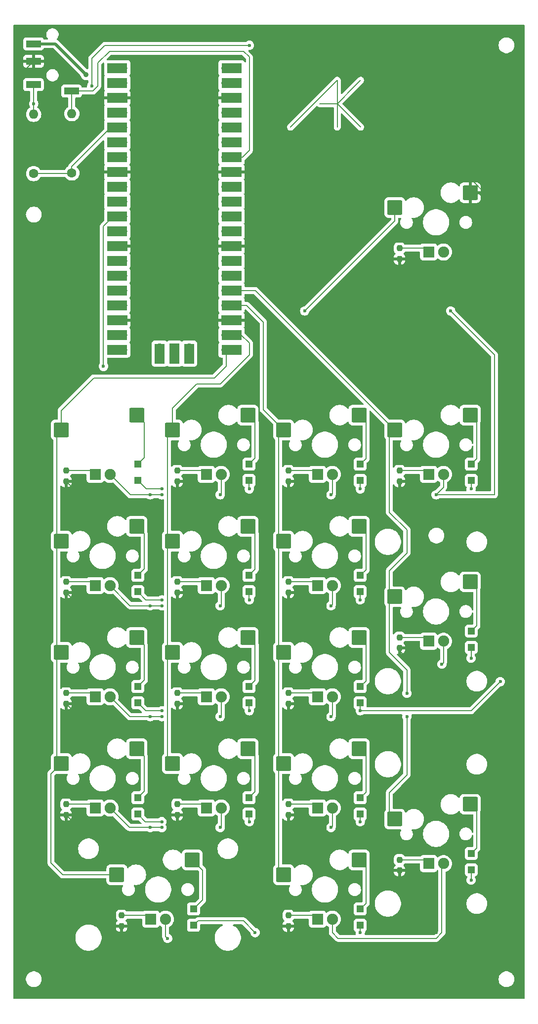
<source format=gbl>
%TF.GenerationSoftware,KiCad,Pcbnew,8.0.3*%
%TF.CreationDate,2024-07-24T13:04:13+02:00*%
%TF.ProjectId,numerical,6e756d65-7269-4636-916c-2e6b69636164,rev?*%
%TF.SameCoordinates,Original*%
%TF.FileFunction,Copper,L2,Bot*%
%TF.FilePolarity,Positive*%
%FSLAX46Y46*%
G04 Gerber Fmt 4.6, Leading zero omitted, Abs format (unit mm)*
G04 Created by KiCad (PCBNEW 8.0.3) date 2024-07-24 13:04:13*
%MOMM*%
%LPD*%
G01*
G04 APERTURE LIST*
G04 Aperture macros list*
%AMRoundRect*
0 Rectangle with rounded corners*
0 $1 Rounding radius*
0 $2 $3 $4 $5 $6 $7 $8 $9 X,Y pos of 4 corners*
0 Add a 4 corners polygon primitive as box body*
4,1,4,$2,$3,$4,$5,$6,$7,$8,$9,$2,$3,0*
0 Add four circle primitives for the rounded corners*
1,1,$1+$1,$2,$3*
1,1,$1+$1,$4,$5*
1,1,$1+$1,$6,$7*
1,1,$1+$1,$8,$9*
0 Add four rect primitives between the rounded corners*
20,1,$1+$1,$2,$3,$4,$5,0*
20,1,$1+$1,$4,$5,$6,$7,0*
20,1,$1+$1,$6,$7,$8,$9,0*
20,1,$1+$1,$8,$9,$2,$3,0*%
G04 Aperture macros list end*
%TA.AperFunction,SMDPad,CuDef*%
%ADD10RoundRect,0.200000X-1.075000X-1.050000X1.075000X-1.050000X1.075000X1.050000X-1.075000X1.050000X0*%
%TD*%
%TA.AperFunction,ComponentPad*%
%ADD11R,1.905000X1.905000*%
%TD*%
%TA.AperFunction,ComponentPad*%
%ADD12C,1.905000*%
%TD*%
%TA.AperFunction,SMDPad,CuDef*%
%ADD13R,1.200000X1.200000*%
%TD*%
%TA.AperFunction,SMDPad,CuDef*%
%ADD14RoundRect,0.237500X-0.237500X0.250000X-0.237500X-0.250000X0.237500X-0.250000X0.237500X0.250000X0*%
%TD*%
%TA.AperFunction,ComponentPad*%
%ADD15C,1.600000*%
%TD*%
%TA.AperFunction,ComponentPad*%
%ADD16O,1.600000X1.600000*%
%TD*%
%TA.AperFunction,ComponentPad*%
%ADD17O,1.700000X1.700000*%
%TD*%
%TA.AperFunction,SMDPad,CuDef*%
%ADD18R,3.500000X1.700000*%
%TD*%
%TA.AperFunction,ComponentPad*%
%ADD19R,1.700000X1.700000*%
%TD*%
%TA.AperFunction,SMDPad,CuDef*%
%ADD20R,1.700000X3.500000*%
%TD*%
%TA.AperFunction,SMDPad,CuDef*%
%ADD21R,2.500000X1.200000*%
%TD*%
%TA.AperFunction,ViaPad*%
%ADD22C,0.600000*%
%TD*%
%TA.AperFunction,ViaPad*%
%ADD23C,0.900000*%
%TD*%
%TA.AperFunction,Conductor*%
%ADD24C,0.200000*%
%TD*%
%TA.AperFunction,Conductor*%
%ADD25C,0.500000*%
%TD*%
G04 APERTURE END LIST*
D10*
%TO.P,S7,1,1*%
%TO.N,Collumn1*%
X79715000Y-124535000D03*
%TO.P,S7,2,2*%
%TO.N,Net-(D1-A)*%
X92642000Y-121995000D03*
%TD*%
%TO.P,S10,1,1*%
%TO.N,Collumn4*%
X136865000Y-134060000D03*
%TO.P,S10,2,2*%
%TO.N,Net-(D9-A)*%
X149792000Y-131520000D03*
%TD*%
%TO.P,S23,1,1*%
%TO.N,Collumn3*%
X117815000Y-181685000D03*
%TO.P,S23,2,2*%
%TO.N,Net-(D22-A)*%
X130742000Y-179145000D03*
%TD*%
%TO.P,S14,1,1*%
%TO.N,Collumn3*%
X117815000Y-143585000D03*
%TO.P,S14,2,2*%
%TO.N,Net-(D13-A)*%
X130742000Y-141045000D03*
%TD*%
D11*
%TO.P,LED11,1,K*%
%TO.N,Net-(LED11-K)*%
X85530000Y-151205000D03*
D12*
%TO.P,LED11,2,A*%
%TO.N,+5V*%
X88070000Y-151205000D03*
%TD*%
D11*
%TO.P,LED6,1,K*%
%TO.N,Net-(LED6-K)*%
X142680000Y-75005000D03*
D12*
%TO.P,LED6,2,A*%
%TO.N,+5V*%
X145220000Y-75005000D03*
%TD*%
D11*
%TO.P,LED9,1,K*%
%TO.N,Net-(LED9-K)*%
X142680000Y-141680000D03*
D12*
%TO.P,LED9,2,A*%
%TO.N,+5V*%
X145220000Y-141680000D03*
%TD*%
D10*
%TO.P,S3,1,1*%
%TO.N,Collumn2*%
X98765000Y-105485000D03*
%TO.P,S3,2,2*%
%TO.N,Net-(D3-A)*%
X111692000Y-102945000D03*
%TD*%
D11*
%TO.P,LED4,1,K*%
%TO.N,Net-(LED4-K)*%
X123630000Y-113105000D03*
D12*
%TO.P,LED4,2,A*%
%TO.N,+5V*%
X126170000Y-113105000D03*
%TD*%
D10*
%TO.P,S22,1,1*%
%TO.N,Collumn1*%
X89240000Y-181685000D03*
%TO.P,S22,2,2*%
%TO.N,Net-(D21-A)*%
X102167000Y-179145000D03*
%TD*%
%TO.P,S2,1,1*%
%TO.N,Collumn1*%
X79715000Y-105485000D03*
%TO.P,S2,2,2*%
%TO.N,Net-(D2-A)*%
X92642000Y-102945000D03*
%TD*%
%TO.P,S5,1,1*%
%TO.N,Collumn4*%
X136865000Y-105485000D03*
%TO.P,S5,2,2*%
%TO.N,Net-(D5-A)*%
X149792000Y-102945000D03*
%TD*%
%TO.P,S8,1,1*%
%TO.N,Collumn2*%
X98765000Y-124535000D03*
%TO.P,S8,2,2*%
%TO.N,Net-(D7-A)*%
X111692000Y-121995000D03*
%TD*%
%TO.P,S1,1,1*%
%TO.N,Net-(U1-RUN)*%
X136865000Y-67385000D03*
%TO.P,S1,2,2*%
%TO.N,GND*%
X149792000Y-64845000D03*
%TD*%
%TO.P,S18,1,1*%
%TO.N,Collumn2*%
X98765000Y-162635000D03*
%TO.P,S18,2,2*%
%TO.N,Net-(D17-A)*%
X111692000Y-160095000D03*
%TD*%
D11*
%TO.P,LED7,1,K*%
%TO.N,Net-(LED7-K)*%
X104580000Y-132155000D03*
D12*
%TO.P,LED7,2,A*%
%TO.N,+5V*%
X107120000Y-132155000D03*
%TD*%
D11*
%TO.P,LED17,1,K*%
%TO.N,Net-(LED17-K)*%
X104580000Y-170255000D03*
D12*
%TO.P,LED17,2,A*%
%TO.N,+5V*%
X107120000Y-170255000D03*
%TD*%
D10*
%TO.P,S19,1,1*%
%TO.N,Collumn3*%
X117815000Y-162635000D03*
%TO.P,S19,2,2*%
%TO.N,Net-(D18-A)*%
X130742000Y-160095000D03*
%TD*%
D11*
%TO.P,LED5,1,K*%
%TO.N,Net-(LED5-K)*%
X142680000Y-113105000D03*
D12*
%TO.P,LED5,2,A*%
%TO.N,+5V*%
X145220000Y-113105000D03*
%TD*%
D11*
%TO.P,LED3,1,K*%
%TO.N,Net-(LED3-K)*%
X104580000Y-113105000D03*
D12*
%TO.P,LED3,2,A*%
%TO.N,+5V*%
X107120000Y-113105000D03*
%TD*%
D11*
%TO.P,LED12,1,K*%
%TO.N,Net-(LED12-K)*%
X104580000Y-151205000D03*
D12*
%TO.P,LED12,2,A*%
%TO.N,+5V*%
X107120000Y-151205000D03*
%TD*%
D11*
%TO.P,LED1,1,K*%
%TO.N,Net-(LED1-K)*%
X85530000Y-132155000D03*
D12*
%TO.P,LED1,2,A*%
%TO.N,+5V*%
X88070000Y-132155000D03*
%TD*%
D11*
%TO.P,LED8,1,K*%
%TO.N,Net-(LED8-K)*%
X123630000Y-132155000D03*
D12*
%TO.P,LED8,2,A*%
%TO.N,+5V*%
X126170000Y-132155000D03*
%TD*%
D10*
%TO.P,S24,1,1*%
%TO.N,Collumn4*%
X136865000Y-172160000D03*
%TO.P,S24,2,2*%
%TO.N,Net-(D23-A)*%
X149792000Y-169620000D03*
%TD*%
D11*
%TO.P,LED2,1,K*%
%TO.N,Net-(LED2-K)*%
X85530000Y-113105000D03*
D12*
%TO.P,LED2,2,A*%
%TO.N,+5V*%
X88070000Y-113105000D03*
%TD*%
D10*
%TO.P,S17,1,1*%
%TO.N,Collumn1*%
X79715000Y-162635000D03*
%TO.P,S17,2,2*%
%TO.N,Net-(D16-A)*%
X92642000Y-160095000D03*
%TD*%
D11*
%TO.P,LED16,1,K*%
%TO.N,Net-(LED16-K)*%
X85530000Y-170255000D03*
D12*
%TO.P,LED16,2,A*%
%TO.N,+5V*%
X88070000Y-170255000D03*
%TD*%
D11*
%TO.P,LED18,1,K*%
%TO.N,Net-(LED18-K)*%
X123630000Y-170255000D03*
D12*
%TO.P,LED18,2,A*%
%TO.N,+5V*%
X126170000Y-170255000D03*
%TD*%
D10*
%TO.P,S12,1,1*%
%TO.N,Collumn1*%
X79715000Y-143585000D03*
%TO.P,S12,2,2*%
%TO.N,Net-(D11-A)*%
X92642000Y-141045000D03*
%TD*%
D11*
%TO.P,LED22,1,K*%
%TO.N,Net-(LED22-K)*%
X123630000Y-189305000D03*
D12*
%TO.P,LED22,2,A*%
%TO.N,+5V*%
X126170000Y-189305000D03*
%TD*%
D10*
%TO.P,S9,1,1*%
%TO.N,Collumn3*%
X117815000Y-124535000D03*
%TO.P,S9,2,2*%
%TO.N,Net-(D8-A)*%
X130742000Y-121995000D03*
%TD*%
%TO.P,S13,1,1*%
%TO.N,Collumn2*%
X98765000Y-143585000D03*
%TO.P,S13,2,2*%
%TO.N,Net-(D12-A)*%
X111692000Y-141045000D03*
%TD*%
%TO.P,S4,1,1*%
%TO.N,Collumn3*%
X117815000Y-105485000D03*
%TO.P,S4,2,2*%
%TO.N,Net-(D4-A)*%
X130742000Y-102945000D03*
%TD*%
D11*
%TO.P,LED23,1,K*%
%TO.N,Net-(LED23-K)*%
X142680000Y-179780000D03*
D12*
%TO.P,LED23,2,A*%
%TO.N,+5V*%
X145220000Y-179780000D03*
%TD*%
D11*
%TO.P,LED21,1,K*%
%TO.N,Net-(LED21-K)*%
X95055000Y-189305000D03*
D12*
%TO.P,LED21,2,A*%
%TO.N,+5V*%
X97595000Y-189305000D03*
%TD*%
D11*
%TO.P,LED13,1,K*%
%TO.N,Net-(LED13-K)*%
X123630000Y-151205000D03*
D12*
%TO.P,LED13,2,A*%
%TO.N,+5V*%
X126170000Y-151205000D03*
%TD*%
D13*
%TO.P,D12,1,K*%
%TO.N,Row3*%
X111900000Y-152265000D03*
%TO.P,D12,2,A*%
%TO.N,Net-(D12-A)*%
X111900000Y-149465000D03*
%TD*%
%TO.P,D21,1,K*%
%TO.N,Row5*%
X102375000Y-190365000D03*
%TO.P,D21,2,A*%
%TO.N,Net-(D21-A)*%
X102375000Y-187565000D03*
%TD*%
D14*
%TO.P,R3,1*%
%TO.N,Net-(LED1-K)*%
X80530000Y-131512500D03*
%TO.P,R3,2*%
%TO.N,GND*%
X80530000Y-133337500D03*
%TD*%
D13*
%TO.P,D16,1,K*%
%TO.N,Row4*%
X92850000Y-171315000D03*
%TO.P,D16,2,A*%
%TO.N,Net-(D16-A)*%
X92850000Y-168515000D03*
%TD*%
D15*
%TO.P,R2,1*%
%TO.N,Net-(U1-3V3)*%
X81525000Y-61475000D03*
D16*
%TO.P,R2,2*%
%TO.N,Net-(U1-GPIO5)*%
X81525000Y-51315000D03*
%TD*%
D13*
%TO.P,D4,1,K*%
%TO.N,Row1*%
X130950000Y-114165000D03*
%TO.P,D4,2,A*%
%TO.N,Net-(D4-A)*%
X130950000Y-111365000D03*
%TD*%
D14*
%TO.P,R18,1*%
%TO.N,Net-(LED16-K)*%
X80530000Y-169612500D03*
%TO.P,R18,2*%
%TO.N,GND*%
X80530000Y-171437500D03*
%TD*%
D13*
%TO.P,D1,1,K*%
%TO.N,Row2*%
X92850000Y-133215000D03*
%TO.P,D1,2,A*%
%TO.N,Net-(D1-A)*%
X92850000Y-130415000D03*
%TD*%
D14*
%TO.P,R11,1*%
%TO.N,Net-(LED9-K)*%
X137680000Y-141037500D03*
%TO.P,R11,2*%
%TO.N,GND*%
X137680000Y-142862500D03*
%TD*%
%TO.P,R6,1*%
%TO.N,Net-(LED4-K)*%
X118630000Y-112462500D03*
%TO.P,R6,2*%
%TO.N,GND*%
X118630000Y-114287500D03*
%TD*%
D13*
%TO.P,D9,1,K*%
%TO.N,Row2*%
X150000000Y-142740000D03*
%TO.P,D9,2,A*%
%TO.N,Net-(D9-A)*%
X150000000Y-139940000D03*
%TD*%
%TO.P,D11,1,K*%
%TO.N,Row3*%
X92850000Y-152265000D03*
%TO.P,D11,2,A*%
%TO.N,Net-(D11-A)*%
X92850000Y-149465000D03*
%TD*%
%TO.P,D7,1,K*%
%TO.N,Row2*%
X111900000Y-133215000D03*
%TO.P,D7,2,A*%
%TO.N,Net-(D7-A)*%
X111900000Y-130415000D03*
%TD*%
D14*
%TO.P,R19,1*%
%TO.N,Net-(LED17-K)*%
X99580000Y-169612500D03*
%TO.P,R19,2*%
%TO.N,GND*%
X99580000Y-171437500D03*
%TD*%
%TO.P,R9,1*%
%TO.N,Net-(LED7-K)*%
X99580000Y-131512500D03*
%TO.P,R9,2*%
%TO.N,GND*%
X99580000Y-133337500D03*
%TD*%
%TO.P,R23,1*%
%TO.N,Net-(LED21-K)*%
X90055000Y-188662500D03*
%TO.P,R23,2*%
%TO.N,GND*%
X90055000Y-190487500D03*
%TD*%
D13*
%TO.P,D2,1,K*%
%TO.N,Row1*%
X92850000Y-114165000D03*
%TO.P,D2,2,A*%
%TO.N,Net-(D2-A)*%
X92850000Y-111365000D03*
%TD*%
D14*
%TO.P,R24,1*%
%TO.N,Net-(LED22-K)*%
X118630000Y-188662500D03*
%TO.P,R24,2*%
%TO.N,GND*%
X118630000Y-190487500D03*
%TD*%
D13*
%TO.P,D18,1,K*%
%TO.N,Row4*%
X130950000Y-171315000D03*
%TO.P,D18,2,A*%
%TO.N,Net-(D18-A)*%
X130950000Y-168515000D03*
%TD*%
D14*
%TO.P,R20,1*%
%TO.N,Net-(LED18-K)*%
X118630000Y-169612500D03*
%TO.P,R20,2*%
%TO.N,GND*%
X118630000Y-171437500D03*
%TD*%
D13*
%TO.P,D23,1,K*%
%TO.N,Row5*%
X150000000Y-180840000D03*
%TO.P,D23,2,A*%
%TO.N,Net-(D23-A)*%
X150000000Y-178040000D03*
%TD*%
D14*
%TO.P,R10,1*%
%TO.N,Net-(LED8-K)*%
X118630000Y-131512500D03*
%TO.P,R10,2*%
%TO.N,GND*%
X118630000Y-133337500D03*
%TD*%
D17*
%TO.P,U1,1,GPIO0*%
%TO.N,unconnected-(U1-GPIO0-Pad1)*%
X107995000Y-43485000D03*
D18*
X108895000Y-43485000D03*
D17*
%TO.P,U1,2,GPIO1*%
%TO.N,unconnected-(U1-GPIO1-Pad2)*%
X107995000Y-46025000D03*
D18*
X108895000Y-46025000D03*
D19*
%TO.P,U1,3,GND*%
%TO.N,GND*%
X107995000Y-48565000D03*
D18*
X108895000Y-48565000D03*
D17*
%TO.P,U1,4,GPIO2*%
%TO.N,unconnected-(U1-GPIO2-Pad4)*%
X107995000Y-51105000D03*
D18*
X108895000Y-51105000D03*
D17*
%TO.P,U1,5,GPIO3*%
%TO.N,unconnected-(U1-GPIO3-Pad5)*%
X107995000Y-53645000D03*
D18*
X108895000Y-53645000D03*
D17*
%TO.P,U1,6,GPIO4*%
%TO.N,Net-(U1-GPIO4)*%
X107995000Y-56185000D03*
D18*
X108895000Y-56185000D03*
D17*
%TO.P,U1,7,GPIO5*%
%TO.N,Net-(U1-GPIO5)*%
X107995000Y-58725000D03*
D18*
X108895000Y-58725000D03*
D19*
%TO.P,U1,8,GND*%
%TO.N,GND*%
X107995000Y-61265000D03*
D18*
X108895000Y-61265000D03*
D17*
%TO.P,U1,9,GPIO6*%
%TO.N,Row5*%
X107995000Y-63805000D03*
D18*
X108895000Y-63805000D03*
D17*
%TO.P,U1,10,GPIO7*%
%TO.N,Row4*%
X107995000Y-66345000D03*
D18*
X108895000Y-66345000D03*
D17*
%TO.P,U1,11,GPIO8*%
%TO.N,Row3*%
X107995000Y-68885000D03*
D18*
X108895000Y-68885000D03*
D17*
%TO.P,U1,12,GPIO9*%
%TO.N,Row2*%
X107995000Y-71425000D03*
D18*
X108895000Y-71425000D03*
D19*
%TO.P,U1,13,GND*%
%TO.N,GND*%
X107995000Y-73965000D03*
D18*
X108895000Y-73965000D03*
D17*
%TO.P,U1,14,GPIO10*%
%TO.N,Row1*%
X107995000Y-76505000D03*
D18*
X108895000Y-76505000D03*
D17*
%TO.P,U1,15,GPIO11*%
%TO.N,unconnected-(U1-GPIO11-Pad15)*%
X107995000Y-79045000D03*
D18*
X108895000Y-79045000D03*
D17*
%TO.P,U1,16,GPIO12*%
%TO.N,Collumn4*%
X107995000Y-81585000D03*
D18*
X108895000Y-81585000D03*
D17*
%TO.P,U1,17,GPIO13*%
%TO.N,Collumn3*%
X107995000Y-84125000D03*
D18*
X108895000Y-84125000D03*
D19*
%TO.P,U1,18,GND*%
%TO.N,GND*%
X107995000Y-86665000D03*
D18*
X108895000Y-86665000D03*
D17*
%TO.P,U1,19,GPIO14*%
%TO.N,Collumn2*%
X107995000Y-89205000D03*
D18*
X108895000Y-89205000D03*
D17*
%TO.P,U1,20,GPIO15*%
%TO.N,Collumn1*%
X107995000Y-91745000D03*
D18*
X108895000Y-91745000D03*
D17*
%TO.P,U1,21,GPIO16*%
%TO.N,unconnected-(U1-GPIO16-Pad21)*%
X90215000Y-91745000D03*
D18*
X89315000Y-91745000D03*
D17*
%TO.P,U1,22,GPIO17*%
%TO.N,unconnected-(U1-GPIO17-Pad22)*%
X90215000Y-89205000D03*
D18*
X89315000Y-89205000D03*
D19*
%TO.P,U1,23,GND*%
%TO.N,GND*%
X90215000Y-86665000D03*
D18*
X89315000Y-86665000D03*
D17*
%TO.P,U1,24,GPIO18*%
%TO.N,unconnected-(U1-GPIO18-Pad24)*%
X90215000Y-84125000D03*
D18*
X89315000Y-84125000D03*
D17*
%TO.P,U1,25,GPIO19*%
%TO.N,unconnected-(U1-GPIO19-Pad25)*%
X90215000Y-81585000D03*
D18*
X89315000Y-81585000D03*
D17*
%TO.P,U1,26,GPIO20*%
%TO.N,unconnected-(U1-GPIO20-Pad26)*%
X90215000Y-79045000D03*
D18*
X89315000Y-79045000D03*
D17*
%TO.P,U1,27,GPIO21*%
%TO.N,unconnected-(U1-GPIO21-Pad27)*%
X90215000Y-76505000D03*
D18*
X89315000Y-76505000D03*
D19*
%TO.P,U1,28,GND*%
%TO.N,GND*%
X90215000Y-73965000D03*
D18*
X89315000Y-73965000D03*
D17*
%TO.P,U1,29,GPIO22*%
%TO.N,unconnected-(U1-GPIO22-Pad29)*%
X90215000Y-71425000D03*
D18*
X89315000Y-71425000D03*
D17*
%TO.P,U1,30,RUN*%
%TO.N,Net-(U1-RUN)*%
X90215000Y-68885000D03*
D18*
X89315000Y-68885000D03*
D17*
%TO.P,U1,31,GPIO26_ADC0*%
%TO.N,unconnected-(U1-GPIO26_ADC0-Pad31)*%
X90215000Y-66345000D03*
D18*
X89315000Y-66345000D03*
D17*
%TO.P,U1,32,GPIO27_ADC1*%
%TO.N,unconnected-(U1-GPIO27_ADC1-Pad32)*%
X90215000Y-63805000D03*
D18*
X89315000Y-63805000D03*
D19*
%TO.P,U1,33,AGND*%
%TO.N,GND*%
X90215000Y-61265000D03*
D18*
X89315000Y-61265000D03*
D17*
%TO.P,U1,34,GPIO28_ADC2*%
%TO.N,unconnected-(U1-GPIO28_ADC2-Pad34)*%
X90215000Y-58725000D03*
D18*
X89315000Y-58725000D03*
D17*
%TO.P,U1,35,ADC_VREF*%
%TO.N,unconnected-(U1-ADC_VREF-Pad35)*%
X90215000Y-56185000D03*
D18*
X89315000Y-56185000D03*
D17*
%TO.P,U1,36,3V3*%
%TO.N,Net-(U1-3V3)*%
X90215000Y-53645000D03*
D18*
X89315000Y-53645000D03*
D17*
%TO.P,U1,37,3V3_EN*%
%TO.N,unconnected-(U1-3V3_EN-Pad37)*%
X90215000Y-51105000D03*
D18*
X89315000Y-51105000D03*
D19*
%TO.P,U1,38,GND*%
%TO.N,GND*%
X90215000Y-48565000D03*
D18*
X89315000Y-48565000D03*
D17*
%TO.P,U1,39,VSYS*%
%TO.N,+5V*%
X90215000Y-46025000D03*
D18*
X89315000Y-46025000D03*
D17*
%TO.P,U1,40,VBUS*%
%TO.N,unconnected-(U1-VBUS-Pad40)*%
X90215000Y-43485000D03*
D18*
X89315000Y-43485000D03*
D17*
%TO.P,U1,41,SWCLK*%
%TO.N,unconnected-(U1-SWCLK-Pad41)*%
X101645000Y-91515000D03*
D20*
X101645000Y-92415000D03*
D19*
%TO.P,U1,42,GND*%
%TO.N,unconnected-(U1-GND-Pad42)*%
X99105000Y-91515000D03*
D20*
X99105000Y-92415000D03*
D17*
%TO.P,U1,43,SWDIO*%
%TO.N,unconnected-(U1-SWDIO-Pad43)*%
X96565000Y-91515000D03*
D20*
X96565000Y-92415000D03*
%TD*%
D13*
%TO.P,D22,1,K*%
%TO.N,Row5*%
X130950000Y-190365000D03*
%TO.P,D22,2,A*%
%TO.N,Net-(D22-A)*%
X130950000Y-187565000D03*
%TD*%
%TO.P,D17,1,K*%
%TO.N,Row4*%
X111900000Y-171315000D03*
%TO.P,D17,2,A*%
%TO.N,Net-(D17-A)*%
X111900000Y-168515000D03*
%TD*%
%TO.P,D8,1,K*%
%TO.N,Row2*%
X130950000Y-133215000D03*
%TO.P,D8,2,A*%
%TO.N,Net-(D8-A)*%
X130950000Y-130415000D03*
%TD*%
D14*
%TO.P,R25,1*%
%TO.N,Net-(LED23-K)*%
X137680000Y-179137500D03*
%TO.P,R25,2*%
%TO.N,GND*%
X137680000Y-180962500D03*
%TD*%
%TO.P,R7,1*%
%TO.N,Net-(LED5-K)*%
X137680000Y-112462500D03*
%TO.P,R7,2*%
%TO.N,GND*%
X137680000Y-114287500D03*
%TD*%
%TO.P,R13,1*%
%TO.N,Net-(LED11-K)*%
X80530000Y-150562500D03*
%TO.P,R13,2*%
%TO.N,GND*%
X80530000Y-152387500D03*
%TD*%
D13*
%TO.P,D3,1,K*%
%TO.N,Row1*%
X111900000Y-114165000D03*
%TO.P,D3,2,A*%
%TO.N,Net-(D3-A)*%
X111900000Y-111365000D03*
%TD*%
%TO.P,D5,1,K*%
%TO.N,Row1*%
X150000000Y-114165000D03*
%TO.P,D5,2,A*%
%TO.N,Net-(D5-A)*%
X150000000Y-111365000D03*
%TD*%
%TO.P,D13,1,K*%
%TO.N,Row3*%
X130950000Y-152265000D03*
%TO.P,D13,2,A*%
%TO.N,Net-(D13-A)*%
X130950000Y-149465000D03*
%TD*%
D14*
%TO.P,R4,1*%
%TO.N,Net-(LED2-K)*%
X80530000Y-112462500D03*
%TO.P,R4,2*%
%TO.N,GND*%
X80530000Y-114287500D03*
%TD*%
%TO.P,R8,1*%
%TO.N,Net-(LED6-K)*%
X137680000Y-74362500D03*
%TO.P,R8,2*%
%TO.N,GND*%
X137680000Y-76187500D03*
%TD*%
%TO.P,R5,1*%
%TO.N,Net-(LED3-K)*%
X99580000Y-112462500D03*
%TO.P,R5,2*%
%TO.N,GND*%
X99580000Y-114287500D03*
%TD*%
D21*
%TO.P,J1,G*%
%TO.N,GND*%
X74965000Y-42335000D03*
%TO.P,J1,R*%
%TO.N,Net-(U1-GPIO4)*%
X74965000Y-46335000D03*
%TO.P,J1,S*%
%TO.N,+5V*%
X74965000Y-39335000D03*
%TO.P,J1,T*%
%TO.N,Net-(U1-GPIO5)*%
X81465000Y-47435000D03*
%TD*%
D14*
%TO.P,R14,1*%
%TO.N,Net-(LED12-K)*%
X99580000Y-150562500D03*
%TO.P,R14,2*%
%TO.N,GND*%
X99580000Y-152387500D03*
%TD*%
%TO.P,R15,1*%
%TO.N,Net-(LED13-K)*%
X118630000Y-150562500D03*
%TO.P,R15,2*%
%TO.N,GND*%
X118630000Y-152387500D03*
%TD*%
D15*
%TO.P,R1,1*%
%TO.N,Net-(U1-3V3)*%
X74985000Y-61575000D03*
D16*
%TO.P,R1,2*%
%TO.N,Net-(U1-GPIO4)*%
X74985000Y-51415000D03*
%TD*%
D22*
%TO.N,Row2*%
X111950000Y-134600000D03*
X130950000Y-134600000D03*
X96950000Y-134600000D03*
X149950000Y-144600000D03*
%TO.N,Row1*%
X96950000Y-115600000D03*
X149950000Y-115600000D03*
X130950000Y-115600000D03*
X111950000Y-115600000D03*
%TO.N,Row3*%
X96950000Y-153600000D03*
X130950000Y-153600000D03*
X154950000Y-148600000D03*
X111950000Y-153600000D03*
%TO.N,Row4*%
X96950000Y-172600000D03*
X111950000Y-172600000D03*
X130950000Y-172600000D03*
%TO.N,Row5*%
X149950000Y-182600000D03*
X130950000Y-191600000D03*
X112950000Y-191600000D03*
%TO.N,+5V*%
X96950000Y-154600000D03*
X143950000Y-116600000D03*
X106950000Y-173600000D03*
X96950000Y-135600000D03*
X146450000Y-85100000D03*
X106950000Y-135600000D03*
X94950000Y-116600000D03*
X94950000Y-173600000D03*
X94950000Y-135600000D03*
D23*
X83950000Y-44600000D03*
D22*
X125950000Y-116600000D03*
X106950000Y-154600000D03*
X97950000Y-192600000D03*
X106950000Y-116600000D03*
X96950000Y-173600000D03*
X94950000Y-154600000D03*
X125950000Y-173600000D03*
X144950000Y-145600000D03*
X96950000Y-116600000D03*
X125950000Y-135600000D03*
X125950000Y-154600000D03*
%TO.N,Net-(U1-GPIO4)*%
X74985000Y-49600000D03*
X84950000Y-46600000D03*
X111950000Y-39600000D03*
%TO.N,GND*%
X136950000Y-117600000D03*
X117950000Y-136600000D03*
X99950000Y-117600000D03*
X118950000Y-155600000D03*
X118950000Y-174600000D03*
X118950000Y-117600000D03*
X95950000Y-155600000D03*
X95950000Y-136600000D03*
X99950000Y-174600000D03*
D23*
X89950000Y-193600000D03*
D22*
X139950000Y-184600000D03*
D23*
X118950000Y-193600000D03*
D22*
X99950000Y-155600000D03*
X143950000Y-149600000D03*
X95950000Y-117600000D03*
X95950000Y-174600000D03*
X143950000Y-191600000D03*
X99950000Y-136600000D03*
%TO.N,Net-(U1-RUN)*%
X121450000Y-85100000D03*
X86950000Y-94600000D03*
%TO.N,Collumn4*%
X138950000Y-150600000D03*
X138950000Y-154600000D03*
%TD*%
D24*
%TO.N,*%
X119015000Y-53585000D02*
X127015000Y-45585000D01*
X130015000Y-46585000D02*
X131015000Y-45585000D01*
X127015000Y-49585000D02*
X130015000Y-46585000D01*
X127015000Y-49585000D02*
X124015000Y-49585000D01*
X127015000Y-49585000D02*
X131015000Y-53585000D01*
X127015000Y-45585000D02*
X127015000Y-53585000D01*
%TO.N,Net-(D1-A)*%
X92850000Y-130415000D02*
X93950000Y-129315000D01*
X93950000Y-129315000D02*
X93950000Y-123303000D01*
X93950000Y-123303000D02*
X92642000Y-121995000D01*
%TO.N,Row2*%
X111900000Y-134550000D02*
X111950000Y-134600000D01*
X150000000Y-142740000D02*
X150000000Y-142650000D01*
X94235000Y-134600000D02*
X92850000Y-133215000D01*
X111900000Y-133215000D02*
X111900000Y-134550000D01*
X96950000Y-134600000D02*
X94235000Y-134600000D01*
X130950000Y-133215000D02*
X130950000Y-134600000D01*
X149950000Y-142600000D02*
X149950000Y-144600000D01*
X150000000Y-142650000D02*
X149950000Y-142600000D01*
%TO.N,Row1*%
X150000000Y-115550000D02*
X149950000Y-115600000D01*
X94285000Y-115600000D02*
X92850000Y-114165000D01*
X150000000Y-114165000D02*
X150000000Y-115550000D01*
X96950000Y-115600000D02*
X94285000Y-115600000D01*
X111900000Y-114165000D02*
X111900000Y-115550000D01*
X130950000Y-114165000D02*
X130950000Y-115600000D01*
X111900000Y-115550000D02*
X111950000Y-115600000D01*
%TO.N,Net-(LED1-K)*%
X84887500Y-131512500D02*
X85530000Y-132155000D01*
X80530000Y-131512500D02*
X84887500Y-131512500D01*
%TO.N,Net-(D2-A)*%
X93950000Y-104253000D02*
X92642000Y-102945000D01*
X92850000Y-111365000D02*
X93950000Y-110265000D01*
X93950000Y-110265000D02*
X93950000Y-104253000D01*
%TO.N,Net-(D3-A)*%
X111900000Y-111365000D02*
X112950000Y-110315000D01*
X112950000Y-110315000D02*
X112950000Y-104203000D01*
X112950000Y-104203000D02*
X111692000Y-102945000D01*
%TO.N,Net-(D4-A)*%
X131950000Y-110365000D02*
X131950000Y-104153000D01*
X131950000Y-104153000D02*
X130742000Y-102945000D01*
X130950000Y-111365000D02*
X131950000Y-110365000D01*
%TO.N,Net-(D5-A)*%
X150950000Y-104103000D02*
X149792000Y-102945000D01*
X150000000Y-111365000D02*
X150950000Y-110415000D01*
X150950000Y-110415000D02*
X150950000Y-104103000D01*
%TO.N,Net-(D7-A)*%
X112950000Y-123253000D02*
X111692000Y-121995000D01*
X111900000Y-130415000D02*
X112950000Y-129365000D01*
X112950000Y-129365000D02*
X112950000Y-123253000D01*
%TO.N,Net-(LED6-K)*%
X142037500Y-74362500D02*
X142680000Y-75005000D01*
X137680000Y-74362500D02*
X142037500Y-74362500D01*
%TO.N,Net-(D8-A)*%
X131950000Y-129415000D02*
X131950000Y-123203000D01*
X131950000Y-123203000D02*
X130742000Y-121995000D01*
X130950000Y-130415000D02*
X131950000Y-129415000D01*
%TO.N,Net-(D9-A)*%
X150950000Y-138990000D02*
X150950000Y-132678000D01*
X150950000Y-132678000D02*
X149792000Y-131520000D01*
X150000000Y-139940000D02*
X150950000Y-138990000D01*
%TO.N,Net-(D11-A)*%
X92850000Y-149465000D02*
X93950000Y-148365000D01*
X93950000Y-148365000D02*
X93950000Y-142353000D01*
X93950000Y-142353000D02*
X92642000Y-141045000D01*
%TO.N,Row3*%
X149950000Y-153600000D02*
X154950000Y-148600000D01*
X130950000Y-152265000D02*
X130950000Y-153600000D01*
X130950000Y-153600000D02*
X149950000Y-153600000D01*
X111900000Y-152265000D02*
X111900000Y-153550000D01*
X96950000Y-153600000D02*
X94185000Y-153600000D01*
X111900000Y-153550000D02*
X111950000Y-153600000D01*
X94185000Y-153600000D02*
X92850000Y-152265000D01*
%TO.N,Net-(D12-A)*%
X112950000Y-148415000D02*
X112950000Y-142303000D01*
X111900000Y-149465000D02*
X112950000Y-148415000D01*
X112950000Y-142303000D02*
X111692000Y-141045000D01*
%TO.N,Net-(D13-A)*%
X130950000Y-149465000D02*
X131950000Y-148465000D01*
X131950000Y-148465000D02*
X131950000Y-142253000D01*
X131950000Y-142253000D02*
X130742000Y-141045000D01*
%TO.N,Net-(D16-A)*%
X92850000Y-168515000D02*
X93950000Y-167415000D01*
X93950000Y-161403000D02*
X92642000Y-160095000D01*
X93950000Y-167415000D02*
X93950000Y-161403000D01*
%TO.N,Row4*%
X111900000Y-171315000D02*
X111900000Y-172550000D01*
X130950000Y-171315000D02*
X130950000Y-172600000D01*
X111900000Y-172550000D02*
X111950000Y-172600000D01*
X94135000Y-172600000D02*
X92850000Y-171315000D01*
X96950000Y-172600000D02*
X94135000Y-172600000D01*
%TO.N,Net-(D17-A)*%
X111900000Y-168515000D02*
X112950000Y-167465000D01*
X112950000Y-167465000D02*
X112950000Y-161353000D01*
X112950000Y-161353000D02*
X111692000Y-160095000D01*
%TO.N,Net-(D18-A)*%
X130950000Y-168515000D02*
X131950000Y-167515000D01*
X131950000Y-161303000D02*
X130742000Y-160095000D01*
X131950000Y-167515000D02*
X131950000Y-161303000D01*
%TO.N,Row5*%
X103140000Y-189600000D02*
X102375000Y-190365000D01*
X150000000Y-182550000D02*
X149950000Y-182600000D01*
X150000000Y-180840000D02*
X150000000Y-182550000D01*
X112950000Y-191600000D02*
X110950000Y-189600000D01*
X110950000Y-189600000D02*
X103140000Y-189600000D01*
X130950000Y-190365000D02*
X130950000Y-191600000D01*
%TO.N,Net-(D21-A)*%
X102375000Y-187565000D02*
X103950000Y-185990000D01*
X103950000Y-180928000D02*
X102167000Y-179145000D01*
X103950000Y-185990000D02*
X103950000Y-180928000D01*
%TO.N,Net-(D22-A)*%
X131950000Y-186565000D02*
X131950000Y-180353000D01*
X130950000Y-187565000D02*
X131950000Y-186565000D01*
X131950000Y-180353000D02*
X130742000Y-179145000D01*
%TO.N,Net-(D23-A)*%
X150950000Y-177090000D02*
X150950000Y-170778000D01*
X150950000Y-170778000D02*
X149792000Y-169620000D01*
X150000000Y-178040000D02*
X150950000Y-177090000D01*
%TO.N,Net-(U1-GPIO5)*%
X81525000Y-47495000D02*
X81465000Y-47435000D01*
X110950000Y-40600000D02*
X111950000Y-41600000D01*
X81465000Y-47435000D02*
X85115000Y-47435000D01*
X85115000Y-47435000D02*
X85950000Y-46600000D01*
X85950000Y-42625000D02*
X87975000Y-40600000D01*
X81525000Y-51315000D02*
X81525000Y-47495000D01*
X85950000Y-46600000D02*
X85950000Y-42625000D01*
X110825000Y-58725000D02*
X107995000Y-58725000D01*
X111950000Y-57600000D02*
X110825000Y-58725000D01*
X87975000Y-40600000D02*
X110950000Y-40600000D01*
X111950000Y-41600000D02*
X111950000Y-57600000D01*
%TO.N,+5V*%
X96950000Y-116600000D02*
X91565000Y-116600000D01*
X126170000Y-173380000D02*
X125950000Y-173600000D01*
X143950000Y-116600000D02*
X145220000Y-115330000D01*
X91465000Y-154600000D02*
X88070000Y-151205000D01*
X126170000Y-113105000D02*
X126170000Y-116380000D01*
X107120000Y-173430000D02*
X106950000Y-173600000D01*
X107120000Y-151205000D02*
X107120000Y-154430000D01*
X144950000Y-191600000D02*
X144950000Y-180050000D01*
X96950000Y-154600000D02*
X91465000Y-154600000D01*
X126170000Y-189305000D02*
X126170000Y-191600000D01*
X127170000Y-192600000D02*
X143950000Y-192600000D01*
D25*
X78685000Y-39335000D02*
X83950000Y-44600000D01*
D24*
X146450000Y-85100000D02*
X153950000Y-92600000D01*
X143950000Y-192600000D02*
X144950000Y-191600000D01*
X126170000Y-135380000D02*
X125950000Y-135600000D01*
X153950000Y-116600000D02*
X143950000Y-116600000D01*
X97595000Y-192245000D02*
X97950000Y-192600000D01*
X107120000Y-135430000D02*
X106950000Y-135600000D01*
X126170000Y-191600000D02*
X127170000Y-192600000D01*
X126170000Y-116380000D02*
X125950000Y-116600000D01*
X145220000Y-141680000D02*
X145220000Y-145330000D01*
X144950000Y-180050000D02*
X145220000Y-179780000D01*
X145220000Y-145330000D02*
X144950000Y-145600000D01*
X107120000Y-116430000D02*
X106950000Y-116600000D01*
X107120000Y-154430000D02*
X106950000Y-154600000D01*
X153950000Y-92600000D02*
X153950000Y-116600000D01*
X96950000Y-173600000D02*
X91415000Y-173600000D01*
X126170000Y-154380000D02*
X125950000Y-154600000D01*
X97595000Y-189305000D02*
X97595000Y-192245000D01*
X145220000Y-115330000D02*
X145220000Y-113105000D01*
X126170000Y-170255000D02*
X126170000Y-173380000D01*
X91415000Y-173600000D02*
X88070000Y-170255000D01*
X107120000Y-132155000D02*
X107120000Y-135430000D01*
X91565000Y-116600000D02*
X88070000Y-113105000D01*
X126170000Y-132155000D02*
X126170000Y-135380000D01*
X96950000Y-135600000D02*
X91515000Y-135600000D01*
D25*
X74965000Y-39335000D02*
X78685000Y-39335000D01*
D24*
X107120000Y-113105000D02*
X107120000Y-116430000D01*
X107120000Y-170255000D02*
X107120000Y-173430000D01*
X91515000Y-135600000D02*
X88070000Y-132155000D01*
X126170000Y-151205000D02*
X126170000Y-154380000D01*
%TO.N,Net-(LED2-K)*%
X80530000Y-112462500D02*
X84887500Y-112462500D01*
X84887500Y-112462500D02*
X85530000Y-113105000D01*
%TO.N,Net-(LED3-K)*%
X103937500Y-112462500D02*
X104580000Y-113105000D01*
X99580000Y-112462500D02*
X103937500Y-112462500D01*
%TO.N,Net-(LED4-K)*%
X118630000Y-112462500D02*
X122987500Y-112462500D01*
X122987500Y-112462500D02*
X123630000Y-113105000D01*
%TO.N,Net-(LED5-K)*%
X142037500Y-112462500D02*
X142680000Y-113105000D01*
X137680000Y-112462500D02*
X142037500Y-112462500D01*
%TO.N,Net-(LED7-K)*%
X99580000Y-131512500D02*
X103937500Y-131512500D01*
X103937500Y-131512500D02*
X104580000Y-132155000D01*
%TO.N,Net-(LED8-K)*%
X118630000Y-131512500D02*
X122987500Y-131512500D01*
X122987500Y-131512500D02*
X123630000Y-132155000D01*
%TO.N,Net-(LED9-K)*%
X142037500Y-141037500D02*
X142680000Y-141680000D01*
X137680000Y-141037500D02*
X142037500Y-141037500D01*
%TO.N,Net-(LED11-K)*%
X80530000Y-150562500D02*
X84887500Y-150562500D01*
X84887500Y-150562500D02*
X85530000Y-151205000D01*
%TO.N,Net-(LED12-K)*%
X103937500Y-150562500D02*
X104580000Y-151205000D01*
X99580000Y-150562500D02*
X103937500Y-150562500D01*
%TO.N,Net-(LED13-K)*%
X118630000Y-150562500D02*
X122987500Y-150562500D01*
X122987500Y-150562500D02*
X123630000Y-151205000D01*
%TO.N,Net-(LED16-K)*%
X84887500Y-169612500D02*
X85530000Y-170255000D01*
X80530000Y-169612500D02*
X84887500Y-169612500D01*
%TO.N,Net-(LED17-K)*%
X103937500Y-169612500D02*
X104580000Y-170255000D01*
X99580000Y-169612500D02*
X103937500Y-169612500D01*
%TO.N,Net-(LED18-K)*%
X122987500Y-169612500D02*
X123630000Y-170255000D01*
X118630000Y-169612500D02*
X122987500Y-169612500D01*
%TO.N,Net-(LED21-K)*%
X95055000Y-189305000D02*
X94350000Y-188600000D01*
X90117500Y-188600000D02*
X90055000Y-188662500D01*
X94350000Y-188600000D02*
X90117500Y-188600000D01*
%TO.N,Net-(LED22-K)*%
X123630000Y-189305000D02*
X122987500Y-188662500D01*
X122987500Y-188662500D02*
X118630000Y-188662500D01*
%TO.N,Net-(LED23-K)*%
X137680000Y-179137500D02*
X142037500Y-179137500D01*
X142037500Y-179137500D02*
X142680000Y-179780000D01*
%TO.N,Net-(U1-3V3)*%
X88223630Y-53645000D02*
X90215000Y-53645000D01*
X81425000Y-61575000D02*
X81525000Y-61475000D01*
X74985000Y-61575000D02*
X81425000Y-61575000D01*
X81525000Y-60343630D02*
X88223630Y-53645000D01*
X81525000Y-61475000D02*
X81525000Y-60343630D01*
%TO.N,Net-(U1-GPIO4)*%
X84950000Y-41829657D02*
X87179657Y-39600000D01*
X84950000Y-46600000D02*
X84950000Y-41829657D01*
X74985000Y-46355000D02*
X74965000Y-46335000D01*
X87179657Y-39600000D02*
X111950000Y-39600000D01*
X74985000Y-51415000D02*
X74985000Y-46355000D01*
%TO.N,GND*%
X98950000Y-61265000D02*
X90215000Y-61265000D01*
X95950000Y-117600000D02*
X83842500Y-117600000D01*
X138950000Y-78600000D02*
X151950000Y-78600000D01*
X152950000Y-65600000D02*
X152950000Y-66600000D01*
X107995000Y-61265000D02*
X98950000Y-61265000D01*
X143950000Y-149600000D02*
X137680000Y-143330000D01*
X99580000Y-152387500D02*
X99580000Y-155230000D01*
X143950000Y-188600000D02*
X139950000Y-184600000D01*
X99580000Y-114287500D02*
X99580000Y-117230000D01*
X90215000Y-86665000D02*
X98950000Y-86665000D01*
X73950000Y-63600000D02*
X84950000Y-63600000D01*
X136950000Y-117600000D02*
X137680000Y-116870000D01*
X87285000Y-61265000D02*
X90215000Y-61265000D01*
X83792500Y-136600000D02*
X80530000Y-133337500D01*
X99580000Y-117230000D02*
X99950000Y-117600000D01*
X95950000Y-136600000D02*
X83792500Y-136600000D01*
X151950000Y-78600000D02*
X152950000Y-77600000D01*
X137680000Y-76187500D02*
X137680000Y-77330000D01*
X90055000Y-190487500D02*
X90055000Y-193495000D01*
X137680000Y-180962500D02*
X137680000Y-182330000D01*
X98950000Y-73965000D02*
X98950000Y-86665000D01*
X99580000Y-155230000D02*
X99950000Y-155600000D01*
X99580000Y-171437500D02*
X99580000Y-174230000D01*
X118630000Y-193280000D02*
X118950000Y-193600000D01*
X137680000Y-116870000D02*
X137680000Y-114287500D01*
X74965000Y-42335000D02*
X72950000Y-44350000D01*
X98950000Y-73965000D02*
X107995000Y-73965000D01*
X143950000Y-191600000D02*
X143950000Y-188600000D01*
X149950000Y-64687000D02*
X149950000Y-62600000D01*
X99580000Y-174230000D02*
X99950000Y-174600000D01*
X118630000Y-171437500D02*
X118630000Y-174280000D01*
X149950000Y-62600000D02*
X148615000Y-61265000D01*
X98950000Y-48565000D02*
X107995000Y-48565000D01*
X90055000Y-193495000D02*
X89950000Y-193600000D01*
X137680000Y-143330000D02*
X137680000Y-142862500D01*
X148615000Y-61265000D02*
X107995000Y-61265000D01*
X118630000Y-155280000D02*
X118950000Y-155600000D01*
X118630000Y-114287500D02*
X118630000Y-117280000D01*
X152950000Y-66600000D02*
X151195000Y-64845000D01*
X118630000Y-117280000D02*
X118950000Y-117600000D01*
X90215000Y-48565000D02*
X98950000Y-48565000D01*
X151195000Y-64845000D02*
X149792000Y-64845000D01*
X99580000Y-136230000D02*
X99950000Y-136600000D01*
X137680000Y-77330000D02*
X138950000Y-78600000D01*
X118630000Y-174280000D02*
X118950000Y-174600000D01*
X149792000Y-64845000D02*
X149950000Y-64687000D01*
X90215000Y-73965000D02*
X98950000Y-73965000D01*
X149950000Y-62600000D02*
X152950000Y-65600000D01*
X84950000Y-63600000D02*
X87285000Y-61265000D01*
X95950000Y-174600000D02*
X83692500Y-174600000D01*
X98950000Y-48565000D02*
X98950000Y-61265000D01*
X83692500Y-174600000D02*
X80530000Y-171437500D01*
X98950000Y-61265000D02*
X98950000Y-73965000D01*
X99580000Y-133337500D02*
X99580000Y-136230000D01*
X118630000Y-190487500D02*
X118630000Y-193280000D01*
X152950000Y-77600000D02*
X152950000Y-66600000D01*
X72950000Y-44350000D02*
X72950000Y-62600000D01*
X118630000Y-135920000D02*
X118630000Y-133337500D01*
X98950000Y-86665000D02*
X107995000Y-86665000D01*
X83742500Y-155600000D02*
X80530000Y-152387500D01*
X95950000Y-155600000D02*
X83742500Y-155600000D01*
X72950000Y-62600000D02*
X73950000Y-63600000D01*
X117950000Y-136600000D02*
X118630000Y-135920000D01*
X137680000Y-182330000D02*
X139950000Y-184600000D01*
X83842500Y-117600000D02*
X80530000Y-114287500D01*
X118630000Y-152387500D02*
X118630000Y-155280000D01*
%TO.N,Net-(U1-RUN)*%
X86950000Y-70590000D02*
X86950000Y-94600000D01*
X90215000Y-68885000D02*
X88655000Y-68885000D01*
X88655000Y-68885000D02*
X86950000Y-70590000D01*
X121450000Y-85100000D02*
X136865000Y-69685000D01*
X136865000Y-69685000D02*
X136865000Y-67385000D01*
%TO.N,Collumn1*%
X77950000Y-179685000D02*
X77950000Y-164400000D01*
X78950000Y-161870000D02*
X78950000Y-144350000D01*
X107995000Y-94555000D02*
X107995000Y-91745000D01*
X79715000Y-102160000D02*
X85275000Y-96600000D01*
X78950000Y-144350000D02*
X79715000Y-143585000D01*
X77950000Y-164400000D02*
X79715000Y-162635000D01*
X79715000Y-162635000D02*
X78950000Y-161870000D01*
X79715000Y-105485000D02*
X78950000Y-106250000D01*
X78950000Y-123770000D02*
X79715000Y-124535000D01*
X89240000Y-181685000D02*
X79950000Y-181685000D01*
X79715000Y-105485000D02*
X79715000Y-102160000D01*
X78950000Y-142820000D02*
X78950000Y-125300000D01*
X78950000Y-106250000D02*
X78950000Y-123770000D01*
X79950000Y-181685000D02*
X77950000Y-179685000D01*
X79715000Y-143585000D02*
X78950000Y-142820000D01*
X85275000Y-96600000D02*
X105950000Y-96600000D01*
X105950000Y-96600000D02*
X107995000Y-94555000D01*
X78950000Y-125300000D02*
X79715000Y-124535000D01*
%TO.N,Collumn2*%
X111950000Y-90600000D02*
X110555000Y-89205000D01*
X98765000Y-105485000D02*
X97950000Y-106300000D01*
X97950000Y-123720000D02*
X98765000Y-124535000D01*
X102950000Y-97600000D02*
X106950000Y-97600000D01*
X97950000Y-125350000D02*
X97950000Y-142770000D01*
X106950000Y-97600000D02*
X111950000Y-92600000D01*
X97950000Y-142770000D02*
X98765000Y-143585000D01*
X110555000Y-89205000D02*
X107995000Y-89205000D01*
X98765000Y-105485000D02*
X98765000Y-101785000D01*
X98765000Y-162635000D02*
X97950000Y-161820000D01*
X97950000Y-161820000D02*
X97950000Y-144400000D01*
X97950000Y-106300000D02*
X97950000Y-123720000D01*
X98765000Y-101785000D02*
X102950000Y-97600000D01*
X98765000Y-124535000D02*
X97950000Y-125350000D01*
X97950000Y-144400000D02*
X98765000Y-143585000D01*
X111950000Y-92600000D02*
X111950000Y-90600000D01*
%TO.N,Collumn3*%
X117815000Y-105465000D02*
X114350000Y-102000000D01*
X116950000Y-142720000D02*
X116950000Y-125400000D01*
X116950000Y-163500000D02*
X117815000Y-162635000D01*
X116950000Y-161770000D02*
X117815000Y-162635000D01*
X117815000Y-143585000D02*
X116950000Y-142720000D01*
X114350000Y-102000000D02*
X114350000Y-87000000D01*
X117815000Y-143585000D02*
X116950000Y-144450000D01*
X116950000Y-180820000D02*
X116950000Y-163500000D01*
X116950000Y-125400000D02*
X117815000Y-124535000D01*
X117815000Y-181685000D02*
X116950000Y-180820000D01*
X116950000Y-123670000D02*
X117815000Y-124535000D01*
X114350000Y-87000000D02*
X111475000Y-84125000D01*
X116950000Y-144450000D02*
X116950000Y-161770000D01*
X117815000Y-105485000D02*
X117815000Y-105465000D01*
X111475000Y-84125000D02*
X107995000Y-84125000D01*
X116950000Y-106350000D02*
X116950000Y-123670000D01*
X117815000Y-105485000D02*
X116950000Y-106350000D01*
%TO.N,Collumn4*%
X135950000Y-129600000D02*
X135950000Y-133145000D01*
X138950000Y-126600000D02*
X135950000Y-129600000D01*
X136865000Y-134060000D02*
X135950000Y-134975000D01*
X112965000Y-81585000D02*
X107995000Y-81585000D01*
X136865000Y-105485000D02*
X112965000Y-81585000D01*
X138950000Y-146600000D02*
X138950000Y-150600000D01*
X135950000Y-106400000D02*
X135950000Y-119600000D01*
X135950000Y-134975000D02*
X135950000Y-143600000D01*
X136865000Y-105485000D02*
X135950000Y-106400000D01*
X135950000Y-143600000D02*
X138950000Y-146600000D01*
X135950000Y-167600000D02*
X135950000Y-171245000D01*
X138950000Y-122600000D02*
X138950000Y-126600000D01*
X138950000Y-164600000D02*
X135950000Y-167600000D01*
X135950000Y-119600000D02*
X138950000Y-122600000D01*
X135950000Y-171245000D02*
X136865000Y-172160000D01*
X138950000Y-154600000D02*
X138950000Y-164600000D01*
X135950000Y-133145000D02*
X136865000Y-134060000D01*
%TD*%
%TA.AperFunction,Conductor*%
%TO.N,GND*%
G36*
X84020039Y-132132685D02*
G01*
X84065794Y-132185489D01*
X84077000Y-132237000D01*
X84077000Y-133155370D01*
X84077001Y-133155376D01*
X84083408Y-133214983D01*
X84133702Y-133349828D01*
X84133706Y-133349835D01*
X84219952Y-133465044D01*
X84219955Y-133465047D01*
X84335164Y-133551293D01*
X84335171Y-133551297D01*
X84470017Y-133601591D01*
X84470016Y-133601591D01*
X84476944Y-133602335D01*
X84529627Y-133608000D01*
X86530372Y-133607999D01*
X86589983Y-133601591D01*
X86724831Y-133551296D01*
X86840046Y-133465046D01*
X86926296Y-133349831D01*
X86937725Y-133319187D01*
X86979594Y-133263255D01*
X87045058Y-133238836D01*
X87113331Y-133253686D01*
X87130069Y-133264667D01*
X87272552Y-133375566D01*
X87272558Y-133375570D01*
X87272561Y-133375572D01*
X87307537Y-133394500D01*
X87482155Y-133488999D01*
X87484336Y-133490179D01*
X87602598Y-133530778D01*
X87712083Y-133568365D01*
X87712085Y-133568365D01*
X87712087Y-133568366D01*
X87949601Y-133608000D01*
X87949602Y-133608000D01*
X88190398Y-133608000D01*
X88190399Y-133608000D01*
X88427913Y-133568366D01*
X88508220Y-133540795D01*
X88578014Y-133537645D01*
X88636160Y-133570395D01*
X91146284Y-136080520D01*
X91146286Y-136080521D01*
X91146290Y-136080524D01*
X91283209Y-136159573D01*
X91283216Y-136159577D01*
X91435943Y-136200501D01*
X91435945Y-136200501D01*
X91601654Y-136200501D01*
X91601670Y-136200500D01*
X94367588Y-136200500D01*
X94434627Y-136220185D01*
X94444903Y-136227555D01*
X94447736Y-136229814D01*
X94447738Y-136229816D01*
X94550499Y-136294385D01*
X94584631Y-136315832D01*
X94600478Y-136325789D01*
X94763609Y-136382871D01*
X94770745Y-136385368D01*
X94770750Y-136385369D01*
X94949996Y-136405565D01*
X94950000Y-136405565D01*
X94950004Y-136405565D01*
X95129249Y-136385369D01*
X95129252Y-136385368D01*
X95129255Y-136385368D01*
X95299522Y-136325789D01*
X95452262Y-136229816D01*
X95452267Y-136229810D01*
X95455097Y-136227555D01*
X95457275Y-136226665D01*
X95458158Y-136226111D01*
X95458255Y-136226265D01*
X95519783Y-136201145D01*
X95532412Y-136200500D01*
X96367588Y-136200500D01*
X96434627Y-136220185D01*
X96444903Y-136227555D01*
X96447736Y-136229814D01*
X96447738Y-136229816D01*
X96550499Y-136294385D01*
X96584631Y-136315832D01*
X96600478Y-136325789D01*
X96763609Y-136382871D01*
X96770745Y-136385368D01*
X96770750Y-136385369D01*
X96949996Y-136405565D01*
X96950000Y-136405565D01*
X96950004Y-136405565D01*
X97129249Y-136385369D01*
X97129250Y-136385368D01*
X97129255Y-136385368D01*
X97184545Y-136366020D01*
X97254322Y-136362458D01*
X97314950Y-136397186D01*
X97347178Y-136459179D01*
X97349500Y-136483062D01*
X97349500Y-141852352D01*
X97329815Y-141919391D01*
X97289652Y-141958468D01*
X97254811Y-141979530D01*
X97134530Y-142099811D01*
X97046522Y-142245393D01*
X96995913Y-142407807D01*
X96989500Y-142478386D01*
X96989500Y-144691613D01*
X96995913Y-144762192D01*
X96995913Y-144762194D01*
X96995914Y-144762196D01*
X97046522Y-144924606D01*
X97134528Y-145070185D01*
X97254815Y-145190472D01*
X97254817Y-145190473D01*
X97254818Y-145190474D01*
X97289648Y-145211529D01*
X97336837Y-145263056D01*
X97349500Y-145317647D01*
X97349500Y-152716936D01*
X97329815Y-152783975D01*
X97277011Y-152829730D01*
X97207853Y-152839674D01*
X97184547Y-152833978D01*
X97129260Y-152814633D01*
X97129249Y-152814630D01*
X96950004Y-152794435D01*
X96949996Y-152794435D01*
X96770750Y-152814630D01*
X96770745Y-152814631D01*
X96600476Y-152874211D01*
X96447736Y-152970185D01*
X96444903Y-152972445D01*
X96442724Y-152973334D01*
X96441842Y-152973889D01*
X96441744Y-152973734D01*
X96380217Y-152998855D01*
X96367588Y-152999500D01*
X94485097Y-152999500D01*
X94418058Y-152979815D01*
X94397416Y-152963181D01*
X93986818Y-152552583D01*
X93953333Y-152491260D01*
X93950499Y-152464902D01*
X93950499Y-151617129D01*
X93950498Y-151617123D01*
X93950497Y-151617116D01*
X93944091Y-151557517D01*
X93941473Y-151550499D01*
X93893797Y-151422671D01*
X93893793Y-151422664D01*
X93807547Y-151307455D01*
X93807544Y-151307452D01*
X93692335Y-151221206D01*
X93692328Y-151221202D01*
X93557482Y-151170908D01*
X93557483Y-151170908D01*
X93497883Y-151164501D01*
X93497881Y-151164500D01*
X93497873Y-151164500D01*
X93497864Y-151164500D01*
X92202129Y-151164500D01*
X92202123Y-151164501D01*
X92142516Y-151170908D01*
X92007671Y-151221202D01*
X92007664Y-151221206D01*
X91892455Y-151307452D01*
X91892452Y-151307455D01*
X91806206Y-151422664D01*
X91806202Y-151422671D01*
X91755908Y-151557517D01*
X91749501Y-151617116D01*
X91749501Y-151617123D01*
X91749500Y-151617135D01*
X91749500Y-152912870D01*
X91749501Y-152912876D01*
X91755908Y-152972483D01*
X91806202Y-153107328D01*
X91806206Y-153107335D01*
X91892452Y-153222544D01*
X91892455Y-153222547D01*
X92007664Y-153308793D01*
X92007671Y-153308797D01*
X92142517Y-153359091D01*
X92142516Y-153359091D01*
X92147493Y-153359626D01*
X92202127Y-153365500D01*
X93049902Y-153365499D01*
X93116941Y-153385183D01*
X93137583Y-153401818D01*
X93523584Y-153787819D01*
X93557069Y-153849142D01*
X93552085Y-153918834D01*
X93510213Y-153974767D01*
X93444749Y-153999184D01*
X93435903Y-153999500D01*
X91765097Y-153999500D01*
X91698058Y-153979815D01*
X91677416Y-153963181D01*
X89487419Y-151773184D01*
X89453934Y-151711861D01*
X89454894Y-151655063D01*
X89456320Y-151649429D01*
X89508095Y-151444976D01*
X89519490Y-151307455D01*
X89527980Y-151205005D01*
X89527980Y-151204994D01*
X89508095Y-150965027D01*
X89508095Y-150965024D01*
X89448983Y-150731595D01*
X89352255Y-150511078D01*
X89220551Y-150309490D01*
X89057463Y-150132329D01*
X88923358Y-150027951D01*
X88867441Y-149984429D01*
X88655665Y-149869821D01*
X88655656Y-149869818D01*
X88427916Y-149791634D01*
X88228800Y-149758408D01*
X88190399Y-149752000D01*
X87949601Y-149752000D01*
X87911200Y-149758408D01*
X87712083Y-149791634D01*
X87484343Y-149869818D01*
X87484334Y-149869821D01*
X87272559Y-149984429D01*
X87130069Y-150095333D01*
X87065075Y-150120975D01*
X86996535Y-150107408D01*
X86946210Y-150058940D01*
X86937725Y-150040811D01*
X86926298Y-150010173D01*
X86926293Y-150010164D01*
X86840047Y-149894955D01*
X86840044Y-149894952D01*
X86724835Y-149808706D01*
X86724828Y-149808702D01*
X86589982Y-149758408D01*
X86589983Y-149758408D01*
X86530383Y-149752001D01*
X86530381Y-149752000D01*
X86530373Y-149752000D01*
X86530364Y-149752000D01*
X84529629Y-149752000D01*
X84529623Y-149752001D01*
X84470016Y-149758408D01*
X84335171Y-149808702D01*
X84335164Y-149808706D01*
X84219957Y-149894951D01*
X84219953Y-149894954D01*
X84213859Y-149903096D01*
X84206960Y-149912311D01*
X84151028Y-149954181D01*
X84107694Y-149962000D01*
X81487611Y-149962000D01*
X81420572Y-149942315D01*
X81382072Y-149903096D01*
X81350340Y-149851650D01*
X81228351Y-149729661D01*
X81228350Y-149729660D01*
X81081516Y-149639092D01*
X80917753Y-149584826D01*
X80917751Y-149584825D01*
X80816678Y-149574500D01*
X80243330Y-149574500D01*
X80243312Y-149574501D01*
X80142247Y-149584825D01*
X79978484Y-149639092D01*
X79978481Y-149639093D01*
X79831648Y-149729661D01*
X79762181Y-149799129D01*
X79700858Y-149832614D01*
X79631166Y-149827630D01*
X79575233Y-149785758D01*
X79550816Y-149720294D01*
X79550500Y-149711448D01*
X79550500Y-145459500D01*
X79570185Y-145392461D01*
X79622989Y-145346706D01*
X79674500Y-145335500D01*
X80688836Y-145335500D01*
X80755875Y-145355185D01*
X80801630Y-145407989D01*
X80811574Y-145477147D01*
X80789154Y-145532384D01*
X80777999Y-145547739D01*
X80777997Y-145547742D01*
X80699291Y-145702208D01*
X80699290Y-145702211D01*
X80645720Y-145867086D01*
X80618600Y-146038312D01*
X80618600Y-146211687D01*
X80645720Y-146382913D01*
X80699290Y-146547788D01*
X80699291Y-146547791D01*
X80771266Y-146689047D01*
X80777998Y-146702260D01*
X80879899Y-146842514D01*
X81002486Y-146965101D01*
X81142740Y-147067002D01*
X81218502Y-147105604D01*
X81297208Y-147145708D01*
X81297211Y-147145709D01*
X81379648Y-147172494D01*
X81462088Y-147199280D01*
X81541391Y-147211840D01*
X81633313Y-147226400D01*
X81633318Y-147226400D01*
X81806687Y-147226400D01*
X81889695Y-147213252D01*
X81977912Y-147199280D01*
X82142791Y-147145708D01*
X82297260Y-147067002D01*
X82437514Y-146965101D01*
X82560101Y-146842514D01*
X82662002Y-146702260D01*
X82740708Y-146547791D01*
X82794280Y-146382912D01*
X82811831Y-146272099D01*
X82821400Y-146211687D01*
X82821400Y-146038312D01*
X82811831Y-145977900D01*
X84555600Y-145977900D01*
X84555600Y-146272099D01*
X84555601Y-146272116D01*
X84588359Y-146520944D01*
X84594002Y-146563800D01*
X84655647Y-146793863D01*
X84670152Y-146847994D01*
X84782734Y-147119794D01*
X84782742Y-147119810D01*
X84929840Y-147374589D01*
X84929851Y-147374605D01*
X85108948Y-147608009D01*
X85108954Y-147608016D01*
X85316983Y-147816045D01*
X85316989Y-147816050D01*
X85550403Y-147995155D01*
X85550410Y-147995159D01*
X85805189Y-148142257D01*
X85805205Y-148142265D01*
X86077005Y-148254847D01*
X86077007Y-148254847D01*
X86077013Y-148254850D01*
X86361200Y-148330998D01*
X86652894Y-148369400D01*
X86652901Y-148369400D01*
X86947099Y-148369400D01*
X86947106Y-148369400D01*
X87238800Y-148330998D01*
X87522987Y-148254850D01*
X87649172Y-148202583D01*
X87794794Y-148142265D01*
X87794797Y-148142263D01*
X87794803Y-148142261D01*
X88049597Y-147995155D01*
X88283011Y-147816050D01*
X88491050Y-147608011D01*
X88670155Y-147374597D01*
X88817261Y-147119803D01*
X88842282Y-147059398D01*
X88929847Y-146847994D01*
X88929846Y-146847994D01*
X88929850Y-146847987D01*
X89005998Y-146563800D01*
X89044400Y-146272106D01*
X89044400Y-146038312D01*
X90778600Y-146038312D01*
X90778600Y-146211687D01*
X90805720Y-146382913D01*
X90859290Y-146547788D01*
X90859291Y-146547791D01*
X90931266Y-146689047D01*
X90937998Y-146702260D01*
X91039899Y-146842514D01*
X91162486Y-146965101D01*
X91302740Y-147067002D01*
X91378502Y-147105604D01*
X91457208Y-147145708D01*
X91457211Y-147145709D01*
X91539648Y-147172494D01*
X91622088Y-147199280D01*
X91701391Y-147211840D01*
X91793313Y-147226400D01*
X91793318Y-147226400D01*
X91966687Y-147226400D01*
X92049695Y-147213252D01*
X92137912Y-147199280D01*
X92302791Y-147145708D01*
X92457260Y-147067002D01*
X92597514Y-146965101D01*
X92720101Y-146842514D01*
X92822002Y-146702260D01*
X92900708Y-146547791D01*
X92954280Y-146382912D01*
X92971831Y-146272099D01*
X92981400Y-146211687D01*
X92981400Y-146038312D01*
X92965622Y-145938702D01*
X92954280Y-145867088D01*
X92900708Y-145702209D01*
X92900708Y-145702208D01*
X92829158Y-145561785D01*
X92822002Y-145547740D01*
X92720101Y-145407486D01*
X92597514Y-145284899D01*
X92457260Y-145182998D01*
X92408874Y-145158344D01*
X92302791Y-145104291D01*
X92302788Y-145104290D01*
X92137913Y-145050720D01*
X91966687Y-145023600D01*
X91966682Y-145023600D01*
X91793318Y-145023600D01*
X91793313Y-145023600D01*
X91622086Y-145050720D01*
X91457211Y-145104290D01*
X91457208Y-145104291D01*
X91302739Y-145182998D01*
X91255273Y-145217485D01*
X91162486Y-145284899D01*
X91162484Y-145284901D01*
X91162483Y-145284901D01*
X91039901Y-145407483D01*
X91039901Y-145407484D01*
X91039899Y-145407486D01*
X90996136Y-145467719D01*
X90937998Y-145547739D01*
X90859291Y-145702208D01*
X90859290Y-145702211D01*
X90805720Y-145867086D01*
X90778600Y-146038312D01*
X89044400Y-146038312D01*
X89044400Y-145977894D01*
X89005998Y-145686200D01*
X88929850Y-145402013D01*
X88929847Y-145402005D01*
X88817265Y-145130205D01*
X88817257Y-145130189D01*
X88670159Y-144875410D01*
X88670155Y-144875403D01*
X88491050Y-144641989D01*
X88491045Y-144641983D01*
X88283016Y-144433954D01*
X88283009Y-144433948D01*
X88049605Y-144254851D01*
X88049603Y-144254849D01*
X88049597Y-144254845D01*
X88049592Y-144254842D01*
X88049589Y-144254840D01*
X87794810Y-144107742D01*
X87794794Y-144107734D01*
X87522994Y-143995152D01*
X87322535Y-143941439D01*
X87238800Y-143919002D01*
X87238799Y-143919001D01*
X87238796Y-143919001D01*
X86947116Y-143880601D01*
X86947111Y-143880600D01*
X86947106Y-143880600D01*
X86652894Y-143880600D01*
X86652888Y-143880600D01*
X86652883Y-143880601D01*
X86361203Y-143919001D01*
X86077005Y-143995152D01*
X85805205Y-144107734D01*
X85805189Y-144107742D01*
X85550410Y-144254840D01*
X85550394Y-144254851D01*
X85316990Y-144433948D01*
X85316983Y-144433954D01*
X85108954Y-144641983D01*
X85108948Y-144641990D01*
X84929851Y-144875394D01*
X84929840Y-144875410D01*
X84782742Y-145130189D01*
X84782734Y-145130205D01*
X84670152Y-145402005D01*
X84594001Y-145686203D01*
X84555601Y-145977883D01*
X84555600Y-145977900D01*
X82811831Y-145977900D01*
X82805622Y-145938702D01*
X82794280Y-145867088D01*
X82740708Y-145702209D01*
X82740708Y-145702208D01*
X82662001Y-145547738D01*
X82638580Y-145515503D01*
X82615099Y-145449697D01*
X82630924Y-145381642D01*
X82681029Y-145332947D01*
X82749507Y-145319071D01*
X82755068Y-145319675D01*
X82875266Y-145335500D01*
X82875273Y-145335500D01*
X83104727Y-145335500D01*
X83104734Y-145335500D01*
X83332238Y-145305548D01*
X83553887Y-145246158D01*
X83765888Y-145158344D01*
X83964612Y-145043611D01*
X84146661Y-144903919D01*
X84146665Y-144903914D01*
X84146670Y-144903911D01*
X84308911Y-144741670D01*
X84308914Y-144741665D01*
X84308919Y-144741661D01*
X84448611Y-144559612D01*
X84563344Y-144360888D01*
X84651158Y-144148887D01*
X84710548Y-143927238D01*
X84740500Y-143699734D01*
X84740500Y-143470266D01*
X84710548Y-143242762D01*
X84651158Y-143021113D01*
X84601190Y-142900480D01*
X84563349Y-142809123D01*
X84563346Y-142809117D01*
X84563344Y-142809112D01*
X84448611Y-142610388D01*
X84448608Y-142610385D01*
X84448607Y-142610382D01*
X84328971Y-142454471D01*
X84308919Y-142428339D01*
X84308918Y-142428338D01*
X84308911Y-142428330D01*
X84146670Y-142266089D01*
X84146661Y-142266081D01*
X83964617Y-142126392D01*
X83765890Y-142011657D01*
X83765876Y-142011650D01*
X83553887Y-141923842D01*
X83456214Y-141897671D01*
X83332238Y-141864452D01*
X83294215Y-141859446D01*
X83104741Y-141834500D01*
X83104734Y-141834500D01*
X82875266Y-141834500D01*
X82875258Y-141834500D01*
X82661290Y-141862671D01*
X82647762Y-141864452D01*
X82555531Y-141889165D01*
X82426112Y-141923842D01*
X82214123Y-142011650D01*
X82214109Y-142011657D01*
X82015382Y-142126392D01*
X81833338Y-142266081D01*
X81678432Y-142420987D01*
X81617109Y-142454471D01*
X81547417Y-142449487D01*
X81491484Y-142407615D01*
X81472368Y-142370201D01*
X81433478Y-142245394D01*
X81345472Y-142099815D01*
X81345470Y-142099813D01*
X81345469Y-142099811D01*
X81225188Y-141979530D01*
X81211514Y-141971264D01*
X81079606Y-141891522D01*
X80917196Y-141840914D01*
X80917194Y-141840913D01*
X80917192Y-141840913D01*
X80867778Y-141836423D01*
X80846616Y-141834500D01*
X80846613Y-141834500D01*
X79674500Y-141834500D01*
X79607461Y-141814815D01*
X79561706Y-141762011D01*
X79550500Y-141710500D01*
X79550500Y-140930258D01*
X87589500Y-140930258D01*
X87589500Y-141159741D01*
X87595669Y-141206594D01*
X87619452Y-141387238D01*
X87633596Y-141440024D01*
X87678842Y-141608887D01*
X87766650Y-141820876D01*
X87766657Y-141820890D01*
X87881392Y-142019617D01*
X88021081Y-142201661D01*
X88021089Y-142201670D01*
X88183330Y-142363911D01*
X88183338Y-142363918D01*
X88365382Y-142503607D01*
X88365385Y-142503608D01*
X88365388Y-142503611D01*
X88564112Y-142618344D01*
X88564117Y-142618346D01*
X88564123Y-142618349D01*
X88655480Y-142656190D01*
X88776113Y-142706158D01*
X88997762Y-142765548D01*
X89225266Y-142795500D01*
X89225273Y-142795500D01*
X89454727Y-142795500D01*
X89454734Y-142795500D01*
X89682238Y-142765548D01*
X89903887Y-142706158D01*
X90115888Y-142618344D01*
X90314612Y-142503611D01*
X90496661Y-142363919D01*
X90496665Y-142363914D01*
X90496670Y-142363911D01*
X90658911Y-142201670D01*
X90658914Y-142201666D01*
X90658919Y-142201661D01*
X90660952Y-142199010D01*
X90717379Y-142157806D01*
X90787124Y-142153649D01*
X90848046Y-142187860D01*
X90877714Y-142237601D01*
X90923522Y-142384606D01*
X90995463Y-142503611D01*
X91011530Y-142530188D01*
X91131811Y-142650469D01*
X91131813Y-142650470D01*
X91131815Y-142650472D01*
X91277394Y-142738478D01*
X91439804Y-142789086D01*
X91510384Y-142795500D01*
X93225500Y-142795500D01*
X93292539Y-142815185D01*
X93338294Y-142867989D01*
X93349500Y-142919500D01*
X93349500Y-148064902D01*
X93329815Y-148131941D01*
X93313181Y-148152583D01*
X93137583Y-148328181D01*
X93076260Y-148361666D01*
X93049902Y-148364500D01*
X92202129Y-148364500D01*
X92202123Y-148364501D01*
X92142516Y-148370908D01*
X92007671Y-148421202D01*
X92007664Y-148421206D01*
X91892455Y-148507452D01*
X91892452Y-148507455D01*
X91806206Y-148622664D01*
X91806202Y-148622671D01*
X91755908Y-148757517D01*
X91749501Y-148817116D01*
X91749500Y-148817135D01*
X91749500Y-150112870D01*
X91749501Y-150112876D01*
X91755908Y-150172483D01*
X91806202Y-150307328D01*
X91806206Y-150307335D01*
X91892452Y-150422544D01*
X91892455Y-150422547D01*
X92007664Y-150508793D01*
X92007671Y-150508797D01*
X92142517Y-150559091D01*
X92142516Y-150559091D01*
X92149444Y-150559835D01*
X92202127Y-150565500D01*
X93497872Y-150565499D01*
X93557483Y-150559091D01*
X93692331Y-150508796D01*
X93807546Y-150422546D01*
X93893796Y-150307331D01*
X93944091Y-150172483D01*
X93950500Y-150112873D01*
X93950499Y-149265095D01*
X93970183Y-149198057D01*
X93986813Y-149177420D01*
X94308506Y-148855728D01*
X94308511Y-148855724D01*
X94318714Y-148845520D01*
X94318716Y-148845520D01*
X94430520Y-148733716D01*
X94451843Y-148696784D01*
X94480710Y-148646785D01*
X94480710Y-148646784D01*
X94509577Y-148596785D01*
X94550501Y-148444057D01*
X94550501Y-148285943D01*
X94550501Y-148278348D01*
X94550500Y-148278330D01*
X94550500Y-142273941D01*
X94548396Y-142266093D01*
X94548396Y-142266080D01*
X94548393Y-142266081D01*
X94520082Y-142160423D01*
X94509577Y-142121216D01*
X94468913Y-142050783D01*
X94434112Y-141990505D01*
X94417500Y-141928506D01*
X94417500Y-139938386D01*
X94414970Y-139910543D01*
X94411086Y-139867804D01*
X94360478Y-139705394D01*
X94272472Y-139559815D01*
X94272470Y-139559813D01*
X94272469Y-139559811D01*
X94152188Y-139439530D01*
X94060069Y-139383842D01*
X94006606Y-139351522D01*
X93844196Y-139300914D01*
X93844194Y-139300913D01*
X93844192Y-139300913D01*
X93794778Y-139296423D01*
X93773616Y-139294500D01*
X91510384Y-139294500D01*
X91491145Y-139296248D01*
X91439807Y-139300913D01*
X91277393Y-139351522D01*
X91131811Y-139439530D01*
X91011530Y-139559811D01*
X90923522Y-139705393D01*
X90877716Y-139852395D01*
X90838978Y-139910543D01*
X90774953Y-139938517D01*
X90705968Y-139927436D01*
X90660959Y-139890998D01*
X90658919Y-139888339D01*
X90658916Y-139888336D01*
X90658913Y-139888332D01*
X90496670Y-139726089D01*
X90496661Y-139726081D01*
X90314617Y-139586392D01*
X90115890Y-139471657D01*
X90115876Y-139471650D01*
X89903887Y-139383842D01*
X89810114Y-139358716D01*
X89682238Y-139324452D01*
X89644215Y-139319446D01*
X89454741Y-139294500D01*
X89454734Y-139294500D01*
X89225266Y-139294500D01*
X89225258Y-139294500D01*
X89008715Y-139323009D01*
X88997762Y-139324452D01*
X88904076Y-139349554D01*
X88776112Y-139383842D01*
X88564123Y-139471650D01*
X88564109Y-139471657D01*
X88365382Y-139586392D01*
X88183338Y-139726081D01*
X88021081Y-139888338D01*
X87881392Y-140070382D01*
X87766657Y-140269109D01*
X87766650Y-140269123D01*
X87678842Y-140481112D01*
X87673122Y-140502461D01*
X87637007Y-140637247D01*
X87619453Y-140702759D01*
X87619451Y-140702770D01*
X87589500Y-140930258D01*
X79550500Y-140930258D01*
X79550500Y-134187845D01*
X79570185Y-134120806D01*
X79622989Y-134075051D01*
X79692147Y-134065107D01*
X79755703Y-134094132D01*
X79762181Y-134100164D01*
X79831961Y-134169944D01*
X79831965Y-134169947D01*
X79978688Y-134260448D01*
X79978699Y-134260453D01*
X80142347Y-134314680D01*
X80243352Y-134324999D01*
X80280000Y-134324999D01*
X80780000Y-134324999D01*
X80816640Y-134324999D01*
X80816654Y-134324998D01*
X80917652Y-134314680D01*
X81081300Y-134260453D01*
X81081311Y-134260448D01*
X81228034Y-134169947D01*
X81228038Y-134169944D01*
X81349944Y-134048038D01*
X81349947Y-134048034D01*
X81440448Y-133901311D01*
X81440453Y-133901300D01*
X81494680Y-133737652D01*
X81504999Y-133636654D01*
X81505000Y-133636641D01*
X81505000Y-133587500D01*
X80780000Y-133587500D01*
X80780000Y-134324999D01*
X80280000Y-134324999D01*
X80280000Y-133211500D01*
X80299685Y-133144461D01*
X80352489Y-133098706D01*
X80404000Y-133087500D01*
X81504999Y-133087500D01*
X81504999Y-133038360D01*
X81504998Y-133038345D01*
X81494680Y-132937347D01*
X81440453Y-132773699D01*
X81440448Y-132773688D01*
X81349947Y-132626965D01*
X81349944Y-132626961D01*
X81236017Y-132513034D01*
X81202532Y-132451711D01*
X81207516Y-132382019D01*
X81236013Y-132337676D01*
X81350340Y-132223350D01*
X81382072Y-132171904D01*
X81434020Y-132125179D01*
X81487611Y-132113000D01*
X83953000Y-132113000D01*
X84020039Y-132132685D01*
G37*
%TD.AperFunction*%
%TA.AperFunction,Conductor*%
G36*
X84020039Y-113082685D02*
G01*
X84065794Y-113135489D01*
X84077000Y-113187000D01*
X84077000Y-114105370D01*
X84077001Y-114105376D01*
X84083408Y-114164983D01*
X84133702Y-114299828D01*
X84133706Y-114299835D01*
X84219952Y-114415044D01*
X84219955Y-114415047D01*
X84335164Y-114501293D01*
X84335171Y-114501297D01*
X84470017Y-114551591D01*
X84470016Y-114551591D01*
X84476944Y-114552335D01*
X84529627Y-114558000D01*
X86530372Y-114557999D01*
X86589983Y-114551591D01*
X86724831Y-114501296D01*
X86840046Y-114415046D01*
X86926296Y-114299831D01*
X86937725Y-114269187D01*
X86979594Y-114213255D01*
X87045058Y-114188836D01*
X87113331Y-114203686D01*
X87130069Y-114214667D01*
X87272552Y-114325566D01*
X87272558Y-114325570D01*
X87272561Y-114325572D01*
X87393942Y-114391260D01*
X87482155Y-114438999D01*
X87484336Y-114440179D01*
X87602598Y-114480778D01*
X87712083Y-114518365D01*
X87712085Y-114518365D01*
X87712087Y-114518366D01*
X87949601Y-114558000D01*
X87949602Y-114558000D01*
X88190398Y-114558000D01*
X88190399Y-114558000D01*
X88427913Y-114518366D01*
X88508220Y-114490795D01*
X88578014Y-114487645D01*
X88636161Y-114520396D01*
X91080139Y-116964374D01*
X91080149Y-116964385D01*
X91084479Y-116968715D01*
X91084480Y-116968716D01*
X91196284Y-117080520D01*
X91196286Y-117080521D01*
X91196290Y-117080524D01*
X91333209Y-117159573D01*
X91333216Y-117159577D01*
X91445019Y-117189534D01*
X91485942Y-117200500D01*
X91485943Y-117200500D01*
X94367588Y-117200500D01*
X94434627Y-117220185D01*
X94444903Y-117227555D01*
X94447736Y-117229814D01*
X94447738Y-117229816D01*
X94600478Y-117325789D01*
X94770742Y-117385367D01*
X94770745Y-117385368D01*
X94770750Y-117385369D01*
X94949996Y-117405565D01*
X94950000Y-117405565D01*
X94950004Y-117405565D01*
X95129249Y-117385369D01*
X95129252Y-117385368D01*
X95129255Y-117385368D01*
X95299522Y-117325789D01*
X95452262Y-117229816D01*
X95452267Y-117229810D01*
X95455097Y-117227555D01*
X95457275Y-117226665D01*
X95458158Y-117226111D01*
X95458255Y-117226265D01*
X95519783Y-117201145D01*
X95532412Y-117200500D01*
X96367588Y-117200500D01*
X96434627Y-117220185D01*
X96444903Y-117227555D01*
X96447736Y-117229814D01*
X96447738Y-117229816D01*
X96600478Y-117325789D01*
X96770742Y-117385367D01*
X96770745Y-117385368D01*
X96770750Y-117385369D01*
X96949996Y-117405565D01*
X96950000Y-117405565D01*
X96950004Y-117405565D01*
X97129249Y-117385369D01*
X97129250Y-117385368D01*
X97129255Y-117385368D01*
X97184545Y-117366020D01*
X97254322Y-117362458D01*
X97314950Y-117397186D01*
X97347178Y-117459179D01*
X97349500Y-117483062D01*
X97349500Y-122802352D01*
X97329815Y-122869391D01*
X97289652Y-122908468D01*
X97254811Y-122929530D01*
X97134530Y-123049811D01*
X97046522Y-123195393D01*
X96995913Y-123357807D01*
X96989500Y-123428386D01*
X96989500Y-125641613D01*
X96995913Y-125712192D01*
X96995913Y-125712194D01*
X96995914Y-125712196D01*
X97046522Y-125874606D01*
X97134528Y-126020185D01*
X97254815Y-126140472D01*
X97254817Y-126140473D01*
X97254818Y-126140474D01*
X97289648Y-126161529D01*
X97336837Y-126213056D01*
X97349500Y-126267647D01*
X97349500Y-133716936D01*
X97329815Y-133783975D01*
X97277011Y-133829730D01*
X97207853Y-133839674D01*
X97184547Y-133833978D01*
X97129260Y-133814633D01*
X97129249Y-133814630D01*
X96950004Y-133794435D01*
X96949996Y-133794435D01*
X96770750Y-133814630D01*
X96770745Y-133814631D01*
X96600476Y-133874211D01*
X96447736Y-133970185D01*
X96444903Y-133972445D01*
X96442724Y-133973334D01*
X96441842Y-133973889D01*
X96441744Y-133973734D01*
X96380217Y-133998855D01*
X96367588Y-133999500D01*
X94535098Y-133999500D01*
X94468059Y-133979815D01*
X94447417Y-133963181D01*
X93986818Y-133502582D01*
X93953333Y-133441259D01*
X93950499Y-133414901D01*
X93950499Y-132567129D01*
X93950498Y-132567123D01*
X93950497Y-132567116D01*
X93944091Y-132507517D01*
X93941473Y-132500499D01*
X93893797Y-132372671D01*
X93893793Y-132372664D01*
X93807547Y-132257455D01*
X93807544Y-132257452D01*
X93692335Y-132171206D01*
X93692328Y-132171202D01*
X93557482Y-132120908D01*
X93557483Y-132120908D01*
X93497883Y-132114501D01*
X93497881Y-132114500D01*
X93497873Y-132114500D01*
X93497864Y-132114500D01*
X92202129Y-132114500D01*
X92202123Y-132114501D01*
X92142516Y-132120908D01*
X92007671Y-132171202D01*
X92007664Y-132171206D01*
X91892455Y-132257452D01*
X91892452Y-132257455D01*
X91806206Y-132372664D01*
X91806202Y-132372671D01*
X91755908Y-132507517D01*
X91749501Y-132567116D01*
X91749501Y-132567123D01*
X91749500Y-132567135D01*
X91749500Y-133862870D01*
X91749501Y-133862876D01*
X91755908Y-133922483D01*
X91806202Y-134057328D01*
X91806206Y-134057335D01*
X91892452Y-134172544D01*
X91892455Y-134172547D01*
X92007664Y-134258793D01*
X92007671Y-134258797D01*
X92142517Y-134309091D01*
X92142516Y-134309091D01*
X92149444Y-134309835D01*
X92202127Y-134315500D01*
X93049901Y-134315499D01*
X93116940Y-134335183D01*
X93137582Y-134351818D01*
X93573583Y-134787819D01*
X93607068Y-134849142D01*
X93602084Y-134918834D01*
X93560212Y-134974767D01*
X93494748Y-134999184D01*
X93485902Y-134999500D01*
X91815098Y-134999500D01*
X91748059Y-134979815D01*
X91727417Y-134963181D01*
X89487419Y-132723183D01*
X89453934Y-132661860D01*
X89454894Y-132605062D01*
X89508095Y-132394976D01*
X89519490Y-132257455D01*
X89527980Y-132155005D01*
X89527980Y-132154994D01*
X89508095Y-131915027D01*
X89508095Y-131915024D01*
X89448983Y-131681595D01*
X89352255Y-131461078D01*
X89220551Y-131259490D01*
X89057463Y-131082329D01*
X88923358Y-130977951D01*
X88867441Y-130934429D01*
X88655665Y-130819821D01*
X88655656Y-130819818D01*
X88427916Y-130741634D01*
X88228800Y-130708408D01*
X88190399Y-130702000D01*
X87949601Y-130702000D01*
X87911200Y-130708408D01*
X87712083Y-130741634D01*
X87484343Y-130819818D01*
X87484334Y-130819821D01*
X87272559Y-130934429D01*
X87130069Y-131045333D01*
X87065075Y-131070975D01*
X86996535Y-131057408D01*
X86946210Y-131008940D01*
X86937725Y-130990811D01*
X86926298Y-130960173D01*
X86926293Y-130960164D01*
X86840047Y-130844955D01*
X86840044Y-130844952D01*
X86724835Y-130758706D01*
X86724828Y-130758702D01*
X86589982Y-130708408D01*
X86589983Y-130708408D01*
X86530383Y-130702001D01*
X86530381Y-130702000D01*
X86530373Y-130702000D01*
X86530364Y-130702000D01*
X84529629Y-130702000D01*
X84529623Y-130702001D01*
X84470016Y-130708408D01*
X84335171Y-130758702D01*
X84335164Y-130758706D01*
X84219957Y-130844951D01*
X84219953Y-130844954D01*
X84213859Y-130853096D01*
X84206960Y-130862311D01*
X84151028Y-130904181D01*
X84107694Y-130912000D01*
X81487611Y-130912000D01*
X81420572Y-130892315D01*
X81382072Y-130853096D01*
X81350340Y-130801650D01*
X81228351Y-130679661D01*
X81228350Y-130679660D01*
X81081516Y-130589092D01*
X80917753Y-130534826D01*
X80917751Y-130534825D01*
X80816678Y-130524500D01*
X80243330Y-130524500D01*
X80243312Y-130524501D01*
X80142247Y-130534825D01*
X79978484Y-130589092D01*
X79978481Y-130589093D01*
X79831648Y-130679661D01*
X79762181Y-130749129D01*
X79700858Y-130782614D01*
X79631166Y-130777630D01*
X79575233Y-130735758D01*
X79550816Y-130670294D01*
X79550500Y-130661448D01*
X79550500Y-126409500D01*
X79570185Y-126342461D01*
X79622989Y-126296706D01*
X79674500Y-126285500D01*
X80688836Y-126285500D01*
X80755875Y-126305185D01*
X80801630Y-126357989D01*
X80811574Y-126427147D01*
X80789154Y-126482384D01*
X80777999Y-126497739D01*
X80777997Y-126497742D01*
X80699291Y-126652208D01*
X80699290Y-126652211D01*
X80645720Y-126817086D01*
X80618600Y-126988312D01*
X80618600Y-127161687D01*
X80645720Y-127332913D01*
X80699290Y-127497788D01*
X80699291Y-127497791D01*
X80777998Y-127652260D01*
X80879899Y-127792514D01*
X81002486Y-127915101D01*
X81142740Y-128017002D01*
X81218502Y-128055604D01*
X81297208Y-128095708D01*
X81297211Y-128095709D01*
X81379648Y-128122494D01*
X81462088Y-128149280D01*
X81541391Y-128161840D01*
X81633313Y-128176400D01*
X81633318Y-128176400D01*
X81806687Y-128176400D01*
X81889695Y-128163252D01*
X81977912Y-128149280D01*
X82142791Y-128095708D01*
X82297260Y-128017002D01*
X82437514Y-127915101D01*
X82560101Y-127792514D01*
X82662002Y-127652260D01*
X82740708Y-127497791D01*
X82794280Y-127332912D01*
X82811831Y-127222099D01*
X82821400Y-127161687D01*
X82821400Y-126988312D01*
X82811831Y-126927900D01*
X84555600Y-126927900D01*
X84555600Y-127222099D01*
X84555601Y-127222116D01*
X84594001Y-127513796D01*
X84670152Y-127797994D01*
X84782734Y-128069794D01*
X84782742Y-128069810D01*
X84929840Y-128324589D01*
X84929851Y-128324605D01*
X85108948Y-128558009D01*
X85108954Y-128558016D01*
X85316983Y-128766045D01*
X85316989Y-128766050D01*
X85550403Y-128945155D01*
X85550410Y-128945159D01*
X85805189Y-129092257D01*
X85805205Y-129092265D01*
X86077005Y-129204847D01*
X86077007Y-129204847D01*
X86077013Y-129204850D01*
X86361200Y-129280998D01*
X86652894Y-129319400D01*
X86652901Y-129319400D01*
X86947099Y-129319400D01*
X86947106Y-129319400D01*
X87238800Y-129280998D01*
X87522987Y-129204850D01*
X87649172Y-129152583D01*
X87794794Y-129092265D01*
X87794797Y-129092263D01*
X87794803Y-129092261D01*
X88049597Y-128945155D01*
X88283011Y-128766050D01*
X88491050Y-128558011D01*
X88670155Y-128324597D01*
X88817261Y-128069803D01*
X88929850Y-127797987D01*
X89005998Y-127513800D01*
X89044400Y-127222106D01*
X89044400Y-126988312D01*
X90778600Y-126988312D01*
X90778600Y-127161687D01*
X90805720Y-127332913D01*
X90859290Y-127497788D01*
X90859291Y-127497791D01*
X90937998Y-127652260D01*
X91039899Y-127792514D01*
X91162486Y-127915101D01*
X91302740Y-128017002D01*
X91378502Y-128055604D01*
X91457208Y-128095708D01*
X91457211Y-128095709D01*
X91539648Y-128122494D01*
X91622088Y-128149280D01*
X91701391Y-128161840D01*
X91793313Y-128176400D01*
X91793318Y-128176400D01*
X91966687Y-128176400D01*
X92049695Y-128163252D01*
X92137912Y-128149280D01*
X92302791Y-128095708D01*
X92457260Y-128017002D01*
X92597514Y-127915101D01*
X92720101Y-127792514D01*
X92822002Y-127652260D01*
X92900708Y-127497791D01*
X92954280Y-127332912D01*
X92971831Y-127222099D01*
X92981400Y-127161687D01*
X92981400Y-126988312D01*
X92962343Y-126867998D01*
X92954280Y-126817088D01*
X92909498Y-126679261D01*
X92900709Y-126652211D01*
X92900708Y-126652208D01*
X92822001Y-126497739D01*
X92720101Y-126357486D01*
X92597514Y-126234899D01*
X92457260Y-126132998D01*
X92408874Y-126108344D01*
X92302791Y-126054291D01*
X92302788Y-126054290D01*
X92137913Y-126000720D01*
X91966687Y-125973600D01*
X91966682Y-125973600D01*
X91793318Y-125973600D01*
X91793313Y-125973600D01*
X91622086Y-126000720D01*
X91457211Y-126054290D01*
X91457208Y-126054291D01*
X91302739Y-126132998D01*
X91255273Y-126167485D01*
X91162486Y-126234899D01*
X91162484Y-126234901D01*
X91162483Y-126234901D01*
X91039901Y-126357483D01*
X91039901Y-126357484D01*
X91039899Y-126357486D01*
X90996136Y-126417719D01*
X90937998Y-126497739D01*
X90859291Y-126652208D01*
X90859290Y-126652211D01*
X90805720Y-126817086D01*
X90778600Y-126988312D01*
X89044400Y-126988312D01*
X89044400Y-126927894D01*
X89005998Y-126636200D01*
X88929850Y-126352013D01*
X88929540Y-126351264D01*
X88817265Y-126080205D01*
X88817257Y-126080189D01*
X88670159Y-125825410D01*
X88670155Y-125825403D01*
X88535550Y-125649982D01*
X88491051Y-125591990D01*
X88491045Y-125591983D01*
X88283016Y-125383954D01*
X88283009Y-125383948D01*
X88049605Y-125204851D01*
X88049603Y-125204849D01*
X88049597Y-125204845D01*
X88049592Y-125204842D01*
X88049589Y-125204840D01*
X87794810Y-125057742D01*
X87794794Y-125057734D01*
X87522994Y-124945152D01*
X87486972Y-124935500D01*
X87238800Y-124869002D01*
X87238799Y-124869001D01*
X87238796Y-124869001D01*
X86947116Y-124830601D01*
X86947111Y-124830600D01*
X86947106Y-124830600D01*
X86652894Y-124830600D01*
X86652888Y-124830600D01*
X86652883Y-124830601D01*
X86361203Y-124869001D01*
X86077005Y-124945152D01*
X85805205Y-125057734D01*
X85805189Y-125057742D01*
X85550410Y-125204840D01*
X85550394Y-125204851D01*
X85316990Y-125383948D01*
X85316983Y-125383954D01*
X85108954Y-125591983D01*
X85108948Y-125591990D01*
X84929851Y-125825394D01*
X84929840Y-125825410D01*
X84782742Y-126080189D01*
X84782734Y-126080205D01*
X84670152Y-126352005D01*
X84594001Y-126636203D01*
X84555601Y-126927883D01*
X84555600Y-126927900D01*
X82811831Y-126927900D01*
X82802343Y-126867998D01*
X82794280Y-126817088D01*
X82749498Y-126679261D01*
X82740709Y-126652211D01*
X82740708Y-126652208D01*
X82662001Y-126497738D01*
X82638580Y-126465503D01*
X82615099Y-126399697D01*
X82630924Y-126331642D01*
X82681029Y-126282947D01*
X82749507Y-126269071D01*
X82755068Y-126269675D01*
X82875266Y-126285500D01*
X82875273Y-126285500D01*
X83104727Y-126285500D01*
X83104734Y-126285500D01*
X83332238Y-126255548D01*
X83553887Y-126196158D01*
X83765888Y-126108344D01*
X83964612Y-125993611D01*
X84146661Y-125853919D01*
X84146665Y-125853914D01*
X84146670Y-125853911D01*
X84308911Y-125691670D01*
X84308914Y-125691665D01*
X84308919Y-125691661D01*
X84448611Y-125509612D01*
X84563344Y-125310888D01*
X84651158Y-125098887D01*
X84710548Y-124877238D01*
X84740500Y-124649734D01*
X84740500Y-124420266D01*
X84710548Y-124192762D01*
X84651158Y-123971113D01*
X84563344Y-123759112D01*
X84448611Y-123560388D01*
X84448608Y-123560385D01*
X84448607Y-123560382D01*
X84328971Y-123404471D01*
X84308919Y-123378339D01*
X84308918Y-123378338D01*
X84308911Y-123378330D01*
X84146670Y-123216089D01*
X84146661Y-123216081D01*
X83964617Y-123076392D01*
X83765890Y-122961657D01*
X83765876Y-122961650D01*
X83553887Y-122873842D01*
X83460185Y-122848735D01*
X83332238Y-122814452D01*
X83294215Y-122809446D01*
X83104741Y-122784500D01*
X83104734Y-122784500D01*
X82875266Y-122784500D01*
X82875258Y-122784500D01*
X82663227Y-122812416D01*
X82647762Y-122814452D01*
X82555531Y-122839165D01*
X82426112Y-122873842D01*
X82214123Y-122961650D01*
X82214109Y-122961657D01*
X82015382Y-123076392D01*
X81833338Y-123216081D01*
X81678432Y-123370987D01*
X81617109Y-123404471D01*
X81547417Y-123399487D01*
X81491484Y-123357615D01*
X81472368Y-123320201D01*
X81433478Y-123195394D01*
X81345472Y-123049815D01*
X81345470Y-123049813D01*
X81345469Y-123049811D01*
X81225188Y-122929530D01*
X81211514Y-122921264D01*
X81079606Y-122841522D01*
X80917196Y-122790914D01*
X80917194Y-122790913D01*
X80917192Y-122790913D01*
X80867778Y-122786423D01*
X80846616Y-122784500D01*
X80846613Y-122784500D01*
X79674500Y-122784500D01*
X79607461Y-122764815D01*
X79561706Y-122712011D01*
X79550500Y-122660500D01*
X79550500Y-121880258D01*
X87589500Y-121880258D01*
X87589500Y-122109741D01*
X87605503Y-122231290D01*
X87619452Y-122337238D01*
X87677771Y-122554890D01*
X87678842Y-122558887D01*
X87766650Y-122770876D01*
X87766657Y-122770890D01*
X87881392Y-122969617D01*
X88021081Y-123151661D01*
X88021089Y-123151670D01*
X88183330Y-123313911D01*
X88183338Y-123313918D01*
X88183339Y-123313919D01*
X88197783Y-123325002D01*
X88365382Y-123453607D01*
X88365385Y-123453608D01*
X88365388Y-123453611D01*
X88564112Y-123568344D01*
X88564117Y-123568346D01*
X88564123Y-123568349D01*
X88655480Y-123606190D01*
X88776113Y-123656158D01*
X88997762Y-123715548D01*
X89225266Y-123745500D01*
X89225273Y-123745500D01*
X89454727Y-123745500D01*
X89454734Y-123745500D01*
X89682238Y-123715548D01*
X89903887Y-123656158D01*
X90115888Y-123568344D01*
X90314612Y-123453611D01*
X90496661Y-123313919D01*
X90496665Y-123313914D01*
X90496670Y-123313911D01*
X90658911Y-123151670D01*
X90658914Y-123151666D01*
X90658919Y-123151661D01*
X90660952Y-123149010D01*
X90717379Y-123107806D01*
X90787124Y-123103649D01*
X90848046Y-123137860D01*
X90877714Y-123187601D01*
X90923522Y-123334606D01*
X90995463Y-123453611D01*
X91011530Y-123480188D01*
X91131811Y-123600469D01*
X91131813Y-123600470D01*
X91131815Y-123600472D01*
X91277394Y-123688478D01*
X91439804Y-123739086D01*
X91510384Y-123745500D01*
X93225500Y-123745500D01*
X93292539Y-123765185D01*
X93338294Y-123817989D01*
X93349500Y-123869500D01*
X93349500Y-129014902D01*
X93329815Y-129081941D01*
X93313181Y-129102583D01*
X93137583Y-129278181D01*
X93076260Y-129311666D01*
X93049902Y-129314500D01*
X92202129Y-129314500D01*
X92202123Y-129314501D01*
X92142516Y-129320908D01*
X92007671Y-129371202D01*
X92007664Y-129371206D01*
X91892455Y-129457452D01*
X91892452Y-129457455D01*
X91806206Y-129572664D01*
X91806202Y-129572671D01*
X91755908Y-129707517D01*
X91749501Y-129767116D01*
X91749500Y-129767135D01*
X91749500Y-131062870D01*
X91749501Y-131062876D01*
X91755908Y-131122483D01*
X91806202Y-131257328D01*
X91806206Y-131257335D01*
X91892452Y-131372544D01*
X91892455Y-131372547D01*
X92007664Y-131458793D01*
X92007671Y-131458797D01*
X92142517Y-131509091D01*
X92142516Y-131509091D01*
X92149444Y-131509835D01*
X92202127Y-131515500D01*
X93497872Y-131515499D01*
X93557483Y-131509091D01*
X93692331Y-131458796D01*
X93807546Y-131372546D01*
X93893796Y-131257331D01*
X93944091Y-131122483D01*
X93950500Y-131062873D01*
X93950499Y-130215095D01*
X93970183Y-130148057D01*
X93986813Y-130127420D01*
X94308506Y-129805728D01*
X94308511Y-129805724D01*
X94318714Y-129795520D01*
X94318716Y-129795520D01*
X94430520Y-129683716D01*
X94451843Y-129646783D01*
X94480710Y-129596785D01*
X94480710Y-129596784D01*
X94509577Y-129546785D01*
X94550501Y-129394057D01*
X94550501Y-129235943D01*
X94550501Y-129228348D01*
X94550500Y-129228330D01*
X94550500Y-123223941D01*
X94548396Y-123216093D01*
X94548396Y-123216080D01*
X94548393Y-123216081D01*
X94520082Y-123110423D01*
X94509577Y-123071216D01*
X94459487Y-122984457D01*
X94434112Y-122940505D01*
X94417500Y-122878506D01*
X94417500Y-120888386D01*
X94414970Y-120860543D01*
X94411086Y-120817804D01*
X94360478Y-120655394D01*
X94272472Y-120509815D01*
X94272470Y-120509813D01*
X94272469Y-120509811D01*
X94152188Y-120389530D01*
X94060069Y-120333842D01*
X94006606Y-120301522D01*
X93844196Y-120250914D01*
X93844194Y-120250913D01*
X93844192Y-120250913D01*
X93794778Y-120246423D01*
X93773616Y-120244500D01*
X91510384Y-120244500D01*
X91491145Y-120246248D01*
X91439807Y-120250913D01*
X91277393Y-120301522D01*
X91131811Y-120389530D01*
X91011530Y-120509811D01*
X90923522Y-120655393D01*
X90877716Y-120802395D01*
X90838978Y-120860543D01*
X90774953Y-120888517D01*
X90705968Y-120877436D01*
X90660959Y-120840998D01*
X90658919Y-120838339D01*
X90658916Y-120838336D01*
X90658913Y-120838332D01*
X90496670Y-120676089D01*
X90496661Y-120676081D01*
X90314617Y-120536392D01*
X90115890Y-120421657D01*
X90115876Y-120421650D01*
X89903887Y-120333842D01*
X89682238Y-120274452D01*
X89644215Y-120269446D01*
X89454741Y-120244500D01*
X89454734Y-120244500D01*
X89225266Y-120244500D01*
X89225258Y-120244500D01*
X89008715Y-120273009D01*
X88997762Y-120274452D01*
X88904076Y-120299554D01*
X88776112Y-120333842D01*
X88564123Y-120421650D01*
X88564109Y-120421657D01*
X88365382Y-120536392D01*
X88183338Y-120676081D01*
X88021081Y-120838338D01*
X87881392Y-121020382D01*
X87766657Y-121219109D01*
X87766650Y-121219123D01*
X87678842Y-121431112D01*
X87619453Y-121652759D01*
X87619451Y-121652770D01*
X87589500Y-121880258D01*
X79550500Y-121880258D01*
X79550500Y-115137845D01*
X79570185Y-115070806D01*
X79622989Y-115025051D01*
X79692147Y-115015107D01*
X79755703Y-115044132D01*
X79762181Y-115050164D01*
X79831961Y-115119944D01*
X79831965Y-115119947D01*
X79978688Y-115210448D01*
X79978699Y-115210453D01*
X80142347Y-115264680D01*
X80243352Y-115274999D01*
X80280000Y-115274999D01*
X80780000Y-115274999D01*
X80816640Y-115274999D01*
X80816654Y-115274998D01*
X80917652Y-115264680D01*
X81081300Y-115210453D01*
X81081311Y-115210448D01*
X81228034Y-115119947D01*
X81228038Y-115119944D01*
X81349944Y-114998038D01*
X81349947Y-114998034D01*
X81440448Y-114851311D01*
X81440453Y-114851300D01*
X81494680Y-114687652D01*
X81504999Y-114586654D01*
X81505000Y-114586641D01*
X81505000Y-114537500D01*
X80780000Y-114537500D01*
X80780000Y-115274999D01*
X80280000Y-115274999D01*
X80280000Y-114161500D01*
X80299685Y-114094461D01*
X80352489Y-114048706D01*
X80404000Y-114037500D01*
X81504999Y-114037500D01*
X81504999Y-113988360D01*
X81504998Y-113988345D01*
X81494680Y-113887347D01*
X81440453Y-113723699D01*
X81440448Y-113723688D01*
X81349947Y-113576965D01*
X81349944Y-113576961D01*
X81236017Y-113463034D01*
X81202532Y-113401711D01*
X81207516Y-113332019D01*
X81236013Y-113287676D01*
X81350340Y-113173350D01*
X81382072Y-113121904D01*
X81434020Y-113075179D01*
X81487611Y-113063000D01*
X83953000Y-113063000D01*
X84020039Y-113082685D01*
G37*
%TD.AperFunction*%
%TA.AperFunction,Conductor*%
G36*
X89739755Y-86468147D02*
G01*
X89705000Y-86597857D01*
X89705000Y-86732143D01*
X89739755Y-86861853D01*
X89770440Y-86915000D01*
X89189000Y-86915000D01*
X89121961Y-86895315D01*
X89076206Y-86842511D01*
X89065000Y-86791000D01*
X89065000Y-86539000D01*
X89084685Y-86471961D01*
X89137489Y-86426206D01*
X89189000Y-86415000D01*
X89770440Y-86415000D01*
X89739755Y-86468147D01*
G37*
%TD.AperFunction*%
%TA.AperFunction,Conductor*%
G36*
X89739755Y-73768147D02*
G01*
X89705000Y-73897857D01*
X89705000Y-74032143D01*
X89739755Y-74161853D01*
X89770440Y-74215000D01*
X89189000Y-74215000D01*
X89121961Y-74195315D01*
X89076206Y-74142511D01*
X89065000Y-74091000D01*
X89065000Y-73839000D01*
X89084685Y-73771961D01*
X89137489Y-73726206D01*
X89189000Y-73715000D01*
X89770440Y-73715000D01*
X89739755Y-73768147D01*
G37*
%TD.AperFunction*%
%TA.AperFunction,Conductor*%
G36*
X109088039Y-48334685D02*
G01*
X109133794Y-48387489D01*
X109145000Y-48439000D01*
X109145000Y-48691000D01*
X109125315Y-48758039D01*
X109072511Y-48803794D01*
X109021000Y-48815000D01*
X108439560Y-48815000D01*
X108470245Y-48761853D01*
X108505000Y-48632143D01*
X108505000Y-48497857D01*
X108470245Y-48368147D01*
X108439560Y-48315000D01*
X109021000Y-48315000D01*
X109088039Y-48334685D01*
G37*
%TD.AperFunction*%
%TA.AperFunction,Conductor*%
G36*
X159057539Y-36105185D02*
G01*
X159103294Y-36157989D01*
X159114500Y-36209500D01*
X159114500Y-202860500D01*
X159094815Y-202927539D01*
X159042011Y-202973294D01*
X158990500Y-202984500D01*
X71639500Y-202984500D01*
X71572461Y-202964815D01*
X71526706Y-202912011D01*
X71515500Y-202860500D01*
X71515500Y-199478713D01*
X73664500Y-199478713D01*
X73664500Y-199691286D01*
X73697753Y-199901239D01*
X73763444Y-200103414D01*
X73859951Y-200292820D01*
X73984890Y-200464786D01*
X74135213Y-200615109D01*
X74307179Y-200740048D01*
X74307181Y-200740049D01*
X74307184Y-200740051D01*
X74496588Y-200836557D01*
X74698757Y-200902246D01*
X74908713Y-200935500D01*
X74908714Y-200935500D01*
X75121286Y-200935500D01*
X75121287Y-200935500D01*
X75331243Y-200902246D01*
X75533412Y-200836557D01*
X75722816Y-200740051D01*
X75744789Y-200724086D01*
X75894786Y-200615109D01*
X75894788Y-200615106D01*
X75894792Y-200615104D01*
X76045104Y-200464792D01*
X76045106Y-200464788D01*
X76045109Y-200464786D01*
X76170048Y-200292820D01*
X76170047Y-200292820D01*
X76170051Y-200292816D01*
X76266557Y-200103412D01*
X76332246Y-199901243D01*
X76365500Y-199691287D01*
X76365500Y-199478713D01*
X154664500Y-199478713D01*
X154664500Y-199691286D01*
X154697753Y-199901239D01*
X154763444Y-200103414D01*
X154859951Y-200292820D01*
X154984890Y-200464786D01*
X155135213Y-200615109D01*
X155307179Y-200740048D01*
X155307181Y-200740049D01*
X155307184Y-200740051D01*
X155496588Y-200836557D01*
X155698757Y-200902246D01*
X155908713Y-200935500D01*
X155908714Y-200935500D01*
X156121286Y-200935500D01*
X156121287Y-200935500D01*
X156331243Y-200902246D01*
X156533412Y-200836557D01*
X156722816Y-200740051D01*
X156744789Y-200724086D01*
X156894786Y-200615109D01*
X156894788Y-200615106D01*
X156894792Y-200615104D01*
X157045104Y-200464792D01*
X157045106Y-200464788D01*
X157045109Y-200464786D01*
X157170048Y-200292820D01*
X157170047Y-200292820D01*
X157170051Y-200292816D01*
X157266557Y-200103412D01*
X157332246Y-199901243D01*
X157365500Y-199691287D01*
X157365500Y-199478713D01*
X157332246Y-199268757D01*
X157266557Y-199066588D01*
X157170051Y-198877184D01*
X157170049Y-198877181D01*
X157170048Y-198877179D01*
X157045109Y-198705213D01*
X156894786Y-198554890D01*
X156722820Y-198429951D01*
X156533414Y-198333444D01*
X156533413Y-198333443D01*
X156533412Y-198333443D01*
X156331243Y-198267754D01*
X156331241Y-198267753D01*
X156331240Y-198267753D01*
X156169957Y-198242208D01*
X156121287Y-198234500D01*
X155908713Y-198234500D01*
X155860042Y-198242208D01*
X155698760Y-198267753D01*
X155496585Y-198333444D01*
X155307179Y-198429951D01*
X155135213Y-198554890D01*
X154984890Y-198705213D01*
X154859951Y-198877179D01*
X154763444Y-199066585D01*
X154697753Y-199268760D01*
X154664500Y-199478713D01*
X76365500Y-199478713D01*
X76332246Y-199268757D01*
X76266557Y-199066588D01*
X76170051Y-198877184D01*
X76170049Y-198877181D01*
X76170048Y-198877179D01*
X76045109Y-198705213D01*
X75894786Y-198554890D01*
X75722820Y-198429951D01*
X75533414Y-198333444D01*
X75533413Y-198333443D01*
X75533412Y-198333443D01*
X75331243Y-198267754D01*
X75331241Y-198267753D01*
X75331240Y-198267753D01*
X75169957Y-198242208D01*
X75121287Y-198234500D01*
X74908713Y-198234500D01*
X74860042Y-198242208D01*
X74698760Y-198267753D01*
X74496585Y-198333444D01*
X74307179Y-198429951D01*
X74135213Y-198554890D01*
X73984890Y-198705213D01*
X73859951Y-198877179D01*
X73763444Y-199066585D01*
X73697753Y-199268760D01*
X73664500Y-199478713D01*
X71515500Y-199478713D01*
X71515500Y-192332900D01*
X82142600Y-192332900D01*
X82142600Y-192627099D01*
X82142601Y-192627116D01*
X82181001Y-192918796D01*
X82257152Y-193202994D01*
X82369734Y-193474794D01*
X82369742Y-193474810D01*
X82516840Y-193729589D01*
X82516851Y-193729605D01*
X82695948Y-193963009D01*
X82695954Y-193963016D01*
X82903983Y-194171045D01*
X82903989Y-194171050D01*
X83137403Y-194350155D01*
X83137410Y-194350159D01*
X83392189Y-194497257D01*
X83392205Y-194497265D01*
X83664005Y-194609847D01*
X83664007Y-194609847D01*
X83664013Y-194609850D01*
X83948200Y-194685998D01*
X84239894Y-194724400D01*
X84239901Y-194724400D01*
X84534099Y-194724400D01*
X84534106Y-194724400D01*
X84825800Y-194685998D01*
X85109987Y-194609850D01*
X85183318Y-194579475D01*
X85381794Y-194497265D01*
X85381797Y-194497263D01*
X85381803Y-194497261D01*
X85636597Y-194350155D01*
X85870011Y-194171050D01*
X86078050Y-193963011D01*
X86257155Y-193729597D01*
X86404261Y-193474803D01*
X86441306Y-193385369D01*
X86516847Y-193202994D01*
X86516846Y-193202994D01*
X86516850Y-193202987D01*
X86592998Y-192918800D01*
X86631400Y-192627106D01*
X86631400Y-192332894D01*
X86592998Y-192041200D01*
X86516850Y-191757013D01*
X86516847Y-191757005D01*
X86404265Y-191485205D01*
X86404257Y-191485189D01*
X86257159Y-191230410D01*
X86257155Y-191230403D01*
X86205592Y-191163205D01*
X86078051Y-190996990D01*
X86078045Y-190996983D01*
X85870016Y-190788954D01*
X85870009Y-190788948D01*
X85867019Y-190786654D01*
X89080001Y-190786654D01*
X89090319Y-190887652D01*
X89144546Y-191051300D01*
X89144551Y-191051311D01*
X89235052Y-191198034D01*
X89235055Y-191198038D01*
X89356961Y-191319944D01*
X89356965Y-191319947D01*
X89503688Y-191410448D01*
X89503699Y-191410453D01*
X89667347Y-191464680D01*
X89768352Y-191474999D01*
X89805000Y-191474999D01*
X90305000Y-191474999D01*
X90341640Y-191474999D01*
X90341654Y-191474998D01*
X90442652Y-191464680D01*
X90606300Y-191410453D01*
X90606311Y-191410448D01*
X90753034Y-191319947D01*
X90753038Y-191319944D01*
X90874944Y-191198038D01*
X90874947Y-191198034D01*
X90965448Y-191051311D01*
X90965453Y-191051300D01*
X91019680Y-190887652D01*
X91029999Y-190786654D01*
X91030000Y-190786641D01*
X91030000Y-190737500D01*
X90305000Y-190737500D01*
X90305000Y-191474999D01*
X89805000Y-191474999D01*
X89805000Y-190737500D01*
X89080001Y-190737500D01*
X89080001Y-190786654D01*
X85867019Y-190786654D01*
X85636605Y-190609851D01*
X85636603Y-190609849D01*
X85636597Y-190609845D01*
X85636592Y-190609842D01*
X85636589Y-190609840D01*
X85381810Y-190462742D01*
X85381794Y-190462734D01*
X85109994Y-190350152D01*
X85080119Y-190342147D01*
X84825800Y-190274002D01*
X84825799Y-190274001D01*
X84825796Y-190274001D01*
X84534116Y-190235601D01*
X84534111Y-190235600D01*
X84534106Y-190235600D01*
X84239894Y-190235600D01*
X84239888Y-190235600D01*
X84239883Y-190235601D01*
X83948203Y-190274001D01*
X83664005Y-190350152D01*
X83392205Y-190462734D01*
X83392189Y-190462742D01*
X83137410Y-190609840D01*
X83137394Y-190609851D01*
X82903990Y-190788948D01*
X82903983Y-190788954D01*
X82695954Y-190996983D01*
X82695948Y-190996990D01*
X82516851Y-191230394D01*
X82516840Y-191230410D01*
X82369742Y-191485189D01*
X82369734Y-191485205D01*
X82257152Y-191757005D01*
X82181001Y-192041203D01*
X82142601Y-192332883D01*
X82142600Y-192332900D01*
X71515500Y-192332900D01*
X71515500Y-188363315D01*
X89079500Y-188363315D01*
X89079500Y-188961669D01*
X89079501Y-188961687D01*
X89089825Y-189062752D01*
X89144092Y-189226515D01*
X89144093Y-189226518D01*
X89167521Y-189264500D01*
X89234658Y-189373347D01*
X89234661Y-189373351D01*
X89348982Y-189487672D01*
X89382467Y-189548995D01*
X89377483Y-189618687D01*
X89348983Y-189663034D01*
X89235052Y-189776965D01*
X89144551Y-189923688D01*
X89144546Y-189923699D01*
X89090319Y-190087347D01*
X89080000Y-190188345D01*
X89080000Y-190237500D01*
X91029999Y-190237500D01*
X91029999Y-190188360D01*
X91029998Y-190188345D01*
X91019680Y-190087347D01*
X90965453Y-189923699D01*
X90965448Y-189923688D01*
X90874947Y-189776965D01*
X90874944Y-189776961D01*
X90761017Y-189663034D01*
X90727532Y-189601711D01*
X90732516Y-189532019D01*
X90761013Y-189487676D01*
X90875340Y-189373350D01*
X90905471Y-189324500D01*
X90945624Y-189259403D01*
X90997571Y-189212678D01*
X91051162Y-189200500D01*
X93478000Y-189200500D01*
X93545039Y-189220185D01*
X93590794Y-189272989D01*
X93602000Y-189324500D01*
X93602000Y-190305370D01*
X93602001Y-190305376D01*
X93608408Y-190364983D01*
X93658702Y-190499828D01*
X93658706Y-190499835D01*
X93744952Y-190615044D01*
X93744955Y-190615047D01*
X93860164Y-190701293D01*
X93860171Y-190701297D01*
X93995017Y-190751591D01*
X93995016Y-190751591D01*
X94001944Y-190752335D01*
X94054627Y-190758000D01*
X96055372Y-190757999D01*
X96114983Y-190751591D01*
X96249831Y-190701296D01*
X96365046Y-190615046D01*
X96451296Y-190499831D01*
X96462725Y-190469187D01*
X96504594Y-190413255D01*
X96570058Y-190388836D01*
X96638331Y-190403686D01*
X96655069Y-190414667D01*
X96797552Y-190525566D01*
X96797563Y-190525573D01*
X96929517Y-190596983D01*
X96979108Y-190646202D01*
X96994500Y-190706038D01*
X96994500Y-192158330D01*
X96994499Y-192158348D01*
X96994499Y-192324054D01*
X96994498Y-192324054D01*
X97035423Y-192476785D01*
X97060917Y-192520942D01*
X97060919Y-192520944D01*
X97114479Y-192613714D01*
X97114481Y-192613717D01*
X97119298Y-192618534D01*
X97152783Y-192679857D01*
X97154837Y-192692331D01*
X97164630Y-192779249D01*
X97224210Y-192949521D01*
X97236271Y-192968716D01*
X97320184Y-193102262D01*
X97447738Y-193229816D01*
X97600478Y-193325789D01*
X97770745Y-193385368D01*
X97770750Y-193385369D01*
X97949996Y-193405565D01*
X97950000Y-193405565D01*
X97950004Y-193405565D01*
X98129249Y-193385369D01*
X98129252Y-193385368D01*
X98129255Y-193385368D01*
X98299522Y-193325789D01*
X98452262Y-193229816D01*
X98579816Y-193102262D01*
X98675789Y-192949522D01*
X98735368Y-192779255D01*
X98745162Y-192692331D01*
X98755565Y-192600003D01*
X98755565Y-192599996D01*
X98735369Y-192420750D01*
X98735368Y-192420745D01*
X98704630Y-192332900D01*
X98675789Y-192250478D01*
X98579816Y-192097738D01*
X98452262Y-191970184D01*
X98299524Y-191874212D01*
X98299521Y-191874210D01*
X98278546Y-191866871D01*
X98221770Y-191826149D01*
X98196022Y-191761197D01*
X98195500Y-191749829D01*
X98195500Y-190706038D01*
X98215185Y-190638999D01*
X98260483Y-190596983D01*
X98265008Y-190594533D01*
X98392439Y-190525572D01*
X98582463Y-190377671D01*
X98745551Y-190200510D01*
X98877255Y-189998922D01*
X98973983Y-189778405D01*
X98989499Y-189717135D01*
X101274500Y-189717135D01*
X101274500Y-191012870D01*
X101274501Y-191012876D01*
X101280908Y-191072483D01*
X101331202Y-191207328D01*
X101331206Y-191207335D01*
X101417452Y-191322544D01*
X101417455Y-191322547D01*
X101532664Y-191408793D01*
X101532671Y-191408797D01*
X101667517Y-191459091D01*
X101667516Y-191459091D01*
X101674444Y-191459835D01*
X101727127Y-191465500D01*
X103022872Y-191465499D01*
X103082483Y-191459091D01*
X103217331Y-191408796D01*
X103332546Y-191322546D01*
X103418796Y-191207331D01*
X103469091Y-191072483D01*
X103475500Y-191012873D01*
X103475499Y-190324499D01*
X103495183Y-190257461D01*
X103547987Y-190211706D01*
X103599499Y-190200500D01*
X107277907Y-190200500D01*
X107344946Y-190220185D01*
X107390701Y-190272989D01*
X107400645Y-190342147D01*
X107371620Y-190405703D01*
X107325360Y-190439061D01*
X107268200Y-190462737D01*
X107268189Y-190462742D01*
X107013410Y-190609840D01*
X107013394Y-190609851D01*
X106779990Y-190788948D01*
X106779983Y-190788954D01*
X106571954Y-190996983D01*
X106571948Y-190996990D01*
X106392851Y-191230394D01*
X106392840Y-191230410D01*
X106245742Y-191485189D01*
X106245734Y-191485205D01*
X106133152Y-191757005D01*
X106057001Y-192041203D01*
X106018601Y-192332883D01*
X106018600Y-192332900D01*
X106018600Y-192627099D01*
X106018601Y-192627116D01*
X106057001Y-192918796D01*
X106133152Y-193202994D01*
X106245734Y-193474794D01*
X106245742Y-193474810D01*
X106392840Y-193729589D01*
X106392851Y-193729605D01*
X106571948Y-193963009D01*
X106571954Y-193963016D01*
X106779983Y-194171045D01*
X106779989Y-194171050D01*
X107013403Y-194350155D01*
X107013410Y-194350159D01*
X107268189Y-194497257D01*
X107268205Y-194497265D01*
X107540005Y-194609847D01*
X107540007Y-194609847D01*
X107540013Y-194609850D01*
X107824200Y-194685998D01*
X108115894Y-194724400D01*
X108115901Y-194724400D01*
X108410099Y-194724400D01*
X108410106Y-194724400D01*
X108701800Y-194685998D01*
X108985987Y-194609850D01*
X109059318Y-194579475D01*
X109257794Y-194497265D01*
X109257797Y-194497263D01*
X109257803Y-194497261D01*
X109512597Y-194350155D01*
X109746011Y-194171050D01*
X109954050Y-193963011D01*
X110133155Y-193729597D01*
X110280261Y-193474803D01*
X110317306Y-193385369D01*
X110392847Y-193202994D01*
X110392846Y-193202994D01*
X110392850Y-193202987D01*
X110468998Y-192918800D01*
X110507400Y-192627106D01*
X110507400Y-192332894D01*
X110468998Y-192041200D01*
X110392850Y-191757013D01*
X110392847Y-191757005D01*
X110280265Y-191485205D01*
X110280257Y-191485189D01*
X110133159Y-191230410D01*
X110133155Y-191230403D01*
X110081592Y-191163205D01*
X109954051Y-190996990D01*
X109954045Y-190996983D01*
X109746016Y-190788954D01*
X109746009Y-190788948D01*
X109512605Y-190609851D01*
X109512603Y-190609849D01*
X109512597Y-190609845D01*
X109512592Y-190609842D01*
X109512589Y-190609840D01*
X109257810Y-190462742D01*
X109257799Y-190462737D01*
X109200640Y-190439061D01*
X109146237Y-190395220D01*
X109124172Y-190328926D01*
X109141451Y-190261227D01*
X109192588Y-190213616D01*
X109248093Y-190200500D01*
X110649903Y-190200500D01*
X110716942Y-190220185D01*
X110737584Y-190236819D01*
X112119298Y-191618533D01*
X112152783Y-191679856D01*
X112154837Y-191692330D01*
X112164630Y-191779249D01*
X112164631Y-191779254D01*
X112164632Y-191779255D01*
X112172538Y-191801849D01*
X112224210Y-191949521D01*
X112254156Y-191997179D01*
X112320184Y-192102262D01*
X112447738Y-192229816D01*
X112538080Y-192286582D01*
X112597721Y-192324057D01*
X112600478Y-192325789D01*
X112770745Y-192385368D01*
X112770750Y-192385369D01*
X112949996Y-192405565D01*
X112950000Y-192405565D01*
X112950004Y-192405565D01*
X113129249Y-192385369D01*
X113129252Y-192385368D01*
X113129255Y-192385368D01*
X113299522Y-192325789D01*
X113452262Y-192229816D01*
X113579816Y-192102262D01*
X113675789Y-191949522D01*
X113735368Y-191779255D01*
X113737875Y-191757005D01*
X113755565Y-191600003D01*
X113755565Y-191599996D01*
X113735369Y-191420750D01*
X113735368Y-191420745D01*
X113730378Y-191406484D01*
X113675789Y-191250478D01*
X113663179Y-191230410D01*
X113579815Y-191097737D01*
X113452262Y-190970184D01*
X113299521Y-190874210D01*
X113129249Y-190814630D01*
X113042330Y-190804837D01*
X112999058Y-190786654D01*
X117655001Y-190786654D01*
X117665319Y-190887652D01*
X117719546Y-191051300D01*
X117719551Y-191051311D01*
X117810052Y-191198034D01*
X117810055Y-191198038D01*
X117931961Y-191319944D01*
X117931965Y-191319947D01*
X118078688Y-191410448D01*
X118078699Y-191410453D01*
X118242347Y-191464680D01*
X118343352Y-191474999D01*
X118380000Y-191474999D01*
X118880000Y-191474999D01*
X118916640Y-191474999D01*
X118916654Y-191474998D01*
X119017652Y-191464680D01*
X119181300Y-191410453D01*
X119181311Y-191410448D01*
X119328034Y-191319947D01*
X119328038Y-191319944D01*
X119449944Y-191198038D01*
X119449947Y-191198034D01*
X119540448Y-191051311D01*
X119540453Y-191051300D01*
X119594680Y-190887652D01*
X119604999Y-190786654D01*
X119605000Y-190786641D01*
X119605000Y-190737500D01*
X118880000Y-190737500D01*
X118880000Y-191474999D01*
X118380000Y-191474999D01*
X118380000Y-190737500D01*
X117655001Y-190737500D01*
X117655001Y-190786654D01*
X112999058Y-190786654D01*
X112977916Y-190777770D01*
X112968533Y-190769298D01*
X111437590Y-189238355D01*
X111437588Y-189238352D01*
X111318717Y-189119481D01*
X111318716Y-189119480D01*
X111220461Y-189062753D01*
X111220460Y-189062752D01*
X111181783Y-189040422D01*
X111125881Y-189025443D01*
X111029057Y-188999499D01*
X110870943Y-188999499D01*
X110863347Y-188999499D01*
X110863331Y-188999500D01*
X103060940Y-188999500D01*
X103020019Y-189010464D01*
X103020019Y-189010465D01*
X102982751Y-189020451D01*
X102908214Y-189040423D01*
X102908209Y-189040426D01*
X102771290Y-189119475D01*
X102771286Y-189119478D01*
X102662582Y-189228182D01*
X102601259Y-189261666D01*
X102574901Y-189264500D01*
X101727129Y-189264500D01*
X101727123Y-189264501D01*
X101667516Y-189270908D01*
X101532671Y-189321202D01*
X101532664Y-189321206D01*
X101417455Y-189407452D01*
X101417452Y-189407455D01*
X101331206Y-189522664D01*
X101331202Y-189522671D01*
X101280908Y-189657517D01*
X101274501Y-189717116D01*
X101274501Y-189717123D01*
X101274500Y-189717135D01*
X98989499Y-189717135D01*
X99033095Y-189544976D01*
X99044490Y-189407455D01*
X99052980Y-189305005D01*
X99052980Y-189304994D01*
X99033095Y-189065027D01*
X99033095Y-189065024D01*
X98973983Y-188831595D01*
X98877255Y-188611078D01*
X98745551Y-188409490D01*
X98582463Y-188232329D01*
X98448358Y-188127951D01*
X98392441Y-188084429D01*
X98180665Y-187969821D01*
X98180656Y-187969818D01*
X97952916Y-187891634D01*
X97753800Y-187858408D01*
X97715399Y-187852000D01*
X97474601Y-187852000D01*
X97436200Y-187858408D01*
X97237083Y-187891634D01*
X97009343Y-187969818D01*
X97009334Y-187969821D01*
X96797559Y-188084429D01*
X96655069Y-188195333D01*
X96590075Y-188220975D01*
X96521535Y-188207408D01*
X96471210Y-188158940D01*
X96462725Y-188140811D01*
X96451298Y-188110173D01*
X96451293Y-188110164D01*
X96365047Y-187994955D01*
X96365044Y-187994952D01*
X96249835Y-187908706D01*
X96249828Y-187908702D01*
X96114982Y-187858408D01*
X96114983Y-187858408D01*
X96055383Y-187852001D01*
X96055381Y-187852000D01*
X96055373Y-187852000D01*
X96055364Y-187852000D01*
X94054629Y-187852000D01*
X94054623Y-187852001D01*
X93995016Y-187858408D01*
X93860171Y-187908702D01*
X93860168Y-187908704D01*
X93771920Y-187974767D01*
X93706456Y-187999184D01*
X93697609Y-187999500D01*
X90973208Y-187999500D01*
X90906169Y-187979815D01*
X90880584Y-187956619D01*
X90880447Y-187956757D01*
X90877647Y-187953957D01*
X90875945Y-187952414D01*
X90875344Y-187951654D01*
X90753351Y-187829661D01*
X90753350Y-187829660D01*
X90606516Y-187739092D01*
X90442753Y-187684826D01*
X90442751Y-187684825D01*
X90341678Y-187674500D01*
X89768330Y-187674500D01*
X89768312Y-187674501D01*
X89667247Y-187684825D01*
X89503484Y-187739092D01*
X89503481Y-187739093D01*
X89356648Y-187829661D01*
X89234661Y-187951648D01*
X89144093Y-188098481D01*
X89144091Y-188098486D01*
X89130066Y-188140811D01*
X89089826Y-188262247D01*
X89089826Y-188262248D01*
X89089825Y-188262248D01*
X89079500Y-188363315D01*
X71515500Y-188363315D01*
X71515500Y-68478713D01*
X73664500Y-68478713D01*
X73664500Y-68691287D01*
X73666501Y-68703918D01*
X73697157Y-68897478D01*
X73697754Y-68901243D01*
X73757428Y-69084901D01*
X73763444Y-69103414D01*
X73859951Y-69292820D01*
X73984890Y-69464786D01*
X74135213Y-69615109D01*
X74307179Y-69740048D01*
X74307181Y-69740049D01*
X74307184Y-69740051D01*
X74496588Y-69836557D01*
X74698757Y-69902246D01*
X74908713Y-69935500D01*
X74908714Y-69935500D01*
X75121286Y-69935500D01*
X75121287Y-69935500D01*
X75331243Y-69902246D01*
X75533412Y-69836557D01*
X75722816Y-69740051D01*
X75823242Y-69667088D01*
X75894786Y-69615109D01*
X75894788Y-69615106D01*
X75894792Y-69615104D01*
X76045104Y-69464792D01*
X76045106Y-69464788D01*
X76045109Y-69464786D01*
X76170048Y-69292820D01*
X76170047Y-69292820D01*
X76170051Y-69292816D01*
X76266557Y-69103412D01*
X76332246Y-68901243D01*
X76365500Y-68691287D01*
X76365500Y-68478713D01*
X76332246Y-68268757D01*
X76266557Y-68066588D01*
X76170051Y-67877184D01*
X76170049Y-67877181D01*
X76170048Y-67877179D01*
X76045109Y-67705213D01*
X75894786Y-67554890D01*
X75722820Y-67429951D01*
X75533414Y-67333444D01*
X75533413Y-67333443D01*
X75533412Y-67333443D01*
X75331243Y-67267754D01*
X75331241Y-67267753D01*
X75331240Y-67267753D01*
X75169957Y-67242208D01*
X75121287Y-67234500D01*
X74908713Y-67234500D01*
X74860042Y-67242208D01*
X74698760Y-67267753D01*
X74496585Y-67333444D01*
X74307179Y-67429951D01*
X74135213Y-67554890D01*
X73984890Y-67705213D01*
X73859951Y-67877179D01*
X73763444Y-68066585D01*
X73697753Y-68268760D01*
X73670316Y-68441990D01*
X73664500Y-68478713D01*
X71515500Y-68478713D01*
X71515500Y-45687135D01*
X73214500Y-45687135D01*
X73214500Y-46982870D01*
X73214501Y-46982876D01*
X73220908Y-47042483D01*
X73271202Y-47177328D01*
X73271206Y-47177335D01*
X73357452Y-47292544D01*
X73357455Y-47292547D01*
X73472664Y-47378793D01*
X73472671Y-47378797D01*
X73517618Y-47395561D01*
X73607517Y-47429091D01*
X73667127Y-47435500D01*
X74260500Y-47435499D01*
X74327539Y-47455183D01*
X74373294Y-47507987D01*
X74384500Y-47559499D01*
X74384500Y-49017587D01*
X74364815Y-49084626D01*
X74357450Y-49094896D01*
X74355186Y-49097734D01*
X74259211Y-49250476D01*
X74199631Y-49420745D01*
X74199630Y-49420750D01*
X74179435Y-49599996D01*
X74179435Y-49600003D01*
X74199630Y-49779249D01*
X74199631Y-49779254D01*
X74259211Y-49949523D01*
X74298888Y-50012668D01*
X74348356Y-50091396D01*
X74355185Y-50102263D01*
X74357445Y-50105097D01*
X74358334Y-50107275D01*
X74358889Y-50108158D01*
X74358734Y-50108255D01*
X74383855Y-50169783D01*
X74384500Y-50182412D01*
X74384500Y-50183306D01*
X74364815Y-50250345D01*
X74331623Y-50284881D01*
X74145859Y-50414953D01*
X73984954Y-50575858D01*
X73854432Y-50762265D01*
X73854431Y-50762267D01*
X73758261Y-50968502D01*
X73758258Y-50968511D01*
X73699366Y-51188302D01*
X73699364Y-51188313D01*
X73679532Y-51414998D01*
X73679532Y-51415001D01*
X73699364Y-51641686D01*
X73699366Y-51641697D01*
X73758258Y-51861488D01*
X73758261Y-51861497D01*
X73854431Y-52067732D01*
X73854432Y-52067734D01*
X73984954Y-52254141D01*
X74145858Y-52415045D01*
X74145861Y-52415047D01*
X74332266Y-52545568D01*
X74538504Y-52641739D01*
X74758308Y-52700635D01*
X74920230Y-52714801D01*
X74984998Y-52720468D01*
X74985000Y-52720468D01*
X74985002Y-52720468D01*
X75041673Y-52715509D01*
X75211692Y-52700635D01*
X75431496Y-52641739D01*
X75637734Y-52545568D01*
X75824139Y-52415047D01*
X75985047Y-52254139D01*
X76115568Y-52067734D01*
X76211739Y-51861496D01*
X76270635Y-51641692D01*
X76290468Y-51415000D01*
X76270635Y-51188308D01*
X76211739Y-50968504D01*
X76115568Y-50762266D01*
X75985047Y-50575861D01*
X75985045Y-50575858D01*
X75824140Y-50414953D01*
X75638377Y-50284881D01*
X75594752Y-50230304D01*
X75585500Y-50183306D01*
X75585500Y-50182412D01*
X75605185Y-50115373D01*
X75612555Y-50105097D01*
X75614810Y-50102267D01*
X75614816Y-50102262D01*
X75710789Y-49949522D01*
X75770368Y-49779255D01*
X75773157Y-49754501D01*
X75790565Y-49600003D01*
X75790565Y-49599996D01*
X75770369Y-49420750D01*
X75770368Y-49420745D01*
X75710788Y-49250476D01*
X75614813Y-49097734D01*
X75612550Y-49094896D01*
X75611659Y-49092715D01*
X75611111Y-49091842D01*
X75611264Y-49091745D01*
X75586144Y-49030209D01*
X75585500Y-49017587D01*
X75585500Y-47559499D01*
X75605185Y-47492460D01*
X75657989Y-47446705D01*
X75709500Y-47435499D01*
X76262871Y-47435499D01*
X76262872Y-47435499D01*
X76322483Y-47429091D01*
X76457331Y-47378796D01*
X76572546Y-47292546D01*
X76658796Y-47177331D01*
X76709091Y-47042483D01*
X76715500Y-46982873D01*
X76715499Y-45687128D01*
X76709091Y-45627517D01*
X76682879Y-45557240D01*
X76658797Y-45492671D01*
X76658793Y-45492664D01*
X76572547Y-45377455D01*
X76572544Y-45377452D01*
X76457335Y-45291206D01*
X76457328Y-45291202D01*
X76322482Y-45240908D01*
X76322483Y-45240908D01*
X76262883Y-45234501D01*
X76262881Y-45234500D01*
X76262873Y-45234500D01*
X76262864Y-45234500D01*
X73667129Y-45234500D01*
X73667123Y-45234501D01*
X73607516Y-45240908D01*
X73472671Y-45291202D01*
X73472664Y-45291206D01*
X73357455Y-45377452D01*
X73357452Y-45377455D01*
X73271206Y-45492664D01*
X73271202Y-45492671D01*
X73220908Y-45627517D01*
X73214501Y-45687116D01*
X73214501Y-45687123D01*
X73214500Y-45687135D01*
X71515500Y-45687135D01*
X71515500Y-44631530D01*
X77164500Y-44631530D01*
X77164500Y-44838469D01*
X77204868Y-45041412D01*
X77204870Y-45041420D01*
X77277300Y-45216282D01*
X77284059Y-45232598D01*
X77323217Y-45291202D01*
X77399024Y-45404657D01*
X77545342Y-45550975D01*
X77545345Y-45550977D01*
X77717402Y-45665941D01*
X77908580Y-45745130D01*
X78111530Y-45785499D01*
X78111534Y-45785500D01*
X78111535Y-45785500D01*
X78318466Y-45785500D01*
X78318467Y-45785499D01*
X78521420Y-45745130D01*
X78712598Y-45665941D01*
X78884655Y-45550977D01*
X79030977Y-45404655D01*
X79145941Y-45232598D01*
X79225130Y-45041420D01*
X79265500Y-44838465D01*
X79265500Y-44631535D01*
X79225130Y-44428580D01*
X79145941Y-44237402D01*
X79030977Y-44065345D01*
X79030975Y-44065342D01*
X78884657Y-43919024D01*
X78798626Y-43861541D01*
X78712598Y-43804059D01*
X78521420Y-43724870D01*
X78521412Y-43724868D01*
X78318469Y-43684500D01*
X78318465Y-43684500D01*
X78111535Y-43684500D01*
X78111530Y-43684500D01*
X77908587Y-43724868D01*
X77908579Y-43724870D01*
X77717403Y-43804058D01*
X77545342Y-43919024D01*
X77399024Y-44065342D01*
X77284058Y-44237403D01*
X77204870Y-44428579D01*
X77204868Y-44428587D01*
X77164500Y-44631530D01*
X71515500Y-44631530D01*
X71515500Y-42982844D01*
X73215000Y-42982844D01*
X73221401Y-43042372D01*
X73221403Y-43042379D01*
X73271645Y-43177086D01*
X73271649Y-43177093D01*
X73357809Y-43292187D01*
X73357812Y-43292190D01*
X73472906Y-43378350D01*
X73472913Y-43378354D01*
X73607620Y-43428596D01*
X73607627Y-43428598D01*
X73667155Y-43434999D01*
X73667172Y-43435000D01*
X74715000Y-43435000D01*
X75215000Y-43435000D01*
X76262828Y-43435000D01*
X76262844Y-43434999D01*
X76322372Y-43428598D01*
X76322379Y-43428596D01*
X76457086Y-43378354D01*
X76457093Y-43378350D01*
X76572187Y-43292190D01*
X76572190Y-43292187D01*
X76658350Y-43177093D01*
X76658354Y-43177086D01*
X76708596Y-43042379D01*
X76708598Y-43042372D01*
X76714999Y-42982844D01*
X76715000Y-42982827D01*
X76715000Y-42585000D01*
X75215000Y-42585000D01*
X75215000Y-43435000D01*
X74715000Y-43435000D01*
X74715000Y-42585000D01*
X73215000Y-42585000D01*
X73215000Y-42982844D01*
X71515500Y-42982844D01*
X71515500Y-41687155D01*
X73215000Y-41687155D01*
X73215000Y-42085000D01*
X74715000Y-42085000D01*
X75215000Y-42085000D01*
X76715000Y-42085000D01*
X76715000Y-41687172D01*
X76714999Y-41687155D01*
X76708598Y-41627627D01*
X76708596Y-41627620D01*
X76658354Y-41492913D01*
X76658350Y-41492906D01*
X76572190Y-41377812D01*
X76572187Y-41377809D01*
X76457093Y-41291649D01*
X76457086Y-41291645D01*
X76322379Y-41241403D01*
X76322372Y-41241401D01*
X76262844Y-41235000D01*
X75215000Y-41235000D01*
X75215000Y-42085000D01*
X74715000Y-42085000D01*
X74715000Y-41235000D01*
X73667155Y-41235000D01*
X73607627Y-41241401D01*
X73607620Y-41241403D01*
X73472913Y-41291645D01*
X73472906Y-41291649D01*
X73357812Y-41377809D01*
X73357809Y-41377812D01*
X73271649Y-41492906D01*
X73271645Y-41492913D01*
X73221403Y-41627620D01*
X73221401Y-41627627D01*
X73215000Y-41687155D01*
X71515500Y-41687155D01*
X71515500Y-38687135D01*
X73214500Y-38687135D01*
X73214500Y-39982870D01*
X73214501Y-39982876D01*
X73220908Y-40042483D01*
X73271202Y-40177328D01*
X73271206Y-40177335D01*
X73357452Y-40292544D01*
X73357455Y-40292547D01*
X73472664Y-40378793D01*
X73472671Y-40378797D01*
X73607517Y-40429091D01*
X73607516Y-40429091D01*
X73614444Y-40429835D01*
X73667127Y-40435500D01*
X76262872Y-40435499D01*
X76322483Y-40429091D01*
X76457331Y-40378796D01*
X76572546Y-40292546D01*
X76658796Y-40177331D01*
X76662960Y-40166165D01*
X76704829Y-40110234D01*
X76770293Y-40085816D01*
X76779141Y-40085500D01*
X78322770Y-40085500D01*
X78389809Y-40105185D01*
X78410451Y-40121819D01*
X82975137Y-44686505D01*
X83008622Y-44747828D01*
X83010859Y-44762030D01*
X83013252Y-44786328D01*
X83013254Y-44786336D01*
X83067604Y-44965502D01*
X83155862Y-45130623D01*
X83155864Y-45130626D01*
X83274642Y-45275357D01*
X83419373Y-45394135D01*
X83419376Y-45394137D01*
X83550499Y-45464223D01*
X83584499Y-45482396D01*
X83708436Y-45519992D01*
X83763666Y-45536746D01*
X83763668Y-45536747D01*
X83780374Y-45538392D01*
X83950000Y-45555099D01*
X84136331Y-45536747D01*
X84189504Y-45520616D01*
X84259370Y-45519992D01*
X84318484Y-45557240D01*
X84348075Y-45620534D01*
X84349500Y-45639277D01*
X84349500Y-46017587D01*
X84329815Y-46084626D01*
X84322450Y-46094896D01*
X84320186Y-46097734D01*
X84224211Y-46250476D01*
X84164631Y-46420745D01*
X84164630Y-46420750D01*
X84144435Y-46599996D01*
X84144435Y-46600004D01*
X84155320Y-46696617D01*
X84143265Y-46765439D01*
X84095916Y-46816818D01*
X84032100Y-46834500D01*
X83331977Y-46834500D01*
X83264938Y-46814815D01*
X83219183Y-46762011D01*
X83211733Y-46734865D01*
X83210876Y-46735068D01*
X83209092Y-46727520D01*
X83158797Y-46592671D01*
X83158793Y-46592664D01*
X83072547Y-46477455D01*
X83072544Y-46477452D01*
X82957335Y-46391206D01*
X82957328Y-46391202D01*
X82822482Y-46340908D01*
X82822483Y-46340908D01*
X82762883Y-46334501D01*
X82762881Y-46334500D01*
X82762873Y-46334500D01*
X82762864Y-46334500D01*
X80167129Y-46334500D01*
X80167123Y-46334501D01*
X80107516Y-46340908D01*
X79972671Y-46391202D01*
X79972664Y-46391206D01*
X79857455Y-46477452D01*
X79857452Y-46477455D01*
X79771206Y-46592664D01*
X79771202Y-46592671D01*
X79720908Y-46727517D01*
X79714501Y-46787116D01*
X79714500Y-46787135D01*
X79714500Y-48082870D01*
X79714501Y-48082876D01*
X79720908Y-48142483D01*
X79771202Y-48277328D01*
X79771206Y-48277335D01*
X79857452Y-48392544D01*
X79857455Y-48392547D01*
X79972664Y-48478793D01*
X79972671Y-48478797D01*
X80017618Y-48495561D01*
X80107517Y-48529091D01*
X80167127Y-48535500D01*
X80800500Y-48535499D01*
X80867539Y-48555183D01*
X80913294Y-48607987D01*
X80924500Y-48659499D01*
X80924500Y-50083306D01*
X80904815Y-50150345D01*
X80871623Y-50184881D01*
X80685859Y-50314953D01*
X80524954Y-50475858D01*
X80394432Y-50662265D01*
X80394431Y-50662267D01*
X80298261Y-50868502D01*
X80298258Y-50868511D01*
X80239366Y-51088302D01*
X80239364Y-51088313D01*
X80219532Y-51314998D01*
X80219532Y-51315001D01*
X80239364Y-51541686D01*
X80239366Y-51541697D01*
X80298258Y-51761488D01*
X80298261Y-51761497D01*
X80394431Y-51967732D01*
X80394432Y-51967734D01*
X80524954Y-52154141D01*
X80685858Y-52315045D01*
X80685861Y-52315047D01*
X80872266Y-52445568D01*
X81078504Y-52541739D01*
X81078509Y-52541740D01*
X81078511Y-52541741D01*
X81119303Y-52552671D01*
X81298308Y-52600635D01*
X81460230Y-52614801D01*
X81524998Y-52620468D01*
X81525000Y-52620468D01*
X81525002Y-52620468D01*
X81581673Y-52615509D01*
X81751692Y-52600635D01*
X81971496Y-52541739D01*
X82177734Y-52445568D01*
X82364139Y-52315047D01*
X82525047Y-52154139D01*
X82655568Y-51967734D01*
X82751739Y-51761496D01*
X82810635Y-51541692D01*
X82830468Y-51315000D01*
X82810635Y-51088308D01*
X82751739Y-50868504D01*
X82655568Y-50662266D01*
X82525047Y-50475861D01*
X82525045Y-50475858D01*
X82364140Y-50314953D01*
X82178377Y-50184881D01*
X82134752Y-50130304D01*
X82125500Y-50083306D01*
X82125500Y-48659499D01*
X82145185Y-48592460D01*
X82197989Y-48546705D01*
X82249500Y-48535499D01*
X82762871Y-48535499D01*
X82762872Y-48535499D01*
X82822483Y-48529091D01*
X82957331Y-48478796D01*
X83072546Y-48392546D01*
X83158796Y-48277331D01*
X83209091Y-48142483D01*
X83209091Y-48142481D01*
X83210874Y-48134938D01*
X83213146Y-48135474D01*
X83235429Y-48081688D01*
X83292823Y-48041843D01*
X83331976Y-48035500D01*
X85028331Y-48035500D01*
X85028347Y-48035501D01*
X85035943Y-48035501D01*
X85194054Y-48035501D01*
X85194057Y-48035501D01*
X85346785Y-47994577D01*
X85396904Y-47965639D01*
X85483716Y-47915520D01*
X85595520Y-47803716D01*
X85595520Y-47803714D01*
X85605728Y-47793507D01*
X85605730Y-47793504D01*
X86308506Y-47090728D01*
X86308511Y-47090724D01*
X86318714Y-47080520D01*
X86318716Y-47080520D01*
X86430520Y-46968716D01*
X86509577Y-46831784D01*
X86550500Y-46679057D01*
X86550500Y-42925097D01*
X86570185Y-42858058D01*
X86586819Y-42837416D01*
X86852821Y-42571413D01*
X86914142Y-42537930D01*
X86983833Y-42542914D01*
X87039767Y-42584785D01*
X87064184Y-42650250D01*
X87064500Y-42659096D01*
X87064500Y-44382870D01*
X87064501Y-44382876D01*
X87070908Y-44442483D01*
X87121202Y-44577328D01*
X87121203Y-44577330D01*
X87198578Y-44680689D01*
X87222995Y-44746153D01*
X87208144Y-44814426D01*
X87198578Y-44829311D01*
X87121203Y-44932669D01*
X87121202Y-44932671D01*
X87070908Y-45067517D01*
X87064501Y-45127116D01*
X87064501Y-45127123D01*
X87064500Y-45127135D01*
X87064500Y-46922870D01*
X87064501Y-46922876D01*
X87070908Y-46982483D01*
X87121202Y-47117328D01*
X87121206Y-47117335D01*
X87198889Y-47221105D01*
X87223307Y-47286569D01*
X87208456Y-47354842D01*
X87198890Y-47369727D01*
X87121647Y-47472910D01*
X87121645Y-47472913D01*
X87071403Y-47607620D01*
X87071401Y-47607627D01*
X87065000Y-47667155D01*
X87065000Y-48315000D01*
X89770440Y-48315000D01*
X89739755Y-48368147D01*
X89705000Y-48497857D01*
X89705000Y-48632143D01*
X89739755Y-48761853D01*
X89770440Y-48815000D01*
X87065000Y-48815000D01*
X87065000Y-49462844D01*
X87071401Y-49522372D01*
X87071403Y-49522379D01*
X87121645Y-49657086D01*
X87121646Y-49657088D01*
X87198890Y-49760272D01*
X87223307Y-49825736D01*
X87208456Y-49894009D01*
X87198890Y-49908894D01*
X87121204Y-50012669D01*
X87121202Y-50012671D01*
X87070908Y-50147517D01*
X87066825Y-50185499D01*
X87064501Y-50207123D01*
X87064500Y-50207135D01*
X87064500Y-52002870D01*
X87064501Y-52002876D01*
X87070908Y-52062483D01*
X87121202Y-52197328D01*
X87121203Y-52197330D01*
X87198578Y-52300689D01*
X87222995Y-52366153D01*
X87208144Y-52434426D01*
X87198578Y-52449311D01*
X87121203Y-52552669D01*
X87121202Y-52552671D01*
X87070908Y-52687517D01*
X87067366Y-52720468D01*
X87064501Y-52747123D01*
X87064500Y-52747135D01*
X87064500Y-53903532D01*
X87044815Y-53970571D01*
X87028181Y-53991213D01*
X81044481Y-59974912D01*
X81044479Y-59974914D01*
X81027534Y-60004265D01*
X81019145Y-60018796D01*
X80965423Y-60111845D01*
X80924499Y-60264573D01*
X80924499Y-60264575D01*
X80922396Y-60272424D01*
X80919396Y-60271620D01*
X80897050Y-60322088D01*
X80873527Y-60343549D01*
X80685858Y-60474954D01*
X80524954Y-60635858D01*
X80394432Y-60822265D01*
X80394431Y-60822267D01*
X80356829Y-60902905D01*
X80310656Y-60955344D01*
X80244447Y-60974500D01*
X76216692Y-60974500D01*
X76149653Y-60954815D01*
X76115119Y-60921625D01*
X75985047Y-60735861D01*
X75985045Y-60735858D01*
X75824141Y-60574954D01*
X75637734Y-60444432D01*
X75637732Y-60444431D01*
X75431497Y-60348261D01*
X75431488Y-60348258D01*
X75211697Y-60289366D01*
X75211693Y-60289365D01*
X75211692Y-60289365D01*
X75211691Y-60289364D01*
X75211686Y-60289364D01*
X74985002Y-60269532D01*
X74984998Y-60269532D01*
X74758313Y-60289364D01*
X74758302Y-60289366D01*
X74538511Y-60348258D01*
X74538502Y-60348261D01*
X74332267Y-60444431D01*
X74332265Y-60444432D01*
X74145858Y-60574954D01*
X73984954Y-60735858D01*
X73854432Y-60922265D01*
X73854431Y-60922267D01*
X73758261Y-61128502D01*
X73758258Y-61128511D01*
X73699366Y-61348302D01*
X73699364Y-61348313D01*
X73679532Y-61574998D01*
X73679532Y-61575001D01*
X73699364Y-61801686D01*
X73699366Y-61801697D01*
X73758258Y-62021488D01*
X73758261Y-62021497D01*
X73854431Y-62227732D01*
X73854432Y-62227734D01*
X73984954Y-62414141D01*
X74145858Y-62575045D01*
X74145861Y-62575047D01*
X74332266Y-62705568D01*
X74538504Y-62801739D01*
X74758308Y-62860635D01*
X74920230Y-62874801D01*
X74984998Y-62880468D01*
X74985000Y-62880468D01*
X74985002Y-62880468D01*
X75041673Y-62875509D01*
X75211692Y-62860635D01*
X75431496Y-62801739D01*
X75637734Y-62705568D01*
X75824139Y-62575047D01*
X75985047Y-62414139D01*
X76115118Y-62228375D01*
X76169693Y-62184752D01*
X76216692Y-62175500D01*
X80363327Y-62175500D01*
X80430366Y-62195185D01*
X80464902Y-62228377D01*
X80524954Y-62314141D01*
X80685858Y-62475045D01*
X80685861Y-62475047D01*
X80872266Y-62605568D01*
X81078504Y-62701739D01*
X81078509Y-62701740D01*
X81078511Y-62701741D01*
X81119303Y-62712671D01*
X81298308Y-62760635D01*
X81460230Y-62774801D01*
X81524998Y-62780468D01*
X81525000Y-62780468D01*
X81525002Y-62780468D01*
X81581673Y-62775509D01*
X81751692Y-62760635D01*
X81971496Y-62701739D01*
X82177734Y-62605568D01*
X82364139Y-62475047D01*
X82525047Y-62314139D01*
X82655568Y-62127734D01*
X82751739Y-61921496D01*
X82810635Y-61701692D01*
X82830468Y-61475000D01*
X82810635Y-61248308D01*
X82751739Y-61028504D01*
X82655568Y-60822266D01*
X82525047Y-60635861D01*
X82525045Y-60635858D01*
X82391206Y-60502019D01*
X82357721Y-60440696D01*
X82362705Y-60371004D01*
X82391204Y-60326659D01*
X86852821Y-55865042D01*
X86914142Y-55831559D01*
X86983834Y-55836543D01*
X87039767Y-55878415D01*
X87064184Y-55943879D01*
X87064500Y-55952725D01*
X87064500Y-57082870D01*
X87064501Y-57082876D01*
X87070908Y-57142483D01*
X87121202Y-57277328D01*
X87121203Y-57277330D01*
X87198578Y-57380689D01*
X87222995Y-57446153D01*
X87208144Y-57514426D01*
X87198578Y-57529311D01*
X87121203Y-57632669D01*
X87121202Y-57632671D01*
X87070908Y-57767517D01*
X87064501Y-57827116D01*
X87064501Y-57827123D01*
X87064500Y-57827135D01*
X87064500Y-59622870D01*
X87064501Y-59622876D01*
X87070908Y-59682483D01*
X87121202Y-59817328D01*
X87121206Y-59817335D01*
X87198889Y-59921105D01*
X87223307Y-59986569D01*
X87208456Y-60054842D01*
X87198890Y-60069727D01*
X87121647Y-60172910D01*
X87121645Y-60172913D01*
X87071403Y-60307620D01*
X87071401Y-60307627D01*
X87065000Y-60367155D01*
X87065000Y-61015000D01*
X89770440Y-61015000D01*
X89739755Y-61068147D01*
X89705000Y-61197857D01*
X89705000Y-61332143D01*
X89739755Y-61461853D01*
X89770440Y-61515000D01*
X87065000Y-61515000D01*
X87065000Y-62162844D01*
X87071401Y-62222372D01*
X87071403Y-62222379D01*
X87121645Y-62357086D01*
X87121646Y-62357088D01*
X87198890Y-62460272D01*
X87223307Y-62525736D01*
X87208456Y-62594009D01*
X87198890Y-62608894D01*
X87121204Y-62712669D01*
X87121202Y-62712671D01*
X87070908Y-62847517D01*
X87067366Y-62880468D01*
X87064501Y-62907123D01*
X87064500Y-62907135D01*
X87064500Y-64702870D01*
X87064501Y-64702876D01*
X87070908Y-64762483D01*
X87121202Y-64897328D01*
X87121203Y-64897330D01*
X87198578Y-65000689D01*
X87222995Y-65066153D01*
X87208144Y-65134426D01*
X87198578Y-65149311D01*
X87121203Y-65252669D01*
X87121202Y-65252671D01*
X87070908Y-65387517D01*
X87068611Y-65408887D01*
X87064501Y-65447123D01*
X87064500Y-65447135D01*
X87064500Y-67242870D01*
X87064501Y-67242876D01*
X87070908Y-67302483D01*
X87121202Y-67437328D01*
X87121203Y-67437330D01*
X87198578Y-67540689D01*
X87222995Y-67606153D01*
X87208144Y-67674426D01*
X87198578Y-67689311D01*
X87121203Y-67792669D01*
X87121202Y-67792671D01*
X87070908Y-67927517D01*
X87068611Y-67948887D01*
X87064501Y-67987123D01*
X87064500Y-67987135D01*
X87064500Y-69574902D01*
X87044815Y-69641941D01*
X87028181Y-69662583D01*
X86469481Y-70221282D01*
X86469477Y-70221287D01*
X86452345Y-70250963D01*
X86452344Y-70250965D01*
X86390423Y-70358215D01*
X86349499Y-70510943D01*
X86349499Y-70510945D01*
X86349499Y-70679046D01*
X86349500Y-70679059D01*
X86349500Y-94017587D01*
X86329815Y-94084626D01*
X86322450Y-94094896D01*
X86320186Y-94097734D01*
X86224211Y-94250476D01*
X86164631Y-94420745D01*
X86164630Y-94420750D01*
X86144435Y-94599996D01*
X86144435Y-94600003D01*
X86164630Y-94779249D01*
X86164631Y-94779254D01*
X86224211Y-94949523D01*
X86320184Y-95102262D01*
X86447738Y-95229816D01*
X86600478Y-95325789D01*
X86770745Y-95385368D01*
X86770750Y-95385369D01*
X86949996Y-95405565D01*
X86950000Y-95405565D01*
X86950004Y-95405565D01*
X87129249Y-95385369D01*
X87129252Y-95385368D01*
X87129255Y-95385368D01*
X87299522Y-95325789D01*
X87452262Y-95229816D01*
X87579816Y-95102262D01*
X87675789Y-94949522D01*
X87735368Y-94779255D01*
X87748185Y-94665499D01*
X87755565Y-94600003D01*
X87755565Y-94599996D01*
X87735369Y-94420750D01*
X87735368Y-94420745D01*
X87683489Y-94272483D01*
X87675789Y-94250478D01*
X87652166Y-94212883D01*
X87579813Y-94097734D01*
X87577550Y-94094896D01*
X87576659Y-94092715D01*
X87576111Y-94091842D01*
X87576264Y-94091745D01*
X87551144Y-94030209D01*
X87550500Y-94017587D01*
X87550500Y-93219499D01*
X87570185Y-93152460D01*
X87622989Y-93106705D01*
X87674500Y-93095499D01*
X90150612Y-93095499D01*
X90161420Y-93095971D01*
X90214999Y-93100659D01*
X90215000Y-93100659D01*
X90215001Y-93100659D01*
X90268580Y-93095971D01*
X90279388Y-93095499D01*
X91112871Y-93095499D01*
X91112872Y-93095499D01*
X91172483Y-93089091D01*
X91307331Y-93038796D01*
X91422546Y-92952546D01*
X91508796Y-92837331D01*
X91559091Y-92702483D01*
X91565500Y-92642873D01*
X91565499Y-91809383D01*
X91565971Y-91798576D01*
X91570659Y-91745000D01*
X91570659Y-91744999D01*
X91565971Y-91691421D01*
X91565499Y-91680613D01*
X91565499Y-91514997D01*
X95209341Y-91514997D01*
X95209341Y-91515001D01*
X95214028Y-91568574D01*
X95214500Y-91579381D01*
X95214500Y-94212870D01*
X95214501Y-94212876D01*
X95220908Y-94272483D01*
X95271202Y-94407328D01*
X95271206Y-94407335D01*
X95357452Y-94522544D01*
X95357455Y-94522547D01*
X95472664Y-94608793D01*
X95472671Y-94608797D01*
X95607517Y-94659091D01*
X95607516Y-94659091D01*
X95614444Y-94659835D01*
X95667127Y-94665500D01*
X97462872Y-94665499D01*
X97522483Y-94659091D01*
X97657331Y-94608796D01*
X97760690Y-94531421D01*
X97826152Y-94507004D01*
X97894425Y-94521855D01*
X97909303Y-94531416D01*
X98012665Y-94608793D01*
X98012668Y-94608795D01*
X98012671Y-94608797D01*
X98147517Y-94659091D01*
X98147516Y-94659091D01*
X98154444Y-94659835D01*
X98207127Y-94665500D01*
X100002872Y-94665499D01*
X100062483Y-94659091D01*
X100197331Y-94608796D01*
X100300690Y-94531421D01*
X100366152Y-94507004D01*
X100434425Y-94521855D01*
X100449303Y-94531416D01*
X100552665Y-94608793D01*
X100552668Y-94608795D01*
X100552671Y-94608797D01*
X100687517Y-94659091D01*
X100687516Y-94659091D01*
X100694444Y-94659835D01*
X100747127Y-94665500D01*
X102542872Y-94665499D01*
X102602483Y-94659091D01*
X102737331Y-94608796D01*
X102852546Y-94522546D01*
X102938796Y-94407331D01*
X102989091Y-94272483D01*
X102995500Y-94212873D01*
X102995499Y-91579381D01*
X102995971Y-91568578D01*
X103000659Y-91515000D01*
X103000659Y-91514999D01*
X102995971Y-91461418D01*
X102995499Y-91450610D01*
X102995499Y-90617129D01*
X102995498Y-90617123D01*
X102995497Y-90617116D01*
X102989091Y-90557517D01*
X102986030Y-90549311D01*
X102938797Y-90422671D01*
X102938793Y-90422664D01*
X102852547Y-90307455D01*
X102852544Y-90307452D01*
X102737335Y-90221206D01*
X102737328Y-90221202D01*
X102602482Y-90170908D01*
X102602483Y-90170908D01*
X102542883Y-90164501D01*
X102542881Y-90164500D01*
X102542873Y-90164500D01*
X102542865Y-90164500D01*
X101709383Y-90164500D01*
X101698576Y-90164028D01*
X101645002Y-90159341D01*
X101644999Y-90159341D01*
X101609865Y-90162414D01*
X101591421Y-90164028D01*
X101580616Y-90164500D01*
X100747129Y-90164500D01*
X100747123Y-90164501D01*
X100687516Y-90170908D01*
X100552671Y-90221202D01*
X100552669Y-90221203D01*
X100449311Y-90298578D01*
X100383847Y-90322995D01*
X100315574Y-90308144D01*
X100300689Y-90298578D01*
X100197330Y-90221203D01*
X100197328Y-90221202D01*
X100062482Y-90170908D01*
X100062483Y-90170908D01*
X100002883Y-90164501D01*
X100002881Y-90164500D01*
X100002873Y-90164500D01*
X100002864Y-90164500D01*
X98207129Y-90164500D01*
X98207123Y-90164501D01*
X98147516Y-90170908D01*
X98012671Y-90221202D01*
X98012669Y-90221203D01*
X97909311Y-90298578D01*
X97843847Y-90322995D01*
X97775574Y-90308144D01*
X97760689Y-90298578D01*
X97657330Y-90221203D01*
X97657328Y-90221202D01*
X97522482Y-90170908D01*
X97522483Y-90170908D01*
X97462883Y-90164501D01*
X97462881Y-90164500D01*
X97462873Y-90164500D01*
X97462865Y-90164500D01*
X96629383Y-90164500D01*
X96618576Y-90164028D01*
X96565002Y-90159341D01*
X96564999Y-90159341D01*
X96529865Y-90162414D01*
X96511421Y-90164028D01*
X96500616Y-90164500D01*
X95667129Y-90164500D01*
X95667123Y-90164501D01*
X95607516Y-90170908D01*
X95472671Y-90221202D01*
X95472664Y-90221206D01*
X95357455Y-90307452D01*
X95357452Y-90307455D01*
X95271206Y-90422664D01*
X95271202Y-90422671D01*
X95220908Y-90557517D01*
X95214501Y-90617116D01*
X95214501Y-90617123D01*
X95214500Y-90617135D01*
X95214500Y-91450618D01*
X95214028Y-91461425D01*
X95209341Y-91514997D01*
X91565499Y-91514997D01*
X91565499Y-90847129D01*
X91565498Y-90847123D01*
X91565497Y-90847116D01*
X91559091Y-90787517D01*
X91508796Y-90652669D01*
X91431421Y-90549309D01*
X91407004Y-90483848D01*
X91421855Y-90415575D01*
X91431416Y-90400696D01*
X91508796Y-90297331D01*
X91559091Y-90162483D01*
X91565500Y-90102873D01*
X91565499Y-89269383D01*
X91565971Y-89258576D01*
X91570659Y-89205000D01*
X91570659Y-89204999D01*
X91565971Y-89151421D01*
X91565499Y-89140613D01*
X91565499Y-88307129D01*
X91565498Y-88307123D01*
X91565497Y-88307116D01*
X91559091Y-88247517D01*
X91508796Y-88112669D01*
X91431109Y-88008893D01*
X91406692Y-87943430D01*
X91421543Y-87875157D01*
X91431110Y-87860271D01*
X91508352Y-87757089D01*
X91508354Y-87757086D01*
X91558596Y-87622379D01*
X91558598Y-87622372D01*
X91564999Y-87562844D01*
X91565000Y-87562827D01*
X91565000Y-86915000D01*
X90659560Y-86915000D01*
X90690245Y-86861853D01*
X90725000Y-86732143D01*
X90725000Y-86597857D01*
X90690245Y-86468147D01*
X90659560Y-86415000D01*
X91565000Y-86415000D01*
X91565000Y-85767172D01*
X91564999Y-85767155D01*
X91558598Y-85707627D01*
X91558596Y-85707620D01*
X91508354Y-85572913D01*
X91508352Y-85572910D01*
X91431110Y-85469729D01*
X91406692Y-85404265D01*
X91421543Y-85335992D01*
X91431105Y-85321111D01*
X91508796Y-85217331D01*
X91559091Y-85082483D01*
X91565500Y-85022873D01*
X91565499Y-84189383D01*
X91565971Y-84178576D01*
X91570659Y-84125000D01*
X91570659Y-84124999D01*
X91565971Y-84071421D01*
X91565499Y-84060613D01*
X91565499Y-83227129D01*
X91565498Y-83227123D01*
X91565497Y-83227116D01*
X91559091Y-83167517D01*
X91508796Y-83032669D01*
X91431421Y-82929309D01*
X91407004Y-82863848D01*
X91421855Y-82795575D01*
X91431416Y-82780696D01*
X91508796Y-82677331D01*
X91559091Y-82542483D01*
X91565500Y-82482873D01*
X91565499Y-81649383D01*
X91565971Y-81638576D01*
X91570659Y-81585000D01*
X91570659Y-81584999D01*
X91565971Y-81531421D01*
X91565499Y-81520613D01*
X91565499Y-80687129D01*
X91565498Y-80687123D01*
X91565497Y-80687116D01*
X91559091Y-80627517D01*
X91508796Y-80492669D01*
X91431421Y-80389309D01*
X91407004Y-80323848D01*
X91421855Y-80255575D01*
X91431416Y-80240696D01*
X91508796Y-80137331D01*
X91559091Y-80002483D01*
X91565500Y-79942873D01*
X91565499Y-79109383D01*
X91565971Y-79098576D01*
X91570659Y-79045000D01*
X91570659Y-79044999D01*
X91565971Y-78991421D01*
X91565499Y-78980613D01*
X91565499Y-78147129D01*
X91565498Y-78147123D01*
X91565497Y-78147116D01*
X91559091Y-78087517D01*
X91508796Y-77952669D01*
X91431421Y-77849309D01*
X91407004Y-77783848D01*
X91421855Y-77715575D01*
X91431416Y-77700696D01*
X91508796Y-77597331D01*
X91559091Y-77462483D01*
X91565500Y-77402873D01*
X91565499Y-76569383D01*
X91565971Y-76558576D01*
X91570659Y-76505000D01*
X91570659Y-76504999D01*
X91565971Y-76451421D01*
X91565499Y-76440613D01*
X91565499Y-75607129D01*
X91565498Y-75607123D01*
X91565497Y-75607116D01*
X91559091Y-75547517D01*
X91532775Y-75476961D01*
X91508797Y-75412671D01*
X91508795Y-75412668D01*
X91462256Y-75350500D01*
X91431109Y-75308893D01*
X91406692Y-75243430D01*
X91421543Y-75175157D01*
X91431110Y-75160271D01*
X91508352Y-75057089D01*
X91508354Y-75057086D01*
X91558596Y-74922379D01*
X91558598Y-74922372D01*
X91564999Y-74862844D01*
X91565000Y-74862827D01*
X91565000Y-74215000D01*
X90659560Y-74215000D01*
X90690245Y-74161853D01*
X90725000Y-74032143D01*
X90725000Y-73897857D01*
X90690245Y-73768147D01*
X90659560Y-73715000D01*
X91565000Y-73715000D01*
X91565000Y-73067172D01*
X91564999Y-73067155D01*
X91558598Y-73007627D01*
X91558596Y-73007620D01*
X91508354Y-72872913D01*
X91508352Y-72872910D01*
X91431110Y-72769729D01*
X91406692Y-72704265D01*
X91421543Y-72635992D01*
X91431105Y-72621111D01*
X91508796Y-72517331D01*
X91559091Y-72382483D01*
X91565500Y-72322873D01*
X91565499Y-71489383D01*
X91565971Y-71478576D01*
X91570659Y-71425000D01*
X91570659Y-71424999D01*
X91565971Y-71371421D01*
X91565499Y-71360613D01*
X91565499Y-70527129D01*
X91565498Y-70527123D01*
X91565497Y-70527116D01*
X91559091Y-70467517D01*
X91518323Y-70358213D01*
X91508797Y-70332671D01*
X91508795Y-70332668D01*
X91431421Y-70229309D01*
X91407004Y-70163848D01*
X91421855Y-70095575D01*
X91431416Y-70080696D01*
X91508796Y-69977331D01*
X91559091Y-69842483D01*
X91565500Y-69782873D01*
X91565499Y-68949383D01*
X91565971Y-68938576D01*
X91566704Y-68930205D01*
X91570659Y-68885000D01*
X91565971Y-68831421D01*
X91565499Y-68820613D01*
X91565499Y-67987129D01*
X91565498Y-67987123D01*
X91565497Y-67987116D01*
X91559091Y-67927517D01*
X91551715Y-67907742D01*
X91508797Y-67792671D01*
X91508795Y-67792668D01*
X91431421Y-67689309D01*
X91407004Y-67623848D01*
X91421855Y-67555575D01*
X91431416Y-67540696D01*
X91508796Y-67437331D01*
X91559091Y-67302483D01*
X91565500Y-67242873D01*
X91565499Y-66409383D01*
X91565971Y-66398576D01*
X91570659Y-66345000D01*
X91570659Y-66344999D01*
X91565971Y-66291421D01*
X91565499Y-66280613D01*
X91565499Y-65447129D01*
X91565498Y-65447123D01*
X91565497Y-65447116D01*
X91559091Y-65387517D01*
X91508796Y-65252669D01*
X91431421Y-65149309D01*
X91407004Y-65083848D01*
X91421855Y-65015575D01*
X91431416Y-65000696D01*
X91508796Y-64897331D01*
X91559091Y-64762483D01*
X91565500Y-64702873D01*
X91565499Y-63869383D01*
X91565971Y-63858576D01*
X91570659Y-63805000D01*
X91570659Y-63804999D01*
X91565971Y-63751421D01*
X91565499Y-63740613D01*
X91565499Y-62907129D01*
X91565498Y-62907123D01*
X91565497Y-62907116D01*
X91559091Y-62847517D01*
X91534083Y-62780468D01*
X91508797Y-62712671D01*
X91508795Y-62712668D01*
X91500615Y-62701741D01*
X91431109Y-62608893D01*
X91406692Y-62543430D01*
X91421543Y-62475157D01*
X91431110Y-62460271D01*
X91508352Y-62357089D01*
X91508354Y-62357086D01*
X91558596Y-62222379D01*
X91558598Y-62222372D01*
X91564999Y-62162844D01*
X91565000Y-62162827D01*
X91565000Y-61515000D01*
X90659560Y-61515000D01*
X90690245Y-61461853D01*
X90725000Y-61332143D01*
X90725000Y-61197857D01*
X90690245Y-61068147D01*
X90659560Y-61015000D01*
X91565000Y-61015000D01*
X91565000Y-60367172D01*
X91564999Y-60367155D01*
X91558598Y-60307627D01*
X91558596Y-60307620D01*
X91508354Y-60172913D01*
X91508352Y-60172910D01*
X91431110Y-60069729D01*
X91406692Y-60004265D01*
X91421543Y-59935992D01*
X91431105Y-59921111D01*
X91508796Y-59817331D01*
X91559091Y-59682483D01*
X91565500Y-59622873D01*
X91565499Y-58789383D01*
X91565971Y-58778576D01*
X91570659Y-58725000D01*
X91570659Y-58724999D01*
X91565971Y-58671421D01*
X91565499Y-58660613D01*
X91565499Y-57827129D01*
X91565498Y-57827123D01*
X91565497Y-57827116D01*
X91559091Y-57767517D01*
X91526097Y-57679056D01*
X91508797Y-57632671D01*
X91508795Y-57632668D01*
X91499933Y-57620830D01*
X91431421Y-57529309D01*
X91407004Y-57463848D01*
X91421855Y-57395575D01*
X91431416Y-57380696D01*
X91508796Y-57277331D01*
X91559091Y-57142483D01*
X91565500Y-57082873D01*
X91565499Y-56249383D01*
X91565971Y-56238576D01*
X91570659Y-56185000D01*
X91570659Y-56184999D01*
X91565971Y-56131421D01*
X91565499Y-56120613D01*
X91565499Y-55287129D01*
X91565498Y-55287123D01*
X91565497Y-55287116D01*
X91559091Y-55227517D01*
X91538159Y-55171396D01*
X91508797Y-55092671D01*
X91508795Y-55092668D01*
X91431421Y-54989309D01*
X91407004Y-54923848D01*
X91421855Y-54855575D01*
X91431416Y-54840696D01*
X91508796Y-54737331D01*
X91559091Y-54602483D01*
X91565500Y-54542873D01*
X91565499Y-53709383D01*
X91565971Y-53698576D01*
X91568992Y-53664057D01*
X91570659Y-53645000D01*
X91565971Y-53591421D01*
X91565499Y-53580613D01*
X91565499Y-52747129D01*
X91565498Y-52747123D01*
X91565497Y-52747116D01*
X91559091Y-52687517D01*
X91538159Y-52631396D01*
X91508797Y-52552671D01*
X91508795Y-52552668D01*
X91500615Y-52541741D01*
X91431421Y-52449309D01*
X91407004Y-52383848D01*
X91421855Y-52315575D01*
X91431416Y-52300696D01*
X91508796Y-52197331D01*
X91559091Y-52062483D01*
X91565500Y-52002873D01*
X91565499Y-51169383D01*
X91565971Y-51158576D01*
X91570659Y-51105000D01*
X91570659Y-51104999D01*
X91565971Y-51051421D01*
X91565499Y-51040613D01*
X91565499Y-50207129D01*
X91565498Y-50207123D01*
X91565497Y-50207116D01*
X91559091Y-50147517D01*
X91557994Y-50144577D01*
X91508797Y-50012671D01*
X91508795Y-50012668D01*
X91490651Y-49988431D01*
X91431109Y-49908893D01*
X91406692Y-49843430D01*
X91421543Y-49775157D01*
X91431110Y-49760271D01*
X91508352Y-49657089D01*
X91508354Y-49657086D01*
X91558596Y-49522379D01*
X91558598Y-49522372D01*
X91564999Y-49462844D01*
X91565000Y-49462827D01*
X91565000Y-48815000D01*
X90659560Y-48815000D01*
X90690245Y-48761853D01*
X90725000Y-48632143D01*
X90725000Y-48497857D01*
X90690245Y-48368147D01*
X90659560Y-48315000D01*
X91565000Y-48315000D01*
X91565000Y-47667172D01*
X91564999Y-47667155D01*
X91558598Y-47607627D01*
X91558596Y-47607620D01*
X91508354Y-47472913D01*
X91508352Y-47472910D01*
X91431110Y-47369729D01*
X91406692Y-47304265D01*
X91421543Y-47235992D01*
X91431105Y-47221111D01*
X91508796Y-47117331D01*
X91559091Y-46982483D01*
X91565500Y-46922873D01*
X91565499Y-46089383D01*
X91565971Y-46078576D01*
X91566860Y-46068422D01*
X91570659Y-46025000D01*
X91565971Y-45971421D01*
X91565499Y-45960613D01*
X91565499Y-45127129D01*
X91565498Y-45127123D01*
X91565497Y-45127116D01*
X91559091Y-45067517D01*
X91549357Y-45041420D01*
X91508797Y-44932671D01*
X91508795Y-44932668D01*
X91431421Y-44829309D01*
X91407004Y-44763848D01*
X91421855Y-44695575D01*
X91431416Y-44680696D01*
X91508796Y-44577331D01*
X91559091Y-44442483D01*
X91565500Y-44382873D01*
X91565499Y-43549383D01*
X91565971Y-43538576D01*
X91570659Y-43485000D01*
X91570659Y-43484999D01*
X91565971Y-43431421D01*
X91565499Y-43420613D01*
X91565499Y-42587129D01*
X91565498Y-42587123D01*
X91565497Y-42587116D01*
X91559091Y-42527517D01*
X91538159Y-42471396D01*
X91508797Y-42392671D01*
X91508793Y-42392664D01*
X91422547Y-42277455D01*
X91422544Y-42277452D01*
X91307335Y-42191206D01*
X91307328Y-42191202D01*
X91172482Y-42140908D01*
X91172483Y-42140908D01*
X91112883Y-42134501D01*
X91112881Y-42134500D01*
X91112873Y-42134500D01*
X91112865Y-42134500D01*
X90279380Y-42134500D01*
X90268573Y-42134028D01*
X90242024Y-42131705D01*
X90215001Y-42129341D01*
X90214998Y-42129341D01*
X90161424Y-42134028D01*
X90150617Y-42134500D01*
X87589096Y-42134500D01*
X87522057Y-42114815D01*
X87476302Y-42062011D01*
X87466358Y-41992853D01*
X87495383Y-41929297D01*
X87501401Y-41922833D01*
X88187416Y-41236819D01*
X88248739Y-41203334D01*
X88275097Y-41200500D01*
X110649903Y-41200500D01*
X110716942Y-41220185D01*
X110737584Y-41236819D01*
X111313181Y-41812416D01*
X111346666Y-41873739D01*
X111349500Y-41900097D01*
X111349500Y-42404357D01*
X111329815Y-42471396D01*
X111277011Y-42517151D01*
X111207853Y-42527095D01*
X111144297Y-42498070D01*
X111109318Y-42447690D01*
X111088797Y-42392671D01*
X111088793Y-42392664D01*
X111002547Y-42277455D01*
X111002544Y-42277452D01*
X110887335Y-42191206D01*
X110887328Y-42191202D01*
X110752482Y-42140908D01*
X110752483Y-42140908D01*
X110692883Y-42134501D01*
X110692881Y-42134500D01*
X110692873Y-42134500D01*
X110692865Y-42134500D01*
X108059385Y-42134500D01*
X108048578Y-42134028D01*
X107995001Y-42129341D01*
X107994997Y-42129341D01*
X107941419Y-42134028D01*
X107930613Y-42134500D01*
X107097129Y-42134500D01*
X107097123Y-42134501D01*
X107037516Y-42140908D01*
X106902671Y-42191202D01*
X106902664Y-42191206D01*
X106787455Y-42277452D01*
X106787452Y-42277455D01*
X106701206Y-42392664D01*
X106701202Y-42392671D01*
X106650908Y-42527517D01*
X106644501Y-42587116D01*
X106644501Y-42587123D01*
X106644500Y-42587135D01*
X106644500Y-43420616D01*
X106644028Y-43431423D01*
X106639341Y-43484997D01*
X106639341Y-43485002D01*
X106644028Y-43538576D01*
X106644500Y-43549383D01*
X106644500Y-44382870D01*
X106644501Y-44382876D01*
X106650908Y-44442483D01*
X106701202Y-44577328D01*
X106701203Y-44577330D01*
X106778578Y-44680689D01*
X106802995Y-44746153D01*
X106788144Y-44814426D01*
X106778578Y-44829311D01*
X106701203Y-44932669D01*
X106701202Y-44932671D01*
X106650908Y-45067517D01*
X106644501Y-45127116D01*
X106644501Y-45127123D01*
X106644500Y-45127135D01*
X106644500Y-45960616D01*
X106644028Y-45971423D01*
X106639341Y-46024997D01*
X106639341Y-46025002D01*
X106644028Y-46078576D01*
X106644500Y-46089383D01*
X106644500Y-46922870D01*
X106644501Y-46922876D01*
X106650908Y-46982483D01*
X106701202Y-47117328D01*
X106701206Y-47117335D01*
X106778889Y-47221105D01*
X106803307Y-47286569D01*
X106788456Y-47354842D01*
X106778890Y-47369727D01*
X106701647Y-47472910D01*
X106701645Y-47472913D01*
X106651403Y-47607620D01*
X106651401Y-47607627D01*
X106645000Y-47667155D01*
X106645000Y-48315000D01*
X107550440Y-48315000D01*
X107519755Y-48368147D01*
X107485000Y-48497857D01*
X107485000Y-48632143D01*
X107519755Y-48761853D01*
X107550440Y-48815000D01*
X106645000Y-48815000D01*
X106645000Y-49462844D01*
X106651401Y-49522372D01*
X106651403Y-49522379D01*
X106701645Y-49657086D01*
X106701646Y-49657088D01*
X106778890Y-49760272D01*
X106803307Y-49825736D01*
X106788456Y-49894009D01*
X106778890Y-49908894D01*
X106701204Y-50012669D01*
X106701202Y-50012671D01*
X106650908Y-50147517D01*
X106646825Y-50185499D01*
X106644501Y-50207123D01*
X106644500Y-50207135D01*
X106644500Y-51040616D01*
X106644028Y-51051423D01*
X106639341Y-51104997D01*
X106639341Y-51105002D01*
X106644028Y-51158576D01*
X106644500Y-51169383D01*
X106644500Y-52002870D01*
X106644501Y-52002876D01*
X106650908Y-52062483D01*
X106701202Y-52197328D01*
X106701203Y-52197330D01*
X106778578Y-52300689D01*
X106802995Y-52366153D01*
X106788144Y-52434426D01*
X106778578Y-52449311D01*
X106701203Y-52552669D01*
X106701202Y-52552671D01*
X106650908Y-52687517D01*
X106647366Y-52720468D01*
X106644501Y-52747123D01*
X106644500Y-52747135D01*
X106644500Y-53580616D01*
X106644028Y-53591423D01*
X106639341Y-53644997D01*
X106639341Y-53645002D01*
X106644028Y-53698576D01*
X106644500Y-53709383D01*
X106644500Y-54542870D01*
X106644501Y-54542876D01*
X106650908Y-54602483D01*
X106701202Y-54737328D01*
X106701203Y-54737330D01*
X106778578Y-54840689D01*
X106802995Y-54906153D01*
X106788144Y-54974426D01*
X106778578Y-54989311D01*
X106701203Y-55092669D01*
X106701202Y-55092671D01*
X106650908Y-55227517D01*
X106644501Y-55287116D01*
X106644501Y-55287123D01*
X106644500Y-55287135D01*
X106644500Y-56120616D01*
X106644028Y-56131423D01*
X106639341Y-56184997D01*
X106639341Y-56185002D01*
X106644028Y-56238576D01*
X106644500Y-56249383D01*
X106644500Y-57082870D01*
X106644501Y-57082876D01*
X106650908Y-57142483D01*
X106701202Y-57277328D01*
X106701203Y-57277330D01*
X106778578Y-57380689D01*
X106802995Y-57446153D01*
X106788144Y-57514426D01*
X106778578Y-57529311D01*
X106701203Y-57632669D01*
X106701202Y-57632671D01*
X106650908Y-57767517D01*
X106644501Y-57827116D01*
X106644501Y-57827123D01*
X106644500Y-57827135D01*
X106644500Y-58660616D01*
X106644028Y-58671423D01*
X106639341Y-58724997D01*
X106639341Y-58725002D01*
X106644028Y-58778576D01*
X106644500Y-58789383D01*
X106644500Y-59622870D01*
X106644501Y-59622876D01*
X106650908Y-59682483D01*
X106701202Y-59817328D01*
X106701206Y-59817335D01*
X106778889Y-59921105D01*
X106803307Y-59986569D01*
X106788456Y-60054842D01*
X106778890Y-60069727D01*
X106701647Y-60172910D01*
X106701645Y-60172913D01*
X106651403Y-60307620D01*
X106651401Y-60307627D01*
X106645000Y-60367155D01*
X106645000Y-61015000D01*
X107550440Y-61015000D01*
X107519755Y-61068147D01*
X107485000Y-61197857D01*
X107485000Y-61332143D01*
X107519755Y-61461853D01*
X107550440Y-61515000D01*
X106645000Y-61515000D01*
X106645000Y-62162844D01*
X106651401Y-62222372D01*
X106651403Y-62222379D01*
X106701645Y-62357086D01*
X106701646Y-62357088D01*
X106778890Y-62460272D01*
X106803307Y-62525736D01*
X106788456Y-62594009D01*
X106778890Y-62608894D01*
X106701204Y-62712669D01*
X106701202Y-62712671D01*
X106650908Y-62847517D01*
X106647366Y-62880468D01*
X106644501Y-62907123D01*
X106644500Y-62907135D01*
X106644500Y-63740616D01*
X106644028Y-63751423D01*
X106639341Y-63804997D01*
X106639341Y-63805002D01*
X106644028Y-63858576D01*
X106644500Y-63869383D01*
X106644500Y-64702870D01*
X106644501Y-64702876D01*
X106650908Y-64762483D01*
X106701202Y-64897328D01*
X106701203Y-64897330D01*
X106778578Y-65000689D01*
X106802995Y-65066153D01*
X106788144Y-65134426D01*
X106778578Y-65149311D01*
X106701203Y-65252669D01*
X106701202Y-65252671D01*
X106650908Y-65387517D01*
X106648611Y-65408887D01*
X106644501Y-65447123D01*
X106644500Y-65447135D01*
X106644500Y-66280616D01*
X106644028Y-66291423D01*
X106639341Y-66344997D01*
X106639341Y-66345002D01*
X106644028Y-66398576D01*
X106644500Y-66409383D01*
X106644500Y-67242870D01*
X106644501Y-67242876D01*
X106650908Y-67302483D01*
X106701202Y-67437328D01*
X106701203Y-67437330D01*
X106778578Y-67540689D01*
X106802995Y-67606153D01*
X106788144Y-67674426D01*
X106778578Y-67689311D01*
X106701203Y-67792669D01*
X106701202Y-67792671D01*
X106650908Y-67927517D01*
X106648611Y-67948887D01*
X106644501Y-67987123D01*
X106644500Y-67987135D01*
X106644500Y-68820616D01*
X106644028Y-68831423D01*
X106639341Y-68884997D01*
X106639341Y-68885002D01*
X106644028Y-68938576D01*
X106644500Y-68949383D01*
X106644500Y-69782870D01*
X106644501Y-69782876D01*
X106650908Y-69842483D01*
X106701202Y-69977328D01*
X106701203Y-69977330D01*
X106778578Y-70080689D01*
X106802995Y-70146153D01*
X106788144Y-70214426D01*
X106778578Y-70229311D01*
X106701203Y-70332669D01*
X106701202Y-70332671D01*
X106650908Y-70467517D01*
X106644501Y-70527116D01*
X106644501Y-70527123D01*
X106644500Y-70527135D01*
X106644500Y-71360616D01*
X106644028Y-71371423D01*
X106639341Y-71424997D01*
X106639341Y-71425002D01*
X106644028Y-71478576D01*
X106644500Y-71489383D01*
X106644500Y-72322870D01*
X106644501Y-72322876D01*
X106650908Y-72382483D01*
X106701202Y-72517328D01*
X106701206Y-72517335D01*
X106778889Y-72621105D01*
X106803307Y-72686569D01*
X106788456Y-72754842D01*
X106778890Y-72769727D01*
X106701647Y-72872910D01*
X106701645Y-72872913D01*
X106651403Y-73007620D01*
X106651401Y-73007627D01*
X106645000Y-73067155D01*
X106645000Y-73715000D01*
X107550440Y-73715000D01*
X107519755Y-73768147D01*
X107485000Y-73897857D01*
X107485000Y-74032143D01*
X107519755Y-74161853D01*
X107550440Y-74215000D01*
X106645000Y-74215000D01*
X106645000Y-74862844D01*
X106651401Y-74922372D01*
X106651403Y-74922379D01*
X106701645Y-75057086D01*
X106701646Y-75057088D01*
X106778890Y-75160272D01*
X106803307Y-75225736D01*
X106788456Y-75294009D01*
X106778890Y-75308894D01*
X106701204Y-75412669D01*
X106701202Y-75412671D01*
X106650908Y-75547517D01*
X106644501Y-75607116D01*
X106644501Y-75607123D01*
X106644500Y-75607135D01*
X106644500Y-76440616D01*
X106644028Y-76451423D01*
X106639341Y-76504997D01*
X106639341Y-76505002D01*
X106644028Y-76558576D01*
X106644500Y-76569383D01*
X106644500Y-77402870D01*
X106644501Y-77402876D01*
X106650908Y-77462483D01*
X106701202Y-77597328D01*
X106701203Y-77597330D01*
X106778578Y-77700689D01*
X106802995Y-77766153D01*
X106788144Y-77834426D01*
X106778578Y-77849311D01*
X106701203Y-77952669D01*
X106701202Y-77952671D01*
X106650908Y-78087517D01*
X106644501Y-78147116D01*
X106644501Y-78147123D01*
X106644500Y-78147135D01*
X106644500Y-78980616D01*
X106644028Y-78991423D01*
X106639341Y-79044997D01*
X106639341Y-79045002D01*
X106644028Y-79098576D01*
X106644500Y-79109383D01*
X106644500Y-79942870D01*
X106644501Y-79942876D01*
X106650908Y-80002483D01*
X106701202Y-80137328D01*
X106701203Y-80137330D01*
X106778578Y-80240689D01*
X106802995Y-80306153D01*
X106788144Y-80374426D01*
X106778578Y-80389311D01*
X106701203Y-80492669D01*
X106701202Y-80492671D01*
X106650908Y-80627517D01*
X106644501Y-80687116D01*
X106644501Y-80687123D01*
X106644500Y-80687135D01*
X106644500Y-81520616D01*
X106644028Y-81531423D01*
X106639341Y-81584997D01*
X106639341Y-81585002D01*
X106644028Y-81638576D01*
X106644500Y-81649383D01*
X106644500Y-82482870D01*
X106644501Y-82482876D01*
X106650908Y-82542483D01*
X106701202Y-82677328D01*
X106701203Y-82677330D01*
X106778578Y-82780689D01*
X106802995Y-82846153D01*
X106788144Y-82914426D01*
X106778578Y-82929311D01*
X106701203Y-83032669D01*
X106701202Y-83032671D01*
X106650908Y-83167517D01*
X106644501Y-83227116D01*
X106644501Y-83227123D01*
X106644500Y-83227135D01*
X106644500Y-84060616D01*
X106644028Y-84071423D01*
X106639341Y-84124997D01*
X106639341Y-84125002D01*
X106644028Y-84178576D01*
X106644500Y-84189383D01*
X106644500Y-85022870D01*
X106644501Y-85022876D01*
X106650908Y-85082483D01*
X106701202Y-85217328D01*
X106701206Y-85217335D01*
X106778889Y-85321105D01*
X106803307Y-85386569D01*
X106788456Y-85454842D01*
X106778890Y-85469727D01*
X106701647Y-85572910D01*
X106701645Y-85572913D01*
X106651403Y-85707620D01*
X106651401Y-85707627D01*
X106645000Y-85767155D01*
X106645000Y-86415000D01*
X107550440Y-86415000D01*
X107519755Y-86468147D01*
X107485000Y-86597857D01*
X107485000Y-86732143D01*
X107519755Y-86861853D01*
X107550440Y-86915000D01*
X106645000Y-86915000D01*
X106645000Y-87562844D01*
X106651401Y-87622372D01*
X106651403Y-87622379D01*
X106701645Y-87757086D01*
X106701646Y-87757088D01*
X106778890Y-87860272D01*
X106803307Y-87925736D01*
X106788456Y-87994009D01*
X106778890Y-88008894D01*
X106701204Y-88112669D01*
X106701202Y-88112671D01*
X106650908Y-88247517D01*
X106644501Y-88307116D01*
X106644501Y-88307123D01*
X106644500Y-88307135D01*
X106644500Y-89140616D01*
X106644028Y-89151423D01*
X106639341Y-89204997D01*
X106639341Y-89205002D01*
X106644028Y-89258576D01*
X106644500Y-89269383D01*
X106644500Y-90102870D01*
X106644501Y-90102876D01*
X106650908Y-90162483D01*
X106701202Y-90297328D01*
X106701203Y-90297330D01*
X106778578Y-90400689D01*
X106802995Y-90466153D01*
X106788144Y-90534426D01*
X106778578Y-90549311D01*
X106701203Y-90652669D01*
X106701202Y-90652671D01*
X106650908Y-90787517D01*
X106644501Y-90847116D01*
X106644501Y-90847123D01*
X106644500Y-90847135D01*
X106644500Y-91680616D01*
X106644028Y-91691423D01*
X106639341Y-91744997D01*
X106639341Y-91745002D01*
X106644028Y-91798576D01*
X106644500Y-91809383D01*
X106644500Y-92642870D01*
X106644501Y-92642876D01*
X106650908Y-92702483D01*
X106701202Y-92837328D01*
X106701206Y-92837335D01*
X106787452Y-92952544D01*
X106787455Y-92952547D01*
X106902664Y-93038793D01*
X106902671Y-93038797D01*
X106947618Y-93055561D01*
X107037517Y-93089091D01*
X107097127Y-93095500D01*
X107270500Y-93095499D01*
X107337539Y-93115183D01*
X107383294Y-93167987D01*
X107394500Y-93219499D01*
X107394500Y-94254902D01*
X107374815Y-94321941D01*
X107358181Y-94342583D01*
X105737584Y-95963181D01*
X105676261Y-95996666D01*
X105649903Y-95999500D01*
X85195940Y-95999500D01*
X85155019Y-96010464D01*
X85155019Y-96010465D01*
X85117751Y-96020451D01*
X85043214Y-96040423D01*
X85043209Y-96040426D01*
X84906290Y-96119475D01*
X84906282Y-96119481D01*
X79234481Y-101791282D01*
X79234480Y-101791284D01*
X79192465Y-101864057D01*
X79164017Y-101913330D01*
X79159622Y-101920943D01*
X79155423Y-101928215D01*
X79114499Y-102080943D01*
X79114499Y-102080945D01*
X79114499Y-102249046D01*
X79114500Y-102249059D01*
X79114500Y-103610500D01*
X79094815Y-103677539D01*
X79042011Y-103723294D01*
X78990500Y-103734500D01*
X78583384Y-103734500D01*
X78564145Y-103736248D01*
X78512807Y-103740913D01*
X78350393Y-103791522D01*
X78204811Y-103879530D01*
X78084530Y-103999811D01*
X77996522Y-104145393D01*
X77945913Y-104307807D01*
X77939500Y-104378386D01*
X77939500Y-106591613D01*
X77945913Y-106662192D01*
X77945913Y-106662194D01*
X77945914Y-106662196D01*
X77996522Y-106824606D01*
X78084528Y-106970185D01*
X78204815Y-107090472D01*
X78204817Y-107090473D01*
X78204819Y-107090475D01*
X78289649Y-107141756D01*
X78336837Y-107193283D01*
X78349500Y-107247873D01*
X78349500Y-122772126D01*
X78329815Y-122839165D01*
X78289651Y-122878242D01*
X78204814Y-122929528D01*
X78204810Y-122929531D01*
X78084530Y-123049811D01*
X77996522Y-123195393D01*
X77945913Y-123357807D01*
X77939500Y-123428386D01*
X77939500Y-125641613D01*
X77945913Y-125712192D01*
X77945913Y-125712194D01*
X77945914Y-125712196D01*
X77996522Y-125874606D01*
X78084528Y-126020185D01*
X78204815Y-126140472D01*
X78204817Y-126140473D01*
X78204819Y-126140475D01*
X78289649Y-126191756D01*
X78336837Y-126243283D01*
X78349500Y-126297873D01*
X78349500Y-141822126D01*
X78329815Y-141889165D01*
X78289651Y-141928242D01*
X78204814Y-141979528D01*
X78204810Y-141979531D01*
X78084530Y-142099811D01*
X77996522Y-142245393D01*
X77945913Y-142407807D01*
X77939500Y-142478386D01*
X77939500Y-144691613D01*
X77945913Y-144762192D01*
X77945913Y-144762194D01*
X77945914Y-144762196D01*
X77996522Y-144924606D01*
X78084528Y-145070185D01*
X78204815Y-145190472D01*
X78204817Y-145190473D01*
X78204819Y-145190475D01*
X78289649Y-145241756D01*
X78336837Y-145293283D01*
X78349500Y-145347873D01*
X78349500Y-160872126D01*
X78329815Y-160939165D01*
X78289651Y-160978242D01*
X78204814Y-161029528D01*
X78204810Y-161029531D01*
X78084530Y-161149811D01*
X77996522Y-161295393D01*
X77945913Y-161457807D01*
X77939500Y-161528386D01*
X77939500Y-163509902D01*
X77919815Y-163576941D01*
X77903181Y-163597583D01*
X77469481Y-164031282D01*
X77469480Y-164031284D01*
X77429392Y-164100720D01*
X77419361Y-164118094D01*
X77419359Y-164118096D01*
X77390425Y-164168209D01*
X77390424Y-164168210D01*
X77387212Y-164180197D01*
X77349499Y-164320943D01*
X77349499Y-164320945D01*
X77349499Y-164489046D01*
X77349500Y-164489059D01*
X77349500Y-179598330D01*
X77349499Y-179598348D01*
X77349499Y-179764054D01*
X77349498Y-179764054D01*
X77390424Y-179916789D01*
X77392789Y-179920885D01*
X77392793Y-179920890D01*
X77469477Y-180053712D01*
X77469481Y-180053717D01*
X77588349Y-180172585D01*
X77588355Y-180172590D01*
X79465139Y-182049374D01*
X79465149Y-182049385D01*
X79469479Y-182053715D01*
X79469480Y-182053716D01*
X79581284Y-182165520D01*
X79654410Y-182207739D01*
X79718215Y-182244577D01*
X79870943Y-182285500D01*
X80029057Y-182285500D01*
X87340500Y-182285500D01*
X87407539Y-182305185D01*
X87453294Y-182357989D01*
X87464500Y-182409500D01*
X87464500Y-182791613D01*
X87470913Y-182862192D01*
X87470913Y-182862194D01*
X87470914Y-182862196D01*
X87521522Y-183024606D01*
X87593463Y-183143611D01*
X87609530Y-183170188D01*
X87729811Y-183290469D01*
X87729813Y-183290470D01*
X87729815Y-183290472D01*
X87875394Y-183378478D01*
X88037804Y-183429086D01*
X88108384Y-183435500D01*
X88108387Y-183435500D01*
X90213836Y-183435500D01*
X90280875Y-183455185D01*
X90326630Y-183507989D01*
X90336574Y-183577147D01*
X90314154Y-183632384D01*
X90302999Y-183647739D01*
X90302997Y-183647742D01*
X90224291Y-183802208D01*
X90224290Y-183802211D01*
X90170720Y-183967086D01*
X90143600Y-184138312D01*
X90143600Y-184311687D01*
X90170720Y-184482913D01*
X90224290Y-184647788D01*
X90224291Y-184647791D01*
X90302998Y-184802260D01*
X90404899Y-184942514D01*
X90527486Y-185065101D01*
X90667740Y-185167002D01*
X90743502Y-185205604D01*
X90822208Y-185245708D01*
X90822211Y-185245709D01*
X90904648Y-185272494D01*
X90987088Y-185299280D01*
X91066391Y-185311840D01*
X91158313Y-185326400D01*
X91158318Y-185326400D01*
X91331687Y-185326400D01*
X91414695Y-185313252D01*
X91502912Y-185299280D01*
X91667791Y-185245708D01*
X91822260Y-185167002D01*
X91962514Y-185065101D01*
X92085101Y-184942514D01*
X92187002Y-184802260D01*
X92265708Y-184647791D01*
X92319280Y-184482912D01*
X92336831Y-184372099D01*
X92346400Y-184311687D01*
X92346400Y-184138312D01*
X92336831Y-184077900D01*
X94080600Y-184077900D01*
X94080600Y-184372099D01*
X94080601Y-184372116D01*
X94113332Y-184620739D01*
X94119002Y-184663800D01*
X94180647Y-184893863D01*
X94195152Y-184947994D01*
X94307734Y-185219794D01*
X94307742Y-185219810D01*
X94454840Y-185474589D01*
X94454851Y-185474605D01*
X94633948Y-185708009D01*
X94633954Y-185708016D01*
X94841983Y-185916045D01*
X94841989Y-185916050D01*
X95075403Y-186095155D01*
X95075410Y-186095159D01*
X95330189Y-186242257D01*
X95330205Y-186242265D01*
X95602005Y-186354847D01*
X95602007Y-186354847D01*
X95602013Y-186354850D01*
X95886200Y-186430998D01*
X96177894Y-186469400D01*
X96177901Y-186469400D01*
X96472099Y-186469400D01*
X96472106Y-186469400D01*
X96763800Y-186430998D01*
X97047987Y-186354850D01*
X97141143Y-186316264D01*
X97319794Y-186242265D01*
X97319797Y-186242263D01*
X97319803Y-186242261D01*
X97574597Y-186095155D01*
X97808011Y-185916050D01*
X98016050Y-185708011D01*
X98195155Y-185474597D01*
X98342261Y-185219803D01*
X98367282Y-185159398D01*
X98454847Y-184947994D01*
X98454846Y-184947994D01*
X98454850Y-184947987D01*
X98530998Y-184663800D01*
X98569400Y-184372106D01*
X98569400Y-184138312D01*
X100303600Y-184138312D01*
X100303600Y-184311687D01*
X100330720Y-184482913D01*
X100384290Y-184647788D01*
X100384291Y-184647791D01*
X100462998Y-184802260D01*
X100564899Y-184942514D01*
X100687486Y-185065101D01*
X100827740Y-185167002D01*
X100903502Y-185205604D01*
X100982208Y-185245708D01*
X100982211Y-185245709D01*
X101064648Y-185272494D01*
X101147088Y-185299280D01*
X101226391Y-185311840D01*
X101318313Y-185326400D01*
X101318318Y-185326400D01*
X101491687Y-185326400D01*
X101574695Y-185313252D01*
X101662912Y-185299280D01*
X101827791Y-185245708D01*
X101982260Y-185167002D01*
X102122514Y-185065101D01*
X102245101Y-184942514D01*
X102347002Y-184802260D01*
X102425708Y-184647791D01*
X102479280Y-184482912D01*
X102496831Y-184372099D01*
X102506400Y-184311687D01*
X102506400Y-184138312D01*
X102490622Y-184038702D01*
X102479280Y-183967088D01*
X102425708Y-183802209D01*
X102425708Y-183802208D01*
X102347001Y-183647739D01*
X102245101Y-183507486D01*
X102122514Y-183384899D01*
X101982260Y-183282998D01*
X101933874Y-183258344D01*
X101827791Y-183204291D01*
X101827788Y-183204290D01*
X101662913Y-183150720D01*
X101491687Y-183123600D01*
X101491682Y-183123600D01*
X101318318Y-183123600D01*
X101318313Y-183123600D01*
X101147086Y-183150720D01*
X100982211Y-183204290D01*
X100982208Y-183204291D01*
X100827739Y-183282998D01*
X100747719Y-183341136D01*
X100687486Y-183384899D01*
X100687484Y-183384901D01*
X100687483Y-183384901D01*
X100564901Y-183507483D01*
X100564901Y-183507484D01*
X100564899Y-183507486D01*
X100564534Y-183507989D01*
X100462998Y-183647739D01*
X100384291Y-183802208D01*
X100384290Y-183802211D01*
X100330720Y-183967086D01*
X100303600Y-184138312D01*
X98569400Y-184138312D01*
X98569400Y-184077894D01*
X98530998Y-183786200D01*
X98454850Y-183502013D01*
X98446412Y-183481642D01*
X98342265Y-183230205D01*
X98342257Y-183230189D01*
X98195159Y-182975410D01*
X98195155Y-182975403D01*
X98044645Y-182779255D01*
X98016051Y-182741990D01*
X98016045Y-182741983D01*
X97808016Y-182533954D01*
X97808009Y-182533948D01*
X97574605Y-182354851D01*
X97574603Y-182354849D01*
X97574597Y-182354845D01*
X97574592Y-182354842D01*
X97574589Y-182354840D01*
X97319810Y-182207742D01*
X97319794Y-182207734D01*
X97047994Y-182095152D01*
X97047169Y-182094931D01*
X96763800Y-182019002D01*
X96763799Y-182019001D01*
X96763796Y-182019001D01*
X96472116Y-181980601D01*
X96472111Y-181980600D01*
X96472106Y-181980600D01*
X96177894Y-181980600D01*
X96177888Y-181980600D01*
X96177883Y-181980601D01*
X95886203Y-182019001D01*
X95602005Y-182095152D01*
X95330205Y-182207734D01*
X95330189Y-182207742D01*
X95075410Y-182354840D01*
X95075394Y-182354851D01*
X94841990Y-182533948D01*
X94841983Y-182533954D01*
X94633954Y-182741983D01*
X94633948Y-182741990D01*
X94454851Y-182975394D01*
X94454840Y-182975410D01*
X94307742Y-183230189D01*
X94307734Y-183230205D01*
X94195152Y-183502005D01*
X94119001Y-183786203D01*
X94080601Y-184077883D01*
X94080600Y-184077900D01*
X92336831Y-184077900D01*
X92330622Y-184038702D01*
X92319280Y-183967088D01*
X92265708Y-183802209D01*
X92265708Y-183802208D01*
X92187001Y-183647738D01*
X92163580Y-183615503D01*
X92140099Y-183549697D01*
X92155924Y-183481642D01*
X92206029Y-183432947D01*
X92274507Y-183419071D01*
X92280068Y-183419675D01*
X92400266Y-183435500D01*
X92400273Y-183435500D01*
X92629727Y-183435500D01*
X92629734Y-183435500D01*
X92857238Y-183405548D01*
X93078887Y-183346158D01*
X93290888Y-183258344D01*
X93489612Y-183143611D01*
X93671661Y-183003919D01*
X93671665Y-183003914D01*
X93671670Y-183003911D01*
X93833911Y-182841670D01*
X93833914Y-182841665D01*
X93833919Y-182841661D01*
X93973611Y-182659612D01*
X94088344Y-182460888D01*
X94176158Y-182248887D01*
X94235548Y-182027238D01*
X94265500Y-181799734D01*
X94265500Y-181570266D01*
X94235548Y-181342762D01*
X94176158Y-181121113D01*
X94126190Y-181000480D01*
X94088349Y-180909123D01*
X94088346Y-180909117D01*
X94088344Y-180909112D01*
X93973611Y-180710388D01*
X93973608Y-180710385D01*
X93973607Y-180710382D01*
X93857664Y-180559284D01*
X93833919Y-180528339D01*
X93833918Y-180528338D01*
X93833911Y-180528330D01*
X93671670Y-180366089D01*
X93671661Y-180366081D01*
X93489617Y-180226392D01*
X93290890Y-180111657D01*
X93290876Y-180111650D01*
X93078887Y-180023842D01*
X93064444Y-180019972D01*
X92857238Y-179964452D01*
X92819215Y-179959446D01*
X92629741Y-179934500D01*
X92629734Y-179934500D01*
X92400266Y-179934500D01*
X92400258Y-179934500D01*
X92186290Y-179962671D01*
X92172762Y-179964452D01*
X92079076Y-179989554D01*
X91951112Y-180023842D01*
X91739123Y-180111650D01*
X91739109Y-180111657D01*
X91540382Y-180226392D01*
X91358338Y-180366081D01*
X91203432Y-180520987D01*
X91142109Y-180554471D01*
X91072417Y-180549487D01*
X91016484Y-180507615D01*
X90997368Y-180470201D01*
X90958478Y-180345394D01*
X90870472Y-180199815D01*
X90870470Y-180199813D01*
X90870469Y-180199811D01*
X90750188Y-180079530D01*
X90736514Y-180071264D01*
X90604606Y-179991522D01*
X90442196Y-179940914D01*
X90442194Y-179940913D01*
X90442192Y-179940913D01*
X90392778Y-179936423D01*
X90371616Y-179934500D01*
X88108384Y-179934500D01*
X88089145Y-179936248D01*
X88037807Y-179940913D01*
X87875393Y-179991522D01*
X87729811Y-180079530D01*
X87609530Y-180199811D01*
X87521522Y-180345393D01*
X87470913Y-180507807D01*
X87464500Y-180578386D01*
X87464500Y-180960500D01*
X87444815Y-181027539D01*
X87392011Y-181073294D01*
X87340500Y-181084500D01*
X80250097Y-181084500D01*
X80183058Y-181064815D01*
X80162416Y-181048181D01*
X78586819Y-179472584D01*
X78553334Y-179411261D01*
X78550500Y-179384903D01*
X78550500Y-179030258D01*
X97114500Y-179030258D01*
X97114500Y-179259741D01*
X97120669Y-179306594D01*
X97144452Y-179487238D01*
X97176259Y-179605943D01*
X97203842Y-179708887D01*
X97291650Y-179920876D01*
X97291657Y-179920890D01*
X97406392Y-180119617D01*
X97546081Y-180301661D01*
X97546089Y-180301670D01*
X97708330Y-180463911D01*
X97708338Y-180463918D01*
X97890382Y-180603607D01*
X97890385Y-180603608D01*
X97890388Y-180603611D01*
X98089112Y-180718344D01*
X98089117Y-180718346D01*
X98089123Y-180718349D01*
X98180480Y-180756190D01*
X98301113Y-180806158D01*
X98522762Y-180865548D01*
X98750266Y-180895500D01*
X98750273Y-180895500D01*
X98979727Y-180895500D01*
X98979734Y-180895500D01*
X99207238Y-180865548D01*
X99428887Y-180806158D01*
X99640888Y-180718344D01*
X99839612Y-180603611D01*
X100021661Y-180463919D01*
X100021665Y-180463914D01*
X100021670Y-180463911D01*
X100183911Y-180301670D01*
X100183914Y-180301666D01*
X100183919Y-180301661D01*
X100185952Y-180299010D01*
X100242379Y-180257806D01*
X100312124Y-180253649D01*
X100373046Y-180287860D01*
X100402714Y-180337601D01*
X100448522Y-180484606D01*
X100520463Y-180603611D01*
X100536530Y-180630188D01*
X100656811Y-180750469D01*
X100656813Y-180750470D01*
X100656815Y-180750472D01*
X100802394Y-180838478D01*
X100964804Y-180889086D01*
X101035384Y-180895500D01*
X103016902Y-180895500D01*
X103083941Y-180915185D01*
X103104583Y-180931819D01*
X103313181Y-181140416D01*
X103346666Y-181201739D01*
X103349500Y-181228097D01*
X103349500Y-185689902D01*
X103329815Y-185756941D01*
X103313181Y-185777583D01*
X102662582Y-186428181D01*
X102601259Y-186461666D01*
X102574901Y-186464500D01*
X101727129Y-186464500D01*
X101727123Y-186464501D01*
X101667516Y-186470908D01*
X101532671Y-186521202D01*
X101532664Y-186521206D01*
X101417455Y-186607452D01*
X101417452Y-186607455D01*
X101331206Y-186722664D01*
X101331202Y-186722671D01*
X101280908Y-186857517D01*
X101274501Y-186917116D01*
X101274500Y-186917135D01*
X101274500Y-188212870D01*
X101274501Y-188212876D01*
X101280908Y-188272483D01*
X101331202Y-188407328D01*
X101331206Y-188407335D01*
X101417452Y-188522544D01*
X101417455Y-188522547D01*
X101532664Y-188608793D01*
X101532671Y-188608797D01*
X101667517Y-188659091D01*
X101667516Y-188659091D01*
X101674444Y-188659835D01*
X101727127Y-188665500D01*
X103022872Y-188665499D01*
X103082483Y-188659091D01*
X103217331Y-188608796D01*
X103332546Y-188522546D01*
X103418796Y-188407331D01*
X103435213Y-188363315D01*
X117654500Y-188363315D01*
X117654500Y-188961669D01*
X117654501Y-188961687D01*
X117664825Y-189062752D01*
X117719092Y-189226515D01*
X117719093Y-189226518D01*
X117742521Y-189264500D01*
X117809658Y-189373347D01*
X117809661Y-189373351D01*
X117923982Y-189487672D01*
X117957467Y-189548995D01*
X117952483Y-189618687D01*
X117923983Y-189663034D01*
X117810052Y-189776965D01*
X117719551Y-189923688D01*
X117719546Y-189923699D01*
X117665319Y-190087347D01*
X117655000Y-190188345D01*
X117655000Y-190237500D01*
X119604999Y-190237500D01*
X119604999Y-190188360D01*
X119604998Y-190188345D01*
X119594680Y-190087347D01*
X119540453Y-189923699D01*
X119540448Y-189923688D01*
X119449947Y-189776965D01*
X119449944Y-189776961D01*
X119336017Y-189663034D01*
X119302532Y-189601711D01*
X119307516Y-189532019D01*
X119336013Y-189487676D01*
X119450340Y-189373350D01*
X119482072Y-189321904D01*
X119534020Y-189275179D01*
X119587611Y-189263000D01*
X122053000Y-189263000D01*
X122120039Y-189282685D01*
X122165794Y-189335489D01*
X122177000Y-189387000D01*
X122177000Y-190305370D01*
X122177001Y-190305376D01*
X122183408Y-190364983D01*
X122233702Y-190499828D01*
X122233706Y-190499835D01*
X122319952Y-190615044D01*
X122319955Y-190615047D01*
X122435164Y-190701293D01*
X122435171Y-190701297D01*
X122570017Y-190751591D01*
X122570016Y-190751591D01*
X122576944Y-190752335D01*
X122629627Y-190758000D01*
X124630372Y-190757999D01*
X124689983Y-190751591D01*
X124824831Y-190701296D01*
X124940046Y-190615046D01*
X125026296Y-190499831D01*
X125037725Y-190469187D01*
X125079594Y-190413255D01*
X125145058Y-190388836D01*
X125213331Y-190403686D01*
X125230069Y-190414667D01*
X125372552Y-190525566D01*
X125372563Y-190525573D01*
X125504517Y-190596983D01*
X125554108Y-190646202D01*
X125569500Y-190706038D01*
X125569500Y-191513330D01*
X125569499Y-191513348D01*
X125569499Y-191679054D01*
X125569498Y-191679054D01*
X125610423Y-191831785D01*
X125625473Y-191857853D01*
X125634918Y-191874211D01*
X125687306Y-191964951D01*
X125689479Y-191968714D01*
X125689481Y-191968717D01*
X125808349Y-192087585D01*
X125808354Y-192087589D01*
X126801284Y-193080520D01*
X126801286Y-193080521D01*
X126801290Y-193080524D01*
X126938209Y-193159573D01*
X126938216Y-193159577D01*
X127090943Y-193200501D01*
X127090945Y-193200501D01*
X127256654Y-193200501D01*
X127256670Y-193200500D01*
X143863331Y-193200500D01*
X143863347Y-193200501D01*
X143870943Y-193200501D01*
X144029054Y-193200501D01*
X144029057Y-193200501D01*
X144181785Y-193159577D01*
X144231904Y-193130639D01*
X144318716Y-193080520D01*
X144430520Y-192968716D01*
X144430520Y-192968714D01*
X144440728Y-192958507D01*
X144440729Y-192958504D01*
X145430520Y-191968716D01*
X145509577Y-191831784D01*
X145550501Y-191679057D01*
X145550501Y-191520942D01*
X145550501Y-191513339D01*
X145550500Y-191513329D01*
X145550500Y-186521685D01*
X149160500Y-186521685D01*
X149160500Y-186754314D01*
X149174088Y-186857517D01*
X149190863Y-186984930D01*
X149215480Y-187076800D01*
X149251068Y-187209620D01*
X149340083Y-187424521D01*
X149340088Y-187424532D01*
X149456387Y-187625966D01*
X149456398Y-187625982D01*
X149597996Y-187810517D01*
X149598002Y-187810524D01*
X149762475Y-187974997D01*
X149762482Y-187975003D01*
X149794407Y-187999500D01*
X149947026Y-188116608D01*
X149947033Y-188116612D01*
X150148467Y-188232911D01*
X150148472Y-188232913D01*
X150148475Y-188232915D01*
X150243999Y-188272482D01*
X150363379Y-188321931D01*
X150363380Y-188321931D01*
X150363382Y-188321932D01*
X150588070Y-188382137D01*
X150818693Y-188412500D01*
X150818700Y-188412500D01*
X151051300Y-188412500D01*
X151051307Y-188412500D01*
X151281930Y-188382137D01*
X151506618Y-188321932D01*
X151721525Y-188232915D01*
X151922974Y-188116608D01*
X152107519Y-187975002D01*
X152272002Y-187810519D01*
X152413608Y-187625974D01*
X152529915Y-187424525D01*
X152618932Y-187209618D01*
X152679137Y-186984930D01*
X152709500Y-186754307D01*
X152709500Y-186521693D01*
X152679137Y-186291070D01*
X152618932Y-186066382D01*
X152529915Y-185851475D01*
X152529913Y-185851472D01*
X152529911Y-185851467D01*
X152413612Y-185650033D01*
X152413608Y-185650026D01*
X152272002Y-185465481D01*
X152271997Y-185465475D01*
X152107524Y-185301002D01*
X152107517Y-185300996D01*
X151922982Y-185159398D01*
X151922980Y-185159396D01*
X151922974Y-185159392D01*
X151922969Y-185159389D01*
X151922966Y-185159387D01*
X151721532Y-185043088D01*
X151721521Y-185043083D01*
X151506620Y-184954068D01*
X151394274Y-184923965D01*
X151281930Y-184893863D01*
X151230680Y-184887115D01*
X151051314Y-184863500D01*
X151051307Y-184863500D01*
X150818693Y-184863500D01*
X150818685Y-184863500D01*
X150613694Y-184890489D01*
X150588070Y-184893863D01*
X150531898Y-184908914D01*
X150363379Y-184954068D01*
X150148478Y-185043083D01*
X150148467Y-185043088D01*
X149947033Y-185159387D01*
X149947017Y-185159398D01*
X149762482Y-185300996D01*
X149762475Y-185301002D01*
X149598002Y-185465475D01*
X149597996Y-185465482D01*
X149456398Y-185650017D01*
X149456387Y-185650033D01*
X149340088Y-185851467D01*
X149340083Y-185851478D01*
X149251068Y-186066379D01*
X149190863Y-186291071D01*
X149160500Y-186521685D01*
X145550500Y-186521685D01*
X145550500Y-181291311D01*
X145570185Y-181224272D01*
X145622989Y-181178517D01*
X145634237Y-181174030D01*
X145644878Y-181170376D01*
X145805664Y-181115179D01*
X146017439Y-181000572D01*
X146207463Y-180852671D01*
X146370551Y-180675510D01*
X146502255Y-180473922D01*
X146598983Y-180253405D01*
X146614499Y-180192135D01*
X148899500Y-180192135D01*
X148899500Y-181487870D01*
X148899501Y-181487876D01*
X148905908Y-181547483D01*
X148956202Y-181682328D01*
X148956206Y-181682335D01*
X149042452Y-181797544D01*
X149042455Y-181797547D01*
X149157664Y-181883793D01*
X149157673Y-181883798D01*
X149255555Y-181920305D01*
X149311489Y-181962175D01*
X149335907Y-182027639D01*
X149321056Y-182095913D01*
X149317217Y-182102459D01*
X149224211Y-182250476D01*
X149164631Y-182420745D01*
X149164630Y-182420750D01*
X149144435Y-182599996D01*
X149144435Y-182600003D01*
X149164630Y-182779249D01*
X149164631Y-182779254D01*
X149224211Y-182949523D01*
X149258386Y-183003911D01*
X149320184Y-183102262D01*
X149447738Y-183229816D01*
X149600478Y-183325789D01*
X149751052Y-183378477D01*
X149770745Y-183385368D01*
X149770750Y-183385369D01*
X149949996Y-183405565D01*
X149950000Y-183405565D01*
X149950004Y-183405565D01*
X150129249Y-183385369D01*
X150129252Y-183385368D01*
X150129255Y-183385368D01*
X150299522Y-183325789D01*
X150452262Y-183229816D01*
X150579816Y-183102262D01*
X150675789Y-182949522D01*
X150735368Y-182779255D01*
X150748848Y-182659617D01*
X150755565Y-182600003D01*
X150755565Y-182599996D01*
X150735369Y-182420750D01*
X150735366Y-182420737D01*
X150675790Y-182250481D01*
X150675789Y-182250478D01*
X150648931Y-182207734D01*
X150619506Y-182160903D01*
X150600500Y-182094931D01*
X150600500Y-182056976D01*
X150620185Y-181989937D01*
X150672989Y-181944182D01*
X150700135Y-181936736D01*
X150699932Y-181935876D01*
X150707479Y-181934092D01*
X150707481Y-181934091D01*
X150707483Y-181934091D01*
X150842331Y-181883796D01*
X150957546Y-181797546D01*
X151043796Y-181682331D01*
X151094091Y-181547483D01*
X151100500Y-181487873D01*
X151100499Y-180192128D01*
X151094091Y-180132517D01*
X151091473Y-180125499D01*
X151043797Y-179997671D01*
X151043793Y-179997664D01*
X150957547Y-179882455D01*
X150957544Y-179882452D01*
X150842335Y-179796206D01*
X150842328Y-179796202D01*
X150707482Y-179745908D01*
X150707483Y-179745908D01*
X150647883Y-179739501D01*
X150647881Y-179739500D01*
X150647873Y-179739500D01*
X150647864Y-179739500D01*
X149352129Y-179739500D01*
X149352123Y-179739501D01*
X149292516Y-179745908D01*
X149157671Y-179796202D01*
X149157664Y-179796206D01*
X149042455Y-179882452D01*
X149042452Y-179882455D01*
X148956206Y-179997664D01*
X148956202Y-179997671D01*
X148905908Y-180132517D01*
X148899501Y-180192116D01*
X148899501Y-180192123D01*
X148899500Y-180192135D01*
X146614499Y-180192135D01*
X146658095Y-180019976D01*
X146669490Y-179882455D01*
X146677980Y-179780005D01*
X146677980Y-179779994D01*
X146658095Y-179540027D01*
X146658095Y-179540024D01*
X146598983Y-179306595D01*
X146502255Y-179086078D01*
X146370551Y-178884490D01*
X146207463Y-178707329D01*
X146073358Y-178602951D01*
X146017441Y-178559429D01*
X145805665Y-178444821D01*
X145805656Y-178444818D01*
X145577916Y-178366634D01*
X145378800Y-178333408D01*
X145340399Y-178327000D01*
X145099601Y-178327000D01*
X145061200Y-178333408D01*
X144862083Y-178366634D01*
X144634343Y-178444818D01*
X144634334Y-178444821D01*
X144422559Y-178559429D01*
X144280069Y-178670333D01*
X144215075Y-178695975D01*
X144146535Y-178682408D01*
X144096210Y-178633940D01*
X144087725Y-178615811D01*
X144076298Y-178585173D01*
X144076293Y-178585164D01*
X143990047Y-178469955D01*
X143990044Y-178469952D01*
X143874835Y-178383706D01*
X143874828Y-178383702D01*
X143739982Y-178333408D01*
X143739983Y-178333408D01*
X143680383Y-178327001D01*
X143680381Y-178327000D01*
X143680373Y-178327000D01*
X143680364Y-178327000D01*
X141679629Y-178327000D01*
X141679623Y-178327001D01*
X141620016Y-178333408D01*
X141485171Y-178383702D01*
X141485164Y-178383706D01*
X141369957Y-178469951D01*
X141369953Y-178469954D01*
X141363859Y-178478096D01*
X141356960Y-178487311D01*
X141301028Y-178529181D01*
X141257694Y-178537000D01*
X138637611Y-178537000D01*
X138570572Y-178517315D01*
X138532072Y-178478096D01*
X138500340Y-178426650D01*
X138378351Y-178304661D01*
X138378350Y-178304660D01*
X138254035Y-178227982D01*
X138231518Y-178214093D01*
X138231513Y-178214091D01*
X138230069Y-178213612D01*
X138067753Y-178159826D01*
X138067751Y-178159825D01*
X137966678Y-178149500D01*
X137393330Y-178149500D01*
X137393312Y-178149501D01*
X137292247Y-178159825D01*
X137128484Y-178214092D01*
X137128481Y-178214093D01*
X136981648Y-178304661D01*
X136859661Y-178426648D01*
X136769093Y-178573481D01*
X136769091Y-178573486D01*
X136755066Y-178615811D01*
X136714826Y-178737247D01*
X136714826Y-178737248D01*
X136714825Y-178737248D01*
X136704500Y-178838315D01*
X136704500Y-179436669D01*
X136704501Y-179436687D01*
X136714825Y-179537752D01*
X136769092Y-179701515D01*
X136769093Y-179701518D01*
X136792521Y-179739500D01*
X136859658Y-179848347D01*
X136859661Y-179848351D01*
X136973982Y-179962672D01*
X137007467Y-180023995D01*
X137002483Y-180093687D01*
X136973983Y-180138034D01*
X136860052Y-180251965D01*
X136769551Y-180398688D01*
X136769546Y-180398699D01*
X136715319Y-180562347D01*
X136705000Y-180663345D01*
X136705000Y-180712500D01*
X138654999Y-180712500D01*
X138654999Y-180663360D01*
X138654998Y-180663345D01*
X138644680Y-180562347D01*
X138590453Y-180398699D01*
X138590448Y-180398688D01*
X138499947Y-180251965D01*
X138499944Y-180251961D01*
X138386017Y-180138034D01*
X138352532Y-180076711D01*
X138357516Y-180007019D01*
X138386013Y-179962676D01*
X138500340Y-179848350D01*
X138532072Y-179796904D01*
X138584020Y-179750179D01*
X138637611Y-179738000D01*
X141103000Y-179738000D01*
X141170039Y-179757685D01*
X141215794Y-179810489D01*
X141227000Y-179862000D01*
X141227000Y-180780370D01*
X141227001Y-180780376D01*
X141233408Y-180839983D01*
X141283702Y-180974828D01*
X141283706Y-180974835D01*
X141369952Y-181090044D01*
X141369955Y-181090047D01*
X141485164Y-181176293D01*
X141485171Y-181176297D01*
X141620017Y-181226591D01*
X141620016Y-181226591D01*
X141626944Y-181227335D01*
X141679627Y-181233000D01*
X143680372Y-181232999D01*
X143739983Y-181226591D01*
X143874831Y-181176296D01*
X143990046Y-181090046D01*
X144076296Y-180974831D01*
X144087725Y-180944187D01*
X144129594Y-180888255D01*
X144195058Y-180863836D01*
X144263331Y-180878686D01*
X144280064Y-180889662D01*
X144301662Y-180906472D01*
X144342475Y-180963181D01*
X144349500Y-181004326D01*
X144349500Y-191299902D01*
X144329815Y-191366941D01*
X144313181Y-191387583D01*
X143737584Y-191963181D01*
X143676261Y-191996666D01*
X143649903Y-191999500D01*
X131833063Y-191999500D01*
X131766024Y-191979815D01*
X131720269Y-191927011D01*
X131710325Y-191857853D01*
X131716022Y-191834545D01*
X131735366Y-191779262D01*
X131735369Y-191779249D01*
X131755565Y-191600003D01*
X131755565Y-191599997D01*
X131746510Y-191519635D01*
X131758564Y-191450813D01*
X131795419Y-191406484D01*
X131907546Y-191322546D01*
X131993796Y-191207331D01*
X132044091Y-191072483D01*
X132050500Y-191012873D01*
X132050499Y-189717128D01*
X132044091Y-189657517D01*
X132041473Y-189650499D01*
X131993797Y-189522671D01*
X131993793Y-189522664D01*
X131907547Y-189407455D01*
X131907544Y-189407452D01*
X131792335Y-189321206D01*
X131792328Y-189321202D01*
X131657482Y-189270908D01*
X131657483Y-189270908D01*
X131597883Y-189264501D01*
X131597881Y-189264500D01*
X131597873Y-189264500D01*
X131597864Y-189264500D01*
X130302129Y-189264500D01*
X130302123Y-189264501D01*
X130242516Y-189270908D01*
X130107671Y-189321202D01*
X130107664Y-189321206D01*
X129992455Y-189407452D01*
X129992452Y-189407455D01*
X129906206Y-189522664D01*
X129906202Y-189522671D01*
X129855908Y-189657517D01*
X129849501Y-189717116D01*
X129849501Y-189717123D01*
X129849500Y-189717135D01*
X129849500Y-191012870D01*
X129849501Y-191012876D01*
X129855908Y-191072483D01*
X129906202Y-191207328D01*
X129906206Y-191207335D01*
X129975358Y-191299709D01*
X129992454Y-191322546D01*
X130104580Y-191406484D01*
X130146451Y-191462417D01*
X130153489Y-191519632D01*
X130144435Y-191599995D01*
X130144435Y-191600003D01*
X130164630Y-191779249D01*
X130164633Y-191779262D01*
X130183978Y-191834545D01*
X130187540Y-191904324D01*
X130152812Y-191964951D01*
X130090818Y-191997179D01*
X130066937Y-191999500D01*
X127470098Y-191999500D01*
X127403059Y-191979815D01*
X127382417Y-191963181D01*
X126806819Y-191387583D01*
X126773334Y-191326260D01*
X126770500Y-191299902D01*
X126770500Y-190706038D01*
X126790185Y-190638999D01*
X126835483Y-190596983D01*
X126840008Y-190594533D01*
X126967439Y-190525572D01*
X127157463Y-190377671D01*
X127320551Y-190200510D01*
X127452255Y-189998922D01*
X127548983Y-189778405D01*
X127608095Y-189544976D01*
X127619490Y-189407455D01*
X127627980Y-189305005D01*
X127627980Y-189304994D01*
X127608095Y-189065027D01*
X127608095Y-189065024D01*
X127548983Y-188831595D01*
X127452255Y-188611078D01*
X127320551Y-188409490D01*
X127157463Y-188232329D01*
X127023358Y-188127951D01*
X126967441Y-188084429D01*
X126755665Y-187969821D01*
X126755656Y-187969818D01*
X126527916Y-187891634D01*
X126328800Y-187858408D01*
X126290399Y-187852000D01*
X126049601Y-187852000D01*
X126011200Y-187858408D01*
X125812083Y-187891634D01*
X125584343Y-187969818D01*
X125584334Y-187969821D01*
X125372559Y-188084429D01*
X125230069Y-188195333D01*
X125165075Y-188220975D01*
X125096535Y-188207408D01*
X125046210Y-188158940D01*
X125037725Y-188140811D01*
X125026298Y-188110173D01*
X125026293Y-188110164D01*
X124940047Y-187994955D01*
X124940044Y-187994952D01*
X124824835Y-187908706D01*
X124824828Y-187908702D01*
X124689982Y-187858408D01*
X124689983Y-187858408D01*
X124630383Y-187852001D01*
X124630381Y-187852000D01*
X124630373Y-187852000D01*
X124630364Y-187852000D01*
X122629629Y-187852000D01*
X122629623Y-187852001D01*
X122570016Y-187858408D01*
X122435171Y-187908702D01*
X122435164Y-187908706D01*
X122319957Y-187994951D01*
X122319953Y-187994954D01*
X122313859Y-188003096D01*
X122306960Y-188012311D01*
X122251028Y-188054181D01*
X122207694Y-188062000D01*
X119587611Y-188062000D01*
X119520572Y-188042315D01*
X119482072Y-188003096D01*
X119450340Y-187951650D01*
X119328351Y-187829661D01*
X119328350Y-187829660D01*
X119181516Y-187739092D01*
X119017753Y-187684826D01*
X119017751Y-187684825D01*
X118916678Y-187674500D01*
X118343330Y-187674500D01*
X118343312Y-187674501D01*
X118242247Y-187684825D01*
X118078484Y-187739092D01*
X118078481Y-187739093D01*
X117931648Y-187829661D01*
X117809661Y-187951648D01*
X117719093Y-188098481D01*
X117719091Y-188098486D01*
X117705066Y-188140811D01*
X117664826Y-188262247D01*
X117664826Y-188262248D01*
X117664825Y-188262248D01*
X117654500Y-188363315D01*
X103435213Y-188363315D01*
X103469091Y-188272483D01*
X103475500Y-188212873D01*
X103475499Y-187365095D01*
X103495183Y-187298057D01*
X103511813Y-187277420D01*
X104308506Y-186480728D01*
X104308511Y-186480724D01*
X104318714Y-186470520D01*
X104318716Y-186470520D01*
X104430520Y-186358716D01*
X104509577Y-186221784D01*
X104543507Y-186095155D01*
X104550500Y-186069058D01*
X104550500Y-185910943D01*
X104550500Y-181017060D01*
X104550501Y-181017047D01*
X104550501Y-180848944D01*
X104547697Y-180838478D01*
X104509577Y-180696216D01*
X104509573Y-180696209D01*
X104430524Y-180559290D01*
X104430518Y-180559282D01*
X103978819Y-180107583D01*
X103945334Y-180046260D01*
X103942500Y-180019902D01*
X103942500Y-178038386D01*
X103939970Y-178010543D01*
X103936086Y-177967804D01*
X103885478Y-177805394D01*
X103797472Y-177659815D01*
X103797470Y-177659813D01*
X103797469Y-177659811D01*
X103677188Y-177539530D01*
X103585069Y-177483842D01*
X103531606Y-177451522D01*
X103369196Y-177400914D01*
X103369194Y-177400913D01*
X103369192Y-177400913D01*
X103319778Y-177396423D01*
X103298616Y-177394500D01*
X101035384Y-177394500D01*
X101016145Y-177396248D01*
X100964807Y-177400913D01*
X100802393Y-177451522D01*
X100656811Y-177539530D01*
X100536530Y-177659811D01*
X100448522Y-177805393D01*
X100402716Y-177952395D01*
X100363978Y-178010543D01*
X100299953Y-178038517D01*
X100230968Y-178027436D01*
X100185959Y-177990998D01*
X100183919Y-177988339D01*
X100183916Y-177988336D01*
X100183913Y-177988332D01*
X100021670Y-177826089D01*
X100021661Y-177826081D01*
X99839617Y-177686392D01*
X99640890Y-177571657D01*
X99640876Y-177571650D01*
X99428887Y-177483842D01*
X99207238Y-177424452D01*
X99169215Y-177419446D01*
X98979741Y-177394500D01*
X98979734Y-177394500D01*
X98750266Y-177394500D01*
X98750258Y-177394500D01*
X98533715Y-177423009D01*
X98522762Y-177424452D01*
X98429076Y-177449554D01*
X98301112Y-177483842D01*
X98089123Y-177571650D01*
X98089109Y-177571657D01*
X97890382Y-177686392D01*
X97708338Y-177826081D01*
X97546081Y-177988338D01*
X97406392Y-178170382D01*
X97291657Y-178369109D01*
X97291650Y-178369123D01*
X97203842Y-178581112D01*
X97202755Y-178585169D01*
X97162007Y-178737247D01*
X97144453Y-178802759D01*
X97144451Y-178802770D01*
X97114500Y-179030258D01*
X78550500Y-179030258D01*
X78550500Y-177123685D01*
X82612500Y-177123685D01*
X82612500Y-177123693D01*
X82612500Y-177356307D01*
X82642863Y-177586930D01*
X82669513Y-177686389D01*
X82703068Y-177811620D01*
X82792083Y-178026521D01*
X82792088Y-178026532D01*
X82908387Y-178227966D01*
X82908398Y-178227982D01*
X83049996Y-178412517D01*
X83050002Y-178412524D01*
X83214475Y-178576997D01*
X83214482Y-178577003D01*
X83265058Y-178615811D01*
X83399026Y-178718608D01*
X83411682Y-178725915D01*
X83600467Y-178834911D01*
X83600472Y-178834913D01*
X83600475Y-178834915D01*
X83608703Y-178838323D01*
X83815379Y-178923931D01*
X83815380Y-178923931D01*
X83815382Y-178923932D01*
X84040070Y-178984137D01*
X84270693Y-179014500D01*
X84270700Y-179014500D01*
X84503300Y-179014500D01*
X84503307Y-179014500D01*
X84733930Y-178984137D01*
X84958618Y-178923932D01*
X85173525Y-178834915D01*
X85374974Y-178718608D01*
X85559519Y-178577002D01*
X85724002Y-178412519D01*
X85865608Y-178227974D01*
X85981915Y-178026525D01*
X86070932Y-177811618D01*
X86131137Y-177586930D01*
X86161500Y-177356307D01*
X86161500Y-177123693D01*
X86161499Y-177123685D01*
X106488500Y-177123685D01*
X106488500Y-177123693D01*
X106488500Y-177356307D01*
X106518863Y-177586930D01*
X106545513Y-177686389D01*
X106579068Y-177811620D01*
X106668083Y-178026521D01*
X106668088Y-178026532D01*
X106784387Y-178227966D01*
X106784398Y-178227982D01*
X106925996Y-178412517D01*
X106926002Y-178412524D01*
X107090475Y-178576997D01*
X107090482Y-178577003D01*
X107141058Y-178615811D01*
X107275026Y-178718608D01*
X107287682Y-178725915D01*
X107476467Y-178834911D01*
X107476472Y-178834913D01*
X107476475Y-178834915D01*
X107484703Y-178838323D01*
X107691379Y-178923931D01*
X107691380Y-178923931D01*
X107691382Y-178923932D01*
X107916070Y-178984137D01*
X108146693Y-179014500D01*
X108146700Y-179014500D01*
X108379300Y-179014500D01*
X108379307Y-179014500D01*
X108609930Y-178984137D01*
X108834618Y-178923932D01*
X109049525Y-178834915D01*
X109250974Y-178718608D01*
X109435519Y-178577002D01*
X109600002Y-178412519D01*
X109741608Y-178227974D01*
X109857915Y-178026525D01*
X109946932Y-177811618D01*
X110007137Y-177586930D01*
X110037500Y-177356307D01*
X110037500Y-177123693D01*
X110007137Y-176893070D01*
X109946932Y-176668382D01*
X109857915Y-176453475D01*
X109857913Y-176453472D01*
X109857911Y-176453467D01*
X109741612Y-176252033D01*
X109741608Y-176252026D01*
X109600002Y-176067481D01*
X109599997Y-176067475D01*
X109435524Y-175903002D01*
X109435517Y-175902996D01*
X109250982Y-175761398D01*
X109250980Y-175761396D01*
X109250974Y-175761392D01*
X109250969Y-175761389D01*
X109250966Y-175761387D01*
X109049532Y-175645088D01*
X109049521Y-175645083D01*
X108834620Y-175556068D01*
X108722274Y-175525965D01*
X108609930Y-175495863D01*
X108558680Y-175489115D01*
X108379314Y-175465500D01*
X108379307Y-175465500D01*
X108146693Y-175465500D01*
X108146685Y-175465500D01*
X107941694Y-175492489D01*
X107916070Y-175495863D01*
X107859898Y-175510914D01*
X107691379Y-175556068D01*
X107476478Y-175645083D01*
X107476467Y-175645088D01*
X107275033Y-175761387D01*
X107275017Y-175761398D01*
X107090482Y-175902996D01*
X107090475Y-175903002D01*
X106926002Y-176067475D01*
X106925996Y-176067482D01*
X106784398Y-176252017D01*
X106784387Y-176252033D01*
X106668088Y-176453467D01*
X106668083Y-176453478D01*
X106579068Y-176668379D01*
X106518863Y-176893071D01*
X106488500Y-177123685D01*
X86161499Y-177123685D01*
X86131137Y-176893070D01*
X86070932Y-176668382D01*
X85981915Y-176453475D01*
X85981913Y-176453472D01*
X85981911Y-176453467D01*
X85865612Y-176252033D01*
X85865608Y-176252026D01*
X85724002Y-176067481D01*
X85723997Y-176067475D01*
X85559524Y-175903002D01*
X85559517Y-175902996D01*
X85374982Y-175761398D01*
X85374980Y-175761396D01*
X85374974Y-175761392D01*
X85374969Y-175761389D01*
X85374966Y-175761387D01*
X85173532Y-175645088D01*
X85173521Y-175645083D01*
X84958620Y-175556068D01*
X84846274Y-175525965D01*
X84733930Y-175495863D01*
X84682680Y-175489115D01*
X84503314Y-175465500D01*
X84503307Y-175465500D01*
X84270693Y-175465500D01*
X84270685Y-175465500D01*
X84065694Y-175492489D01*
X84040070Y-175495863D01*
X83983898Y-175510914D01*
X83815379Y-175556068D01*
X83600478Y-175645083D01*
X83600467Y-175645088D01*
X83399033Y-175761387D01*
X83399017Y-175761398D01*
X83214482Y-175902996D01*
X83214475Y-175903002D01*
X83050002Y-176067475D01*
X83049996Y-176067482D01*
X82908398Y-176252017D01*
X82908387Y-176252033D01*
X82792088Y-176453467D01*
X82792083Y-176453478D01*
X82703068Y-176668379D01*
X82642863Y-176893071D01*
X82612500Y-177123685D01*
X78550500Y-177123685D01*
X78550500Y-171736654D01*
X79555001Y-171736654D01*
X79565319Y-171837652D01*
X79619546Y-172001300D01*
X79619551Y-172001311D01*
X79710052Y-172148034D01*
X79710055Y-172148038D01*
X79831961Y-172269944D01*
X79831965Y-172269947D01*
X79978688Y-172360448D01*
X79978699Y-172360453D01*
X80142347Y-172414680D01*
X80243352Y-172424999D01*
X80280000Y-172424999D01*
X80780000Y-172424999D01*
X80816640Y-172424999D01*
X80816654Y-172424998D01*
X80917652Y-172414680D01*
X81081300Y-172360453D01*
X81081311Y-172360448D01*
X81228034Y-172269947D01*
X81228038Y-172269944D01*
X81349944Y-172148038D01*
X81349947Y-172148034D01*
X81440448Y-172001311D01*
X81440453Y-172001300D01*
X81494680Y-171837652D01*
X81504999Y-171736654D01*
X81505000Y-171736641D01*
X81505000Y-171687500D01*
X80780000Y-171687500D01*
X80780000Y-172424999D01*
X80280000Y-172424999D01*
X80280000Y-171687500D01*
X79555001Y-171687500D01*
X79555001Y-171736654D01*
X78550500Y-171736654D01*
X78550500Y-169313315D01*
X79554500Y-169313315D01*
X79554500Y-169911669D01*
X79554501Y-169911687D01*
X79564825Y-170012752D01*
X79619092Y-170176515D01*
X79619093Y-170176518D01*
X79642521Y-170214500D01*
X79709659Y-170323349D01*
X79709661Y-170323351D01*
X79823982Y-170437672D01*
X79857467Y-170498995D01*
X79852483Y-170568687D01*
X79823983Y-170613034D01*
X79710052Y-170726965D01*
X79619551Y-170873688D01*
X79619546Y-170873699D01*
X79565319Y-171037347D01*
X79555000Y-171138345D01*
X79555000Y-171187500D01*
X81504999Y-171187500D01*
X81504999Y-171138360D01*
X81504998Y-171138345D01*
X81494680Y-171037347D01*
X81440453Y-170873699D01*
X81440448Y-170873688D01*
X81349947Y-170726965D01*
X81349944Y-170726961D01*
X81236017Y-170613034D01*
X81202532Y-170551711D01*
X81207516Y-170482019D01*
X81236013Y-170437676D01*
X81350340Y-170323350D01*
X81382072Y-170271904D01*
X81434020Y-170225179D01*
X81487611Y-170213000D01*
X83953000Y-170213000D01*
X84020039Y-170232685D01*
X84065794Y-170285489D01*
X84077000Y-170337000D01*
X84077000Y-171255370D01*
X84077001Y-171255376D01*
X84083408Y-171314983D01*
X84133702Y-171449828D01*
X84133706Y-171449835D01*
X84219952Y-171565044D01*
X84219955Y-171565047D01*
X84335164Y-171651293D01*
X84335171Y-171651297D01*
X84470017Y-171701591D01*
X84470016Y-171701591D01*
X84476944Y-171702335D01*
X84529627Y-171708000D01*
X86530372Y-171707999D01*
X86589983Y-171701591D01*
X86724831Y-171651296D01*
X86840046Y-171565046D01*
X86926296Y-171449831D01*
X86937725Y-171419187D01*
X86979594Y-171363255D01*
X87045058Y-171338836D01*
X87113331Y-171353686D01*
X87130069Y-171364667D01*
X87272552Y-171475566D01*
X87272558Y-171475570D01*
X87272561Y-171475572D01*
X87393942Y-171541260D01*
X87482155Y-171588999D01*
X87484336Y-171590179D01*
X87602598Y-171630778D01*
X87712083Y-171668365D01*
X87712085Y-171668365D01*
X87712087Y-171668366D01*
X87949601Y-171708000D01*
X87949602Y-171708000D01*
X88190398Y-171708000D01*
X88190399Y-171708000D01*
X88427913Y-171668366D01*
X88508220Y-171640795D01*
X88578014Y-171637645D01*
X88636161Y-171670396D01*
X90930139Y-173964374D01*
X90930149Y-173964385D01*
X90934479Y-173968715D01*
X90934480Y-173968716D01*
X91046284Y-174080520D01*
X91046286Y-174080521D01*
X91046290Y-174080524D01*
X91119415Y-174122742D01*
X91183216Y-174159577D01*
X91295019Y-174189534D01*
X91335942Y-174200500D01*
X91335943Y-174200500D01*
X94367588Y-174200500D01*
X94434627Y-174220185D01*
X94444903Y-174227555D01*
X94447736Y-174229814D01*
X94447738Y-174229816D01*
X94600478Y-174325789D01*
X94770745Y-174385368D01*
X94770750Y-174385369D01*
X94949996Y-174405565D01*
X94950000Y-174405565D01*
X94950004Y-174405565D01*
X95129249Y-174385369D01*
X95129252Y-174385368D01*
X95129255Y-174385368D01*
X95299522Y-174325789D01*
X95452262Y-174229816D01*
X95452267Y-174229810D01*
X95455097Y-174227555D01*
X95457275Y-174226665D01*
X95458158Y-174226111D01*
X95458255Y-174226265D01*
X95519783Y-174201145D01*
X95532412Y-174200500D01*
X96367588Y-174200500D01*
X96434627Y-174220185D01*
X96444903Y-174227555D01*
X96447736Y-174229814D01*
X96447738Y-174229816D01*
X96600478Y-174325789D01*
X96770745Y-174385368D01*
X96770750Y-174385369D01*
X96949996Y-174405565D01*
X96950000Y-174405565D01*
X96950004Y-174405565D01*
X97129249Y-174385369D01*
X97129252Y-174385368D01*
X97129255Y-174385368D01*
X97299522Y-174325789D01*
X97452262Y-174229816D01*
X97579816Y-174102262D01*
X97675789Y-173949522D01*
X97735368Y-173779255D01*
X97736921Y-173765472D01*
X97755565Y-173600003D01*
X97755565Y-173599996D01*
X97735369Y-173420750D01*
X97735368Y-173420745D01*
X97675788Y-173250475D01*
X97622691Y-173165973D01*
X97603690Y-173098736D01*
X97622691Y-173034027D01*
X97675788Y-172949524D01*
X97680559Y-172935890D01*
X97735368Y-172779255D01*
X97735369Y-172779249D01*
X97755565Y-172600003D01*
X97755565Y-172599996D01*
X97735369Y-172420750D01*
X97735368Y-172420745D01*
X97729754Y-172404702D01*
X97675789Y-172250478D01*
X97579816Y-172097738D01*
X97452262Y-171970184D01*
X97440612Y-171962864D01*
X97299523Y-171874211D01*
X97129254Y-171814631D01*
X97129249Y-171814630D01*
X96950004Y-171794435D01*
X96949996Y-171794435D01*
X96770750Y-171814630D01*
X96770745Y-171814631D01*
X96600476Y-171874211D01*
X96447736Y-171970185D01*
X96444903Y-171972445D01*
X96442724Y-171973334D01*
X96441842Y-171973889D01*
X96441744Y-171973734D01*
X96380217Y-171998855D01*
X96367588Y-171999500D01*
X94435097Y-171999500D01*
X94368058Y-171979815D01*
X94347416Y-171963181D01*
X94120889Y-171736654D01*
X98605001Y-171736654D01*
X98615319Y-171837652D01*
X98669546Y-172001300D01*
X98669551Y-172001311D01*
X98760052Y-172148034D01*
X98760055Y-172148038D01*
X98881961Y-172269944D01*
X98881965Y-172269947D01*
X99028688Y-172360448D01*
X99028699Y-172360453D01*
X99192347Y-172414680D01*
X99293352Y-172424999D01*
X99330000Y-172424999D01*
X99830000Y-172424999D01*
X99866640Y-172424999D01*
X99866654Y-172424998D01*
X99967652Y-172414680D01*
X100131300Y-172360453D01*
X100131311Y-172360448D01*
X100278034Y-172269947D01*
X100278038Y-172269944D01*
X100399944Y-172148038D01*
X100399947Y-172148034D01*
X100490448Y-172001311D01*
X100490453Y-172001300D01*
X100544680Y-171837652D01*
X100554999Y-171736654D01*
X100555000Y-171736641D01*
X100555000Y-171687500D01*
X99830000Y-171687500D01*
X99830000Y-172424999D01*
X99330000Y-172424999D01*
X99330000Y-171687500D01*
X98605001Y-171687500D01*
X98605001Y-171736654D01*
X94120889Y-171736654D01*
X93986818Y-171602583D01*
X93953333Y-171541260D01*
X93950499Y-171514902D01*
X93950499Y-170667129D01*
X93950498Y-170667123D01*
X93950497Y-170667116D01*
X93944091Y-170607517D01*
X93941473Y-170600499D01*
X93893797Y-170472671D01*
X93893793Y-170472664D01*
X93807547Y-170357455D01*
X93807544Y-170357452D01*
X93692335Y-170271206D01*
X93692328Y-170271202D01*
X93557482Y-170220908D01*
X93557483Y-170220908D01*
X93497883Y-170214501D01*
X93497881Y-170214500D01*
X93497873Y-170214500D01*
X93497864Y-170214500D01*
X92202129Y-170214500D01*
X92202123Y-170214501D01*
X92142516Y-170220908D01*
X92007671Y-170271202D01*
X92007664Y-170271206D01*
X91892455Y-170357452D01*
X91892452Y-170357455D01*
X91806206Y-170472664D01*
X91806202Y-170472671D01*
X91755908Y-170607517D01*
X91749501Y-170667116D01*
X91749501Y-170667123D01*
X91749500Y-170667135D01*
X91749500Y-171962870D01*
X91749501Y-171962876D01*
X91755908Y-172022483D01*
X91806202Y-172157328D01*
X91806206Y-172157335D01*
X91892452Y-172272544D01*
X91892455Y-172272547D01*
X92007664Y-172358793D01*
X92007671Y-172358797D01*
X92142517Y-172409091D01*
X92142516Y-172409091D01*
X92149444Y-172409835D01*
X92202127Y-172415500D01*
X93049902Y-172415499D01*
X93116941Y-172435183D01*
X93137583Y-172451818D01*
X93473584Y-172787819D01*
X93507069Y-172849142D01*
X93502085Y-172918834D01*
X93460213Y-172974767D01*
X93394749Y-172999184D01*
X93385903Y-172999500D01*
X91715097Y-172999500D01*
X91648058Y-172979815D01*
X91627416Y-172963181D01*
X89487419Y-170823184D01*
X89453934Y-170761861D01*
X89454894Y-170705063D01*
X89462555Y-170674810D01*
X89508095Y-170494976D01*
X89519490Y-170357455D01*
X89527980Y-170255005D01*
X89527980Y-170254994D01*
X89508095Y-170015027D01*
X89508095Y-170015024D01*
X89448983Y-169781595D01*
X89352255Y-169561078D01*
X89220551Y-169359490D01*
X89057463Y-169182329D01*
X88923358Y-169077951D01*
X88867441Y-169034429D01*
X88655665Y-168919821D01*
X88655656Y-168919818D01*
X88427916Y-168841634D01*
X88228800Y-168808408D01*
X88190399Y-168802000D01*
X87949601Y-168802000D01*
X87911200Y-168808408D01*
X87712083Y-168841634D01*
X87484343Y-168919818D01*
X87484334Y-168919821D01*
X87272559Y-169034429D01*
X87130069Y-169145333D01*
X87065075Y-169170975D01*
X86996535Y-169157408D01*
X86946210Y-169108940D01*
X86937725Y-169090811D01*
X86926298Y-169060173D01*
X86926293Y-169060164D01*
X86840047Y-168944955D01*
X86840044Y-168944952D01*
X86724835Y-168858706D01*
X86724828Y-168858702D01*
X86589982Y-168808408D01*
X86589983Y-168808408D01*
X86530383Y-168802001D01*
X86530381Y-168802000D01*
X86530373Y-168802000D01*
X86530364Y-168802000D01*
X84529629Y-168802000D01*
X84529623Y-168802001D01*
X84470016Y-168808408D01*
X84335171Y-168858702D01*
X84335164Y-168858706D01*
X84219957Y-168944951D01*
X84219953Y-168944954D01*
X84213859Y-168953096D01*
X84206960Y-168962311D01*
X84151028Y-169004181D01*
X84107694Y-169012000D01*
X81487611Y-169012000D01*
X81420572Y-168992315D01*
X81382072Y-168953096D01*
X81350340Y-168901650D01*
X81228351Y-168779661D01*
X81228350Y-168779660D01*
X81081516Y-168689092D01*
X80917753Y-168634826D01*
X80917751Y-168634825D01*
X80816678Y-168624500D01*
X80243330Y-168624500D01*
X80243312Y-168624501D01*
X80142247Y-168634825D01*
X79978484Y-168689092D01*
X79978481Y-168689093D01*
X79831648Y-168779661D01*
X79709661Y-168901648D01*
X79619093Y-169048481D01*
X79619091Y-169048486D01*
X79605066Y-169090811D01*
X79564826Y-169212247D01*
X79564826Y-169212248D01*
X79564825Y-169212248D01*
X79554500Y-169313315D01*
X78550500Y-169313315D01*
X78550500Y-164700097D01*
X78570185Y-164633058D01*
X78586819Y-164612416D01*
X78777416Y-164421819D01*
X78838739Y-164388334D01*
X78865097Y-164385500D01*
X80688836Y-164385500D01*
X80755875Y-164405185D01*
X80801630Y-164457989D01*
X80811574Y-164527147D01*
X80789154Y-164582384D01*
X80777999Y-164597739D01*
X80777997Y-164597742D01*
X80699291Y-164752208D01*
X80699290Y-164752211D01*
X80645720Y-164917086D01*
X80618600Y-165088312D01*
X80618600Y-165261687D01*
X80645720Y-165432913D01*
X80699290Y-165597788D01*
X80699291Y-165597791D01*
X80777998Y-165752260D01*
X80879899Y-165892514D01*
X81002486Y-166015101D01*
X81142740Y-166117002D01*
X81218502Y-166155604D01*
X81297208Y-166195708D01*
X81297211Y-166195709D01*
X81379648Y-166222494D01*
X81462088Y-166249280D01*
X81541391Y-166261840D01*
X81633313Y-166276400D01*
X81633318Y-166276400D01*
X81806687Y-166276400D01*
X81889695Y-166263252D01*
X81977912Y-166249280D01*
X82142791Y-166195708D01*
X82297260Y-166117002D01*
X82437514Y-166015101D01*
X82560101Y-165892514D01*
X82662002Y-165752260D01*
X82740708Y-165597791D01*
X82794280Y-165432912D01*
X82811831Y-165322099D01*
X82821400Y-165261687D01*
X82821400Y-165088312D01*
X82811831Y-165027900D01*
X84555600Y-165027900D01*
X84555600Y-165322099D01*
X84555601Y-165322116D01*
X84594001Y-165613796D01*
X84670152Y-165897994D01*
X84782734Y-166169794D01*
X84782742Y-166169810D01*
X84929840Y-166424589D01*
X84929851Y-166424605D01*
X85108948Y-166658009D01*
X85108954Y-166658016D01*
X85316983Y-166866045D01*
X85316989Y-166866050D01*
X85550403Y-167045155D01*
X85550410Y-167045159D01*
X85805189Y-167192257D01*
X85805205Y-167192265D01*
X86077005Y-167304847D01*
X86077007Y-167304847D01*
X86077013Y-167304850D01*
X86361200Y-167380998D01*
X86652894Y-167419400D01*
X86652901Y-167419400D01*
X86947099Y-167419400D01*
X86947106Y-167419400D01*
X87238800Y-167380998D01*
X87522987Y-167304850D01*
X87649172Y-167252583D01*
X87794794Y-167192265D01*
X87794797Y-167192263D01*
X87794803Y-167192261D01*
X88049597Y-167045155D01*
X88283011Y-166866050D01*
X88491050Y-166658011D01*
X88670155Y-166424597D01*
X88817261Y-166169803D01*
X88929850Y-165897987D01*
X89005998Y-165613800D01*
X89044400Y-165322106D01*
X89044400Y-165088312D01*
X90778600Y-165088312D01*
X90778600Y-165261687D01*
X90805720Y-165432913D01*
X90859290Y-165597788D01*
X90859291Y-165597791D01*
X90937998Y-165752260D01*
X91039899Y-165892514D01*
X91162486Y-166015101D01*
X91302740Y-166117002D01*
X91378502Y-166155604D01*
X91457208Y-166195708D01*
X91457211Y-166195709D01*
X91539648Y-166222494D01*
X91622088Y-166249280D01*
X91701391Y-166261840D01*
X91793313Y-166276400D01*
X91793318Y-166276400D01*
X91966687Y-166276400D01*
X92049695Y-166263252D01*
X92137912Y-166249280D01*
X92302791Y-166195708D01*
X92457260Y-166117002D01*
X92597514Y-166015101D01*
X92720101Y-165892514D01*
X92822002Y-165752260D01*
X92900708Y-165597791D01*
X92954280Y-165432912D01*
X92971831Y-165322099D01*
X92981400Y-165261687D01*
X92981400Y-165088312D01*
X92962343Y-164967998D01*
X92954280Y-164917088D01*
X92909498Y-164779261D01*
X92900709Y-164752211D01*
X92900708Y-164752208D01*
X92839534Y-164632148D01*
X92822002Y-164597740D01*
X92720101Y-164457486D01*
X92597514Y-164334899D01*
X92457260Y-164232998D01*
X92408874Y-164208344D01*
X92302791Y-164154291D01*
X92302788Y-164154290D01*
X92137913Y-164100720D01*
X91966687Y-164073600D01*
X91966682Y-164073600D01*
X91793318Y-164073600D01*
X91793313Y-164073600D01*
X91622086Y-164100720D01*
X91457211Y-164154290D01*
X91457208Y-164154291D01*
X91302739Y-164232998D01*
X91271405Y-164255764D01*
X91162486Y-164334899D01*
X91162484Y-164334901D01*
X91162483Y-164334901D01*
X91039901Y-164457483D01*
X91039901Y-164457484D01*
X91039899Y-164457486D01*
X90999313Y-164513347D01*
X90937998Y-164597739D01*
X90859291Y-164752208D01*
X90859290Y-164752211D01*
X90805720Y-164917086D01*
X90778600Y-165088312D01*
X89044400Y-165088312D01*
X89044400Y-165027894D01*
X89005998Y-164736200D01*
X88929850Y-164452013D01*
X88929847Y-164452005D01*
X88817265Y-164180205D01*
X88817257Y-164180189D01*
X88670159Y-163925410D01*
X88670155Y-163925403D01*
X88535550Y-163749982D01*
X88491051Y-163691990D01*
X88491045Y-163691983D01*
X88283016Y-163483954D01*
X88283009Y-163483948D01*
X88049605Y-163304851D01*
X88049603Y-163304849D01*
X88049597Y-163304845D01*
X88049592Y-163304842D01*
X88049589Y-163304840D01*
X87794810Y-163157742D01*
X87794794Y-163157734D01*
X87522994Y-163045152D01*
X87269544Y-162977240D01*
X87238800Y-162969002D01*
X87238799Y-162969001D01*
X87238796Y-162969001D01*
X86947116Y-162930601D01*
X86947111Y-162930600D01*
X86947106Y-162930600D01*
X86652894Y-162930600D01*
X86652888Y-162930600D01*
X86652883Y-162930601D01*
X86361203Y-162969001D01*
X86077005Y-163045152D01*
X85805205Y-163157734D01*
X85805189Y-163157742D01*
X85550410Y-163304840D01*
X85550394Y-163304851D01*
X85316990Y-163483948D01*
X85316983Y-163483954D01*
X85108954Y-163691983D01*
X85108948Y-163691990D01*
X84929851Y-163925394D01*
X84929840Y-163925410D01*
X84782742Y-164180189D01*
X84782734Y-164180205D01*
X84670152Y-164452005D01*
X84594001Y-164736203D01*
X84555601Y-165027883D01*
X84555600Y-165027900D01*
X82811831Y-165027900D01*
X82802343Y-164967998D01*
X82794280Y-164917088D01*
X82749498Y-164779261D01*
X82740709Y-164752211D01*
X82740708Y-164752208D01*
X82662001Y-164597738D01*
X82638580Y-164565503D01*
X82615099Y-164499697D01*
X82630924Y-164431642D01*
X82681029Y-164382947D01*
X82749507Y-164369071D01*
X82755068Y-164369675D01*
X82875266Y-164385500D01*
X82875273Y-164385500D01*
X83104727Y-164385500D01*
X83104734Y-164385500D01*
X83332238Y-164355548D01*
X83553887Y-164296158D01*
X83765888Y-164208344D01*
X83964612Y-164093611D01*
X84146661Y-163953919D01*
X84146665Y-163953914D01*
X84146670Y-163953911D01*
X84308911Y-163791670D01*
X84308914Y-163791665D01*
X84308919Y-163791661D01*
X84448611Y-163609612D01*
X84563344Y-163410888D01*
X84651158Y-163198887D01*
X84710548Y-162977238D01*
X84740500Y-162749734D01*
X84740500Y-162520266D01*
X84710548Y-162292762D01*
X84651158Y-162071113D01*
X84563344Y-161859112D01*
X84448611Y-161660388D01*
X84448608Y-161660385D01*
X84448607Y-161660382D01*
X84328971Y-161504471D01*
X84308919Y-161478339D01*
X84308918Y-161478338D01*
X84308911Y-161478330D01*
X84146670Y-161316089D01*
X84146661Y-161316081D01*
X83964617Y-161176392D01*
X83765890Y-161061657D01*
X83765876Y-161061650D01*
X83553887Y-160973842D01*
X83472460Y-160952024D01*
X83332238Y-160914452D01*
X83294215Y-160909446D01*
X83104741Y-160884500D01*
X83104734Y-160884500D01*
X82875266Y-160884500D01*
X82875258Y-160884500D01*
X82658715Y-160913009D01*
X82647762Y-160914452D01*
X82555531Y-160939165D01*
X82426112Y-160973842D01*
X82214123Y-161061650D01*
X82214109Y-161061657D01*
X82015382Y-161176392D01*
X81833338Y-161316081D01*
X81678432Y-161470987D01*
X81617109Y-161504471D01*
X81547417Y-161499487D01*
X81491484Y-161457615D01*
X81472368Y-161420201D01*
X81433478Y-161295394D01*
X81345472Y-161149815D01*
X81345470Y-161149813D01*
X81345469Y-161149811D01*
X81225188Y-161029530D01*
X81211514Y-161021264D01*
X81079606Y-160941522D01*
X80917196Y-160890914D01*
X80917194Y-160890913D01*
X80917192Y-160890913D01*
X80867778Y-160886423D01*
X80846616Y-160884500D01*
X80846613Y-160884500D01*
X79674500Y-160884500D01*
X79607461Y-160864815D01*
X79561706Y-160812011D01*
X79550500Y-160760500D01*
X79550500Y-159980258D01*
X87589500Y-159980258D01*
X87589500Y-160209741D01*
X87614446Y-160399215D01*
X87619452Y-160437238D01*
X87678842Y-160658887D01*
X87766650Y-160870876D01*
X87766657Y-160870890D01*
X87881392Y-161069617D01*
X88021081Y-161251661D01*
X88021089Y-161251670D01*
X88183330Y-161413911D01*
X88183338Y-161413918D01*
X88183339Y-161413919D01*
X88197783Y-161425002D01*
X88365382Y-161553607D01*
X88365385Y-161553608D01*
X88365388Y-161553611D01*
X88564112Y-161668344D01*
X88564117Y-161668346D01*
X88564123Y-161668349D01*
X88655480Y-161706190D01*
X88776113Y-161756158D01*
X88997762Y-161815548D01*
X89225266Y-161845500D01*
X89225273Y-161845500D01*
X89454727Y-161845500D01*
X89454734Y-161845500D01*
X89682238Y-161815548D01*
X89903887Y-161756158D01*
X90115888Y-161668344D01*
X90314612Y-161553611D01*
X90496661Y-161413919D01*
X90496665Y-161413914D01*
X90496670Y-161413911D01*
X90658911Y-161251670D01*
X90658914Y-161251666D01*
X90658919Y-161251661D01*
X90660952Y-161249010D01*
X90717379Y-161207806D01*
X90787124Y-161203649D01*
X90848046Y-161237860D01*
X90877714Y-161287601D01*
X90923522Y-161434606D01*
X90995463Y-161553611D01*
X91011530Y-161580188D01*
X91131811Y-161700469D01*
X91131813Y-161700470D01*
X91131815Y-161700472D01*
X91277394Y-161788478D01*
X91439804Y-161839086D01*
X91510384Y-161845500D01*
X93225500Y-161845500D01*
X93292539Y-161865185D01*
X93338294Y-161917989D01*
X93349500Y-161969500D01*
X93349500Y-167114902D01*
X93329815Y-167181941D01*
X93313181Y-167202583D01*
X93137583Y-167378181D01*
X93076260Y-167411666D01*
X93049902Y-167414500D01*
X92202129Y-167414500D01*
X92202123Y-167414501D01*
X92142516Y-167420908D01*
X92007671Y-167471202D01*
X92007664Y-167471206D01*
X91892455Y-167557452D01*
X91892452Y-167557455D01*
X91806206Y-167672664D01*
X91806202Y-167672671D01*
X91755908Y-167807517D01*
X91749501Y-167867116D01*
X91749500Y-167867135D01*
X91749500Y-169162870D01*
X91749501Y-169162876D01*
X91755908Y-169222483D01*
X91806202Y-169357328D01*
X91806206Y-169357335D01*
X91892452Y-169472544D01*
X91892455Y-169472547D01*
X92007664Y-169558793D01*
X92007671Y-169558797D01*
X92142517Y-169609091D01*
X92142516Y-169609091D01*
X92149444Y-169609835D01*
X92202127Y-169615500D01*
X93497872Y-169615499D01*
X93557483Y-169609091D01*
X93692331Y-169558796D01*
X93807546Y-169472546D01*
X93893796Y-169357331D01*
X93910213Y-169313315D01*
X98604500Y-169313315D01*
X98604500Y-169911669D01*
X98604501Y-169911687D01*
X98614825Y-170012752D01*
X98669092Y-170176515D01*
X98669093Y-170176518D01*
X98692521Y-170214500D01*
X98759659Y-170323349D01*
X98759661Y-170323351D01*
X98873982Y-170437672D01*
X98907467Y-170498995D01*
X98902483Y-170568687D01*
X98873983Y-170613034D01*
X98760052Y-170726965D01*
X98669551Y-170873688D01*
X98669546Y-170873699D01*
X98615319Y-171037347D01*
X98605000Y-171138345D01*
X98605000Y-171187500D01*
X100554999Y-171187500D01*
X100554999Y-171138360D01*
X100554998Y-171138345D01*
X100544680Y-171037347D01*
X100490453Y-170873699D01*
X100490448Y-170873688D01*
X100399947Y-170726965D01*
X100399944Y-170726961D01*
X100286017Y-170613034D01*
X100252532Y-170551711D01*
X100257516Y-170482019D01*
X100286013Y-170437676D01*
X100400340Y-170323350D01*
X100432072Y-170271904D01*
X100484020Y-170225179D01*
X100537611Y-170213000D01*
X103003000Y-170213000D01*
X103070039Y-170232685D01*
X103115794Y-170285489D01*
X103127000Y-170337000D01*
X103127000Y-171255370D01*
X103127001Y-171255376D01*
X103133408Y-171314983D01*
X103183702Y-171449828D01*
X103183706Y-171449835D01*
X103269952Y-171565044D01*
X103269955Y-171565047D01*
X103385164Y-171651293D01*
X103385171Y-171651297D01*
X103520017Y-171701591D01*
X103520016Y-171701591D01*
X103526944Y-171702335D01*
X103579627Y-171708000D01*
X105580372Y-171707999D01*
X105639983Y-171701591D01*
X105774831Y-171651296D01*
X105890046Y-171565046D01*
X105976296Y-171449831D01*
X105987725Y-171419187D01*
X106029594Y-171363255D01*
X106095058Y-171338836D01*
X106163331Y-171353686D01*
X106180069Y-171364667D01*
X106322552Y-171475566D01*
X106322563Y-171475573D01*
X106454517Y-171546983D01*
X106504108Y-171596202D01*
X106519500Y-171656038D01*
X106519500Y-172856560D01*
X106499815Y-172923599D01*
X106461476Y-172961551D01*
X106447741Y-172970181D01*
X106447735Y-172970186D01*
X106320184Y-173097737D01*
X106224211Y-173250476D01*
X106164631Y-173420745D01*
X106164630Y-173420750D01*
X106144435Y-173599996D01*
X106144435Y-173600003D01*
X106164630Y-173779249D01*
X106164631Y-173779254D01*
X106224211Y-173949523D01*
X106306523Y-174080521D01*
X106320184Y-174102262D01*
X106447738Y-174229816D01*
X106600478Y-174325789D01*
X106770745Y-174385368D01*
X106770750Y-174385369D01*
X106949996Y-174405565D01*
X106950000Y-174405565D01*
X106950004Y-174405565D01*
X107129249Y-174385369D01*
X107129252Y-174385368D01*
X107129255Y-174385368D01*
X107299522Y-174325789D01*
X107452262Y-174229816D01*
X107579816Y-174102262D01*
X107675789Y-173949522D01*
X107735368Y-173779255D01*
X107736921Y-173765472D01*
X107755565Y-173600003D01*
X107755565Y-173599996D01*
X107739685Y-173459057D01*
X107735368Y-173420745D01*
X107727458Y-173398139D01*
X107720500Y-173357185D01*
X107720500Y-171656038D01*
X107740185Y-171588999D01*
X107785483Y-171546983D01*
X107844763Y-171514902D01*
X107917439Y-171475572D01*
X108107463Y-171327671D01*
X108270551Y-171150510D01*
X108402255Y-170948922D01*
X108498983Y-170728405D01*
X108514499Y-170667135D01*
X110799500Y-170667135D01*
X110799500Y-171962870D01*
X110799501Y-171962876D01*
X110805908Y-172022483D01*
X110856202Y-172157328D01*
X110856206Y-172157335D01*
X110942452
... [286285 chars truncated]
</source>
